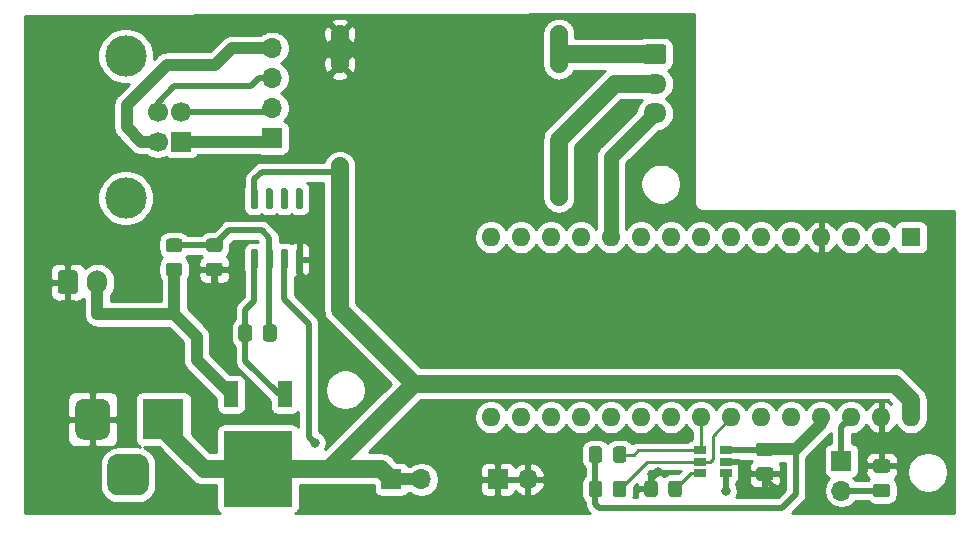
<source format=gtl>
G04 #@! TF.GenerationSoftware,KiCad,Pcbnew,(5.1.10)-1*
G04 #@! TF.CreationDate,2022-01-19T22:21:47+01:00*
G04 #@! TF.ProjectId,ELFlatPanel,454c466c-6174-4506-916e-656c2e6b6963,3.0*
G04 #@! TF.SameCoordinates,Original*
G04 #@! TF.FileFunction,Copper,L1,Top*
G04 #@! TF.FilePolarity,Positive*
%FSLAX46Y46*%
G04 Gerber Fmt 4.6, Leading zero omitted, Abs format (unit mm)*
G04 Created by KiCad (PCBNEW (5.1.10)-1) date 2022-01-19 22:21:47*
%MOMM*%
%LPD*%
G01*
G04 APERTURE LIST*
G04 #@! TA.AperFunction,ComponentPad*
%ADD10R,1.700000X1.700000*%
G04 #@! TD*
G04 #@! TA.AperFunction,ComponentPad*
%ADD11C,1.700000*%
G04 #@! TD*
G04 #@! TA.AperFunction,ComponentPad*
%ADD12C,3.500000*%
G04 #@! TD*
G04 #@! TA.AperFunction,ComponentPad*
%ADD13R,1.600000X1.600000*%
G04 #@! TD*
G04 #@! TA.AperFunction,ComponentPad*
%ADD14O,1.600000X1.600000*%
G04 #@! TD*
G04 #@! TA.AperFunction,ComponentPad*
%ADD15O,1.700000X1.700000*%
G04 #@! TD*
G04 #@! TA.AperFunction,ComponentPad*
%ADD16R,3.500000X3.500000*%
G04 #@! TD*
G04 #@! TA.AperFunction,ComponentPad*
%ADD17O,1.700000X2.000000*%
G04 #@! TD*
G04 #@! TA.AperFunction,ComponentPad*
%ADD18O,1.950000X1.700000*%
G04 #@! TD*
G04 #@! TA.AperFunction,SMDPad,CuDef*
%ADD19R,1.200000X2.200000*%
G04 #@! TD*
G04 #@! TA.AperFunction,SMDPad,CuDef*
%ADD20R,5.800000X6.400000*%
G04 #@! TD*
G04 #@! TA.AperFunction,SMDPad,CuDef*
%ADD21R,1.060000X0.650000*%
G04 #@! TD*
G04 #@! TA.AperFunction,ComponentPad*
%ADD22C,1.524000*%
G04 #@! TD*
G04 #@! TA.AperFunction,ViaPad*
%ADD23C,0.800000*%
G04 #@! TD*
G04 #@! TA.AperFunction,Conductor*
%ADD24C,1.524000*%
G04 #@! TD*
G04 #@! TA.AperFunction,Conductor*
%ADD25C,0.508000*%
G04 #@! TD*
G04 #@! TA.AperFunction,Conductor*
%ADD26C,0.250000*%
G04 #@! TD*
G04 #@! TA.AperFunction,Conductor*
%ADD27C,1.270000*%
G04 #@! TD*
G04 #@! TA.AperFunction,Conductor*
%ADD28C,1.016000*%
G04 #@! TD*
G04 #@! TA.AperFunction,Conductor*
%ADD29C,0.254000*%
G04 #@! TD*
G04 #@! TA.AperFunction,Conductor*
%ADD30C,0.100000*%
G04 #@! TD*
G04 APERTURE END LIST*
D10*
X100300000Y-84900000D03*
D11*
X100300000Y-82400000D03*
X98300000Y-82400000D03*
X98300000Y-84900000D03*
D12*
X95590000Y-89670000D03*
X95590000Y-77630000D03*
D13*
X162100000Y-93000000D03*
D14*
X129080000Y-108240000D03*
X159560000Y-93000000D03*
X131620000Y-108240000D03*
X157020000Y-93000000D03*
X134160000Y-108240000D03*
X154480000Y-93000000D03*
X136700000Y-108240000D03*
X151940000Y-93000000D03*
X139240000Y-108240000D03*
X149400000Y-93000000D03*
X141780000Y-108240000D03*
X146860000Y-93000000D03*
X144320000Y-108240000D03*
X144320000Y-93000000D03*
X146860000Y-108240000D03*
X141780000Y-93000000D03*
X149400000Y-108240000D03*
X139240000Y-93000000D03*
X151940000Y-108240000D03*
X136700000Y-93000000D03*
X154480000Y-108240000D03*
X134160000Y-93000000D03*
X157020000Y-108240000D03*
X131620000Y-93000000D03*
X159560000Y-108240000D03*
X129080000Y-93000000D03*
X162100000Y-108240000D03*
X126540000Y-93000000D03*
X126540000Y-108240000D03*
G04 #@! TA.AperFunction,SMDPad,CuDef*
G36*
G01*
X160075000Y-115025000D02*
X159125000Y-115025000D01*
G75*
G02*
X158875000Y-114775000I0J250000D01*
G01*
X158875000Y-114100000D01*
G75*
G02*
X159125000Y-113850000I250000J0D01*
G01*
X160075000Y-113850000D01*
G75*
G02*
X160325000Y-114100000I0J-250000D01*
G01*
X160325000Y-114775000D01*
G75*
G02*
X160075000Y-115025000I-250000J0D01*
G01*
G37*
G04 #@! TD.AperFunction*
G04 #@! TA.AperFunction,SMDPad,CuDef*
G36*
G01*
X160075000Y-112950000D02*
X159125000Y-112950000D01*
G75*
G02*
X158875000Y-112700000I0J250000D01*
G01*
X158875000Y-112025000D01*
G75*
G02*
X159125000Y-111775000I250000J0D01*
G01*
X160075000Y-111775000D01*
G75*
G02*
X160325000Y-112025000I0J-250000D01*
G01*
X160325000Y-112700000D01*
G75*
G02*
X160075000Y-112950000I-250000J0D01*
G01*
G37*
G04 #@! TD.AperFunction*
G04 #@! TA.AperFunction,SMDPad,CuDef*
G36*
G01*
X150175000Y-111550000D02*
X149225000Y-111550000D01*
G75*
G02*
X148975000Y-111300000I0J250000D01*
G01*
X148975000Y-110625000D01*
G75*
G02*
X149225000Y-110375000I250000J0D01*
G01*
X150175000Y-110375000D01*
G75*
G02*
X150425000Y-110625000I0J-250000D01*
G01*
X150425000Y-111300000D01*
G75*
G02*
X150175000Y-111550000I-250000J0D01*
G01*
G37*
G04 #@! TD.AperFunction*
G04 #@! TA.AperFunction,SMDPad,CuDef*
G36*
G01*
X150175000Y-113625000D02*
X149225000Y-113625000D01*
G75*
G02*
X148975000Y-113375000I0J250000D01*
G01*
X148975000Y-112700000D01*
G75*
G02*
X149225000Y-112450000I250000J0D01*
G01*
X150175000Y-112450000D01*
G75*
G02*
X150425000Y-112700000I0J-250000D01*
G01*
X150425000Y-113375000D01*
G75*
G02*
X150175000Y-113625000I-250000J0D01*
G01*
G37*
G04 #@! TD.AperFunction*
D10*
X108000000Y-84600000D03*
D15*
X108000000Y-82060000D03*
X108000000Y-79520000D03*
X108000000Y-76980000D03*
D16*
X98800000Y-108400000D03*
G04 #@! TA.AperFunction,ComponentPad*
G36*
G01*
X91300000Y-109400000D02*
X91300000Y-107400000D01*
G75*
G02*
X92050000Y-106650000I750000J0D01*
G01*
X93550000Y-106650000D01*
G75*
G02*
X94300000Y-107400000I0J-750000D01*
G01*
X94300000Y-109400000D01*
G75*
G02*
X93550000Y-110150000I-750000J0D01*
G01*
X92050000Y-110150000D01*
G75*
G02*
X91300000Y-109400000I0J750000D01*
G01*
G37*
G04 #@! TD.AperFunction*
G04 #@! TA.AperFunction,ComponentPad*
G36*
G01*
X94050000Y-113975000D02*
X94050000Y-112225000D01*
G75*
G02*
X94925000Y-111350000I875000J0D01*
G01*
X96675000Y-111350000D01*
G75*
G02*
X97550000Y-112225000I0J-875000D01*
G01*
X97550000Y-113975000D01*
G75*
G02*
X96675000Y-114850000I-875000J0D01*
G01*
X94925000Y-114850000D01*
G75*
G02*
X94050000Y-113975000I0J875000D01*
G01*
G37*
G04 #@! TD.AperFunction*
G04 #@! TA.AperFunction,ComponentPad*
G36*
G01*
X89850000Y-97550000D02*
X89850000Y-96050000D01*
G75*
G02*
X90100000Y-95800000I250000J0D01*
G01*
X91300000Y-95800000D01*
G75*
G02*
X91550000Y-96050000I0J-250000D01*
G01*
X91550000Y-97550000D01*
G75*
G02*
X91300000Y-97800000I-250000J0D01*
G01*
X90100000Y-97800000D01*
G75*
G02*
X89850000Y-97550000I0J250000D01*
G01*
G37*
G04 #@! TD.AperFunction*
D17*
X93200000Y-96800000D03*
D15*
X120640000Y-113500000D03*
D10*
X118100000Y-113500000D03*
X127100000Y-113500000D03*
D15*
X129640000Y-113500000D03*
G04 #@! TA.AperFunction,ComponentPad*
G36*
G01*
X139675000Y-76650000D02*
X141125000Y-76650000D01*
G75*
G02*
X141375000Y-76900000I0J-250000D01*
G01*
X141375000Y-78100000D01*
G75*
G02*
X141125000Y-78350000I-250000J0D01*
G01*
X139675000Y-78350000D01*
G75*
G02*
X139425000Y-78100000I0J250000D01*
G01*
X139425000Y-76900000D01*
G75*
G02*
X139675000Y-76650000I250000J0D01*
G01*
G37*
G04 #@! TD.AperFunction*
D18*
X140400000Y-80000000D03*
X140400000Y-82500000D03*
D10*
X156200000Y-111900000D03*
D15*
X156200000Y-114440000D03*
D19*
X109080000Y-106300000D03*
X104520000Y-106300000D03*
D20*
X106800000Y-112600000D03*
G04 #@! TA.AperFunction,SMDPad,CuDef*
G36*
G01*
X100150001Y-96300000D02*
X99249999Y-96300000D01*
G75*
G02*
X99000000Y-96050001I0J249999D01*
G01*
X99000000Y-95399999D01*
G75*
G02*
X99249999Y-95150000I249999J0D01*
G01*
X100150001Y-95150000D01*
G75*
G02*
X100400000Y-95399999I0J-249999D01*
G01*
X100400000Y-96050001D01*
G75*
G02*
X100150001Y-96300000I-249999J0D01*
G01*
G37*
G04 #@! TD.AperFunction*
G04 #@! TA.AperFunction,SMDPad,CuDef*
G36*
G01*
X100150001Y-94250000D02*
X99249999Y-94250000D01*
G75*
G02*
X99000000Y-94000001I0J249999D01*
G01*
X99000000Y-93349999D01*
G75*
G02*
X99249999Y-93100000I249999J0D01*
G01*
X100150001Y-93100000D01*
G75*
G02*
X100400000Y-93349999I0J-249999D01*
G01*
X100400000Y-94000001D01*
G75*
G02*
X100150001Y-94250000I-249999J0D01*
G01*
G37*
G04 #@! TD.AperFunction*
G04 #@! TA.AperFunction,SMDPad,CuDef*
G36*
G01*
X102649999Y-93100000D02*
X103550001Y-93100000D01*
G75*
G02*
X103800000Y-93349999I0J-249999D01*
G01*
X103800000Y-94000001D01*
G75*
G02*
X103550001Y-94250000I-249999J0D01*
G01*
X102649999Y-94250000D01*
G75*
G02*
X102400000Y-94000001I0J249999D01*
G01*
X102400000Y-93349999D01*
G75*
G02*
X102649999Y-93100000I249999J0D01*
G01*
G37*
G04 #@! TD.AperFunction*
G04 #@! TA.AperFunction,SMDPad,CuDef*
G36*
G01*
X102649999Y-95150000D02*
X103550001Y-95150000D01*
G75*
G02*
X103800000Y-95399999I0J-249999D01*
G01*
X103800000Y-96050001D01*
G75*
G02*
X103550001Y-96300000I-249999J0D01*
G01*
X102649999Y-96300000D01*
G75*
G02*
X102400000Y-96050001I0J249999D01*
G01*
X102400000Y-95399999D01*
G75*
G02*
X102649999Y-95150000I249999J0D01*
G01*
G37*
G04 #@! TD.AperFunction*
G04 #@! TA.AperFunction,SMDPad,CuDef*
G36*
G01*
X138000000Y-110949999D02*
X138000000Y-111850001D01*
G75*
G02*
X137750001Y-112100000I-249999J0D01*
G01*
X137099999Y-112100000D01*
G75*
G02*
X136850000Y-111850001I0J249999D01*
G01*
X136850000Y-110949999D01*
G75*
G02*
X137099999Y-110700000I249999J0D01*
G01*
X137750001Y-110700000D01*
G75*
G02*
X138000000Y-110949999I0J-249999D01*
G01*
G37*
G04 #@! TD.AperFunction*
G04 #@! TA.AperFunction,SMDPad,CuDef*
G36*
G01*
X135950000Y-110949999D02*
X135950000Y-111850001D01*
G75*
G02*
X135700001Y-112100000I-249999J0D01*
G01*
X135049999Y-112100000D01*
G75*
G02*
X134800000Y-111850001I0J249999D01*
G01*
X134800000Y-110949999D01*
G75*
G02*
X135049999Y-110700000I249999J0D01*
G01*
X135700001Y-110700000D01*
G75*
G02*
X135950000Y-110949999I0J-249999D01*
G01*
G37*
G04 #@! TD.AperFunction*
G04 #@! TA.AperFunction,SMDPad,CuDef*
G36*
G01*
X136850000Y-114750001D02*
X136850000Y-113849999D01*
G75*
G02*
X137099999Y-113600000I249999J0D01*
G01*
X137750001Y-113600000D01*
G75*
G02*
X138000000Y-113849999I0J-249999D01*
G01*
X138000000Y-114750001D01*
G75*
G02*
X137750001Y-115000000I-249999J0D01*
G01*
X137099999Y-115000000D01*
G75*
G02*
X136850000Y-114750001I0J249999D01*
G01*
G37*
G04 #@! TD.AperFunction*
G04 #@! TA.AperFunction,SMDPad,CuDef*
G36*
G01*
X134800000Y-114750001D02*
X134800000Y-113849999D01*
G75*
G02*
X135049999Y-113600000I249999J0D01*
G01*
X135700001Y-113600000D01*
G75*
G02*
X135950000Y-113849999I0J-249999D01*
G01*
X135950000Y-114750001D01*
G75*
G02*
X135700001Y-115000000I-249999J0D01*
G01*
X135049999Y-115000000D01*
G75*
G02*
X134800000Y-114750001I0J249999D01*
G01*
G37*
G04 #@! TD.AperFunction*
G04 #@! TA.AperFunction,SMDPad,CuDef*
G36*
G01*
X140650000Y-113849999D02*
X140650000Y-114750001D01*
G75*
G02*
X140400001Y-115000000I-249999J0D01*
G01*
X139749999Y-115000000D01*
G75*
G02*
X139500000Y-114750001I0J249999D01*
G01*
X139500000Y-113849999D01*
G75*
G02*
X139749999Y-113600000I249999J0D01*
G01*
X140400001Y-113600000D01*
G75*
G02*
X140650000Y-113849999I0J-249999D01*
G01*
G37*
G04 #@! TD.AperFunction*
G04 #@! TA.AperFunction,SMDPad,CuDef*
G36*
G01*
X142700000Y-113849999D02*
X142700000Y-114750001D01*
G75*
G02*
X142450001Y-115000000I-249999J0D01*
G01*
X141799999Y-115000000D01*
G75*
G02*
X141550000Y-114750001I0J249999D01*
G01*
X141550000Y-113849999D01*
G75*
G02*
X141799999Y-113600000I249999J0D01*
G01*
X142450001Y-113600000D01*
G75*
G02*
X142700000Y-113849999I0J-249999D01*
G01*
G37*
G04 #@! TD.AperFunction*
D21*
X146400000Y-112950000D03*
X146400000Y-112000000D03*
X146400000Y-111050000D03*
X144200000Y-111050000D03*
X144200000Y-112950000D03*
X144200000Y-112000000D03*
G04 #@! TA.AperFunction,SMDPad,CuDef*
G36*
G01*
X106645000Y-95750000D02*
X106345000Y-95750000D01*
G75*
G02*
X106195000Y-95600000I0J150000D01*
G01*
X106195000Y-94150000D01*
G75*
G02*
X106345000Y-94000000I150000J0D01*
G01*
X106645000Y-94000000D01*
G75*
G02*
X106795000Y-94150000I0J-150000D01*
G01*
X106795000Y-95600000D01*
G75*
G02*
X106645000Y-95750000I-150000J0D01*
G01*
G37*
G04 #@! TD.AperFunction*
G04 #@! TA.AperFunction,SMDPad,CuDef*
G36*
G01*
X107915000Y-95750000D02*
X107615000Y-95750000D01*
G75*
G02*
X107465000Y-95600000I0J150000D01*
G01*
X107465000Y-94150000D01*
G75*
G02*
X107615000Y-94000000I150000J0D01*
G01*
X107915000Y-94000000D01*
G75*
G02*
X108065000Y-94150000I0J-150000D01*
G01*
X108065000Y-95600000D01*
G75*
G02*
X107915000Y-95750000I-150000J0D01*
G01*
G37*
G04 #@! TD.AperFunction*
G04 #@! TA.AperFunction,SMDPad,CuDef*
G36*
G01*
X109185000Y-95750000D02*
X108885000Y-95750000D01*
G75*
G02*
X108735000Y-95600000I0J150000D01*
G01*
X108735000Y-94150000D01*
G75*
G02*
X108885000Y-94000000I150000J0D01*
G01*
X109185000Y-94000000D01*
G75*
G02*
X109335000Y-94150000I0J-150000D01*
G01*
X109335000Y-95600000D01*
G75*
G02*
X109185000Y-95750000I-150000J0D01*
G01*
G37*
G04 #@! TD.AperFunction*
G04 #@! TA.AperFunction,SMDPad,CuDef*
G36*
G01*
X110455000Y-95750000D02*
X110155000Y-95750000D01*
G75*
G02*
X110005000Y-95600000I0J150000D01*
G01*
X110005000Y-94150000D01*
G75*
G02*
X110155000Y-94000000I150000J0D01*
G01*
X110455000Y-94000000D01*
G75*
G02*
X110605000Y-94150000I0J-150000D01*
G01*
X110605000Y-95600000D01*
G75*
G02*
X110455000Y-95750000I-150000J0D01*
G01*
G37*
G04 #@! TD.AperFunction*
G04 #@! TA.AperFunction,SMDPad,CuDef*
G36*
G01*
X110455000Y-90600000D02*
X110155000Y-90600000D01*
G75*
G02*
X110005000Y-90450000I0J150000D01*
G01*
X110005000Y-89000000D01*
G75*
G02*
X110155000Y-88850000I150000J0D01*
G01*
X110455000Y-88850000D01*
G75*
G02*
X110605000Y-89000000I0J-150000D01*
G01*
X110605000Y-90450000D01*
G75*
G02*
X110455000Y-90600000I-150000J0D01*
G01*
G37*
G04 #@! TD.AperFunction*
G04 #@! TA.AperFunction,SMDPad,CuDef*
G36*
G01*
X109185000Y-90600000D02*
X108885000Y-90600000D01*
G75*
G02*
X108735000Y-90450000I0J150000D01*
G01*
X108735000Y-89000000D01*
G75*
G02*
X108885000Y-88850000I150000J0D01*
G01*
X109185000Y-88850000D01*
G75*
G02*
X109335000Y-89000000I0J-150000D01*
G01*
X109335000Y-90450000D01*
G75*
G02*
X109185000Y-90600000I-150000J0D01*
G01*
G37*
G04 #@! TD.AperFunction*
G04 #@! TA.AperFunction,SMDPad,CuDef*
G36*
G01*
X107915000Y-90600000D02*
X107615000Y-90600000D01*
G75*
G02*
X107465000Y-90450000I0J150000D01*
G01*
X107465000Y-89000000D01*
G75*
G02*
X107615000Y-88850000I150000J0D01*
G01*
X107915000Y-88850000D01*
G75*
G02*
X108065000Y-89000000I0J-150000D01*
G01*
X108065000Y-90450000D01*
G75*
G02*
X107915000Y-90600000I-150000J0D01*
G01*
G37*
G04 #@! TD.AperFunction*
G04 #@! TA.AperFunction,SMDPad,CuDef*
G36*
G01*
X106645000Y-90600000D02*
X106345000Y-90600000D01*
G75*
G02*
X106195000Y-90450000I0J150000D01*
G01*
X106195000Y-89000000D01*
G75*
G02*
X106345000Y-88850000I150000J0D01*
G01*
X106645000Y-88850000D01*
G75*
G02*
X106795000Y-89000000I0J-150000D01*
G01*
X106795000Y-90450000D01*
G75*
G02*
X106645000Y-90600000I-150000J0D01*
G01*
G37*
G04 #@! TD.AperFunction*
D22*
X113729000Y-89604000D03*
X113729000Y-78336000D03*
X113729000Y-87000000D03*
X113729000Y-75796000D03*
X132271000Y-75796000D03*
X132271000Y-78336000D03*
X132271000Y-87064000D03*
X132271000Y-89604000D03*
G04 #@! TA.AperFunction,SMDPad,CuDef*
G36*
G01*
X107212500Y-101575000D02*
X107212500Y-100625000D01*
G75*
G02*
X107462500Y-100375000I250000J0D01*
G01*
X108137500Y-100375000D01*
G75*
G02*
X108387500Y-100625000I0J-250000D01*
G01*
X108387500Y-101575000D01*
G75*
G02*
X108137500Y-101825000I-250000J0D01*
G01*
X107462500Y-101825000D01*
G75*
G02*
X107212500Y-101575000I0J250000D01*
G01*
G37*
G04 #@! TD.AperFunction*
G04 #@! TA.AperFunction,SMDPad,CuDef*
G36*
G01*
X105137500Y-101575000D02*
X105137500Y-100625000D01*
G75*
G02*
X105387500Y-100375000I250000J0D01*
G01*
X106062500Y-100375000D01*
G75*
G02*
X106312500Y-100625000I0J-250000D01*
G01*
X106312500Y-101575000D01*
G75*
G02*
X106062500Y-101825000I-250000J0D01*
G01*
X105387500Y-101825000D01*
G75*
G02*
X105137500Y-101575000I0J250000D01*
G01*
G37*
G04 #@! TD.AperFunction*
D23*
X150600000Y-114300000D03*
X140700000Y-112900000D03*
X111200000Y-96900000D03*
X104000000Y-98900000D03*
X146400000Y-114500000D03*
X111600000Y-110400000D03*
D24*
X113729000Y-75796000D02*
X113729000Y-78336000D01*
D25*
X146400000Y-112000000D02*
X147500000Y-112000000D01*
X148537500Y-113037500D02*
X149700000Y-113037500D01*
X147500000Y-112000000D02*
X148537500Y-113037500D01*
X159600000Y-108280000D02*
X159560000Y-108240000D01*
X159600000Y-112362500D02*
X159600000Y-108280000D01*
X149700000Y-113037500D02*
X149700000Y-113400000D01*
X149700000Y-113400000D02*
X150600000Y-114300000D01*
X140075000Y-114300000D02*
X140075000Y-113525000D01*
X140075000Y-113525000D02*
X140700000Y-112900000D01*
X110305000Y-94875000D02*
X110305000Y-96005000D01*
X110305000Y-96005000D02*
X111200000Y-96900000D01*
X103100000Y-95725000D02*
X103100000Y-98000000D01*
X103100000Y-98000000D02*
X104000000Y-98900000D01*
D26*
X144050000Y-111200000D02*
X144200000Y-111050000D01*
X137425000Y-111400000D02*
X138600000Y-111400000D01*
X138950000Y-111050000D02*
X144200000Y-111050000D01*
X138600000Y-111400000D02*
X138950000Y-111050000D01*
X144320000Y-110930000D02*
X144200000Y-111050000D01*
X144320000Y-108240000D02*
X144320000Y-110930000D01*
X147200000Y-108580000D02*
X146860000Y-108240000D01*
X137425000Y-114300000D02*
X137425000Y-114275000D01*
X139700000Y-112000000D02*
X144200000Y-112000000D01*
X137425000Y-114275000D02*
X139700000Y-112000000D01*
X144200000Y-112000000D02*
X145100000Y-112000000D01*
X145100000Y-112000000D02*
X145300000Y-111800000D01*
X145300000Y-111800000D02*
X145300000Y-109800000D01*
X145300000Y-109800000D02*
X146860000Y-108240000D01*
D27*
X136700000Y-86200000D02*
X140400000Y-82500000D01*
X136700000Y-93000000D02*
X136700000Y-86200000D01*
D25*
X135375000Y-111400000D02*
X135375000Y-114300000D01*
X135375000Y-114300000D02*
X135375000Y-114775000D01*
D28*
X152237500Y-110962500D02*
X149700000Y-110962500D01*
D25*
X149612500Y-111050000D02*
X149700000Y-110962500D01*
X146400000Y-111050000D02*
X149612500Y-111050000D01*
X135375000Y-115575000D02*
X135700000Y-115900000D01*
X135375000Y-114300000D02*
X135375000Y-115575000D01*
D28*
X152237500Y-110962500D02*
X152337500Y-110962500D01*
X154480000Y-108820000D02*
X154480000Y-108240000D01*
X152337500Y-110962500D02*
X154480000Y-108820000D01*
D25*
X152337500Y-110962500D02*
X152337500Y-114762500D01*
X151200000Y-115900000D02*
X135700000Y-115900000D01*
X152337500Y-114762500D02*
X151200000Y-115900000D01*
D24*
X107400000Y-112600000D02*
X104600000Y-112600000D01*
X162100000Y-108240000D02*
X162100000Y-106800000D01*
X162100000Y-106800000D02*
X160700000Y-105400000D01*
X160700000Y-105400000D02*
X120000000Y-105400000D01*
X120000000Y-105400000D02*
X112800000Y-112600000D01*
X113729000Y-99129000D02*
X120000000Y-105400000D01*
X113729000Y-89604000D02*
X113729000Y-99129000D01*
D25*
X106495000Y-89725000D02*
X106495000Y-88105000D01*
X107129000Y-87471000D02*
X113729000Y-87471000D01*
X106495000Y-88105000D02*
X107129000Y-87471000D01*
D24*
X113729000Y-87471000D02*
X113729000Y-87000000D01*
X113729000Y-89604000D02*
X113729000Y-87471000D01*
X98800000Y-108400000D02*
X98800000Y-109200000D01*
X111000000Y-112600000D02*
X117200000Y-112600000D01*
X112800000Y-112600000D02*
X111000000Y-112600000D01*
X117200000Y-112600000D02*
X118100000Y-113500000D01*
X111000000Y-112600000D02*
X106800000Y-112600000D01*
X102200000Y-112600000D02*
X106800000Y-112600000D01*
X98800000Y-109200000D02*
X102200000Y-112600000D01*
D28*
X118100000Y-113500000D02*
X120640000Y-113500000D01*
X99700000Y-95725000D02*
X99700000Y-99500000D01*
X99700000Y-99500000D02*
X101600000Y-101400000D01*
X93200000Y-96800000D02*
X93200000Y-99500000D01*
X93200000Y-99500000D02*
X99700000Y-99500000D01*
X101600000Y-103380000D02*
X104520000Y-106300000D01*
X101600000Y-101400000D02*
X101600000Y-103380000D01*
D25*
X99700000Y-93675000D02*
X103100000Y-93675000D01*
X107765000Y-94875000D02*
X107765000Y-93065000D01*
X107765000Y-93065000D02*
X107100000Y-92400000D01*
X104375000Y-92400000D02*
X103100000Y-93675000D01*
X107100000Y-92400000D02*
X104375000Y-92400000D01*
X146400000Y-112950000D02*
X146400000Y-114500000D01*
X111100000Y-109900000D02*
X111600000Y-110400000D01*
X109035000Y-94875000D02*
X109035000Y-98235000D01*
X111100000Y-100300000D02*
X111100000Y-105100000D01*
X109035000Y-98235000D02*
X111100000Y-100300000D01*
X111100000Y-105100000D02*
X111100000Y-109900000D01*
X111100000Y-104300000D02*
X111100000Y-105100000D01*
X159597500Y-114440000D02*
X159600000Y-114437500D01*
X156200000Y-114440000D02*
X159597500Y-114440000D01*
D28*
X107700000Y-84900000D02*
X108000000Y-84600000D01*
X100300000Y-84900000D02*
X107700000Y-84900000D01*
D25*
X107660000Y-82400000D02*
X108000000Y-82060000D01*
X100300000Y-82400000D02*
X107660000Y-82400000D01*
X98300000Y-82400000D02*
X98300000Y-81600000D01*
X98300000Y-81600000D02*
X99700000Y-80200000D01*
X99700000Y-80200000D02*
X106200000Y-80200000D01*
X106880000Y-79520000D02*
X108000000Y-79520000D01*
X106200000Y-80200000D02*
X106880000Y-79520000D01*
D28*
X96900000Y-84900000D02*
X98300000Y-84900000D01*
X95700000Y-83700000D02*
X96900000Y-84900000D01*
X103200000Y-78400000D02*
X99100000Y-78400000D01*
X95700000Y-81800000D02*
X95700000Y-83700000D01*
X104620000Y-76980000D02*
X103200000Y-78400000D01*
X99100000Y-78400000D02*
X95700000Y-81800000D01*
X108000000Y-76980000D02*
X104620000Y-76980000D01*
D24*
X132700000Y-77500000D02*
X132271000Y-77929000D01*
X140400000Y-77500000D02*
X132700000Y-77500000D01*
X132271000Y-77929000D02*
X132271000Y-78336000D01*
X132271000Y-75796000D02*
X132271000Y-77929000D01*
X132271000Y-89604000D02*
X132271000Y-87064000D01*
X132271000Y-87064000D02*
X132271000Y-84729000D01*
X137000000Y-80000000D02*
X140400000Y-80000000D01*
X132271000Y-84729000D02*
X137000000Y-80000000D01*
D25*
X156200000Y-109060000D02*
X157020000Y-108240000D01*
X156200000Y-111900000D02*
X156200000Y-109060000D01*
D26*
X143475000Y-112950000D02*
X142125000Y-114300000D01*
X144200000Y-112950000D02*
X143475000Y-112950000D01*
D25*
X106495000Y-94875000D02*
X106495000Y-98405000D01*
X105725000Y-99175000D02*
X105725000Y-101100000D01*
X106495000Y-98405000D02*
X105725000Y-99175000D01*
X105725000Y-101100000D02*
X105725000Y-103475000D01*
X108550000Y-106300000D02*
X109080000Y-106300000D01*
X105725000Y-103475000D02*
X108550000Y-106300000D01*
X107765000Y-101065000D02*
X107800000Y-101100000D01*
X107765000Y-94875000D02*
X107765000Y-101065000D01*
D29*
X143740001Y-90067571D02*
X143736807Y-90100000D01*
X143749550Y-90229383D01*
X143787290Y-90353793D01*
X143848575Y-90468450D01*
X143931052Y-90568948D01*
X144031550Y-90651425D01*
X144146207Y-90712710D01*
X144270617Y-90750450D01*
X144367581Y-90760000D01*
X144400000Y-90763193D01*
X144432419Y-90760000D01*
X165740000Y-90760000D01*
X165740001Y-116373000D01*
X151984235Y-116373000D01*
X152935241Y-115421995D01*
X152969159Y-115394159D01*
X153080253Y-115258791D01*
X153162803Y-115104351D01*
X153212210Y-114941476D01*
X153213636Y-114936775D01*
X153219902Y-114873158D01*
X153226500Y-114806167D01*
X153226500Y-114806160D01*
X153230800Y-114762500D01*
X153226500Y-114718840D01*
X153226500Y-111689945D01*
X155248524Y-109667922D01*
X155292133Y-109632133D01*
X155311001Y-109609143D01*
X155311001Y-110415769D01*
X155225518Y-110424188D01*
X155105820Y-110460498D01*
X154995506Y-110519463D01*
X154898815Y-110598815D01*
X154819463Y-110695506D01*
X154760498Y-110805820D01*
X154724188Y-110925518D01*
X154711928Y-111050000D01*
X154711928Y-112750000D01*
X154724188Y-112874482D01*
X154760498Y-112994180D01*
X154819463Y-113104494D01*
X154898815Y-113201185D01*
X154995506Y-113280537D01*
X155105820Y-113339502D01*
X155178380Y-113361513D01*
X155046525Y-113493368D01*
X154884010Y-113736589D01*
X154772068Y-114006842D01*
X154715000Y-114293740D01*
X154715000Y-114586260D01*
X154772068Y-114873158D01*
X154884010Y-115143411D01*
X155046525Y-115386632D01*
X155253368Y-115593475D01*
X155496589Y-115755990D01*
X155766842Y-115867932D01*
X156053740Y-115925000D01*
X156346260Y-115925000D01*
X156633158Y-115867932D01*
X156903411Y-115755990D01*
X157146632Y-115593475D01*
X157353475Y-115386632D01*
X157391983Y-115329000D01*
X158436339Y-115329000D01*
X158497038Y-115402962D01*
X158631614Y-115513405D01*
X158785150Y-115595472D01*
X158951746Y-115646008D01*
X159125000Y-115663072D01*
X160075000Y-115663072D01*
X160248254Y-115646008D01*
X160414850Y-115595472D01*
X160568386Y-115513405D01*
X160702962Y-115402962D01*
X160813405Y-115268386D01*
X160895472Y-115114850D01*
X160946008Y-114948254D01*
X160963072Y-114775000D01*
X160963072Y-114100000D01*
X160946008Y-113926746D01*
X160895472Y-113760150D01*
X160813405Y-113606614D01*
X160702962Y-113472038D01*
X160696406Y-113466658D01*
X160776185Y-113401185D01*
X160855537Y-113304494D01*
X160914502Y-113194180D01*
X160950812Y-113074482D01*
X160963072Y-112950000D01*
X160960824Y-112729117D01*
X161765000Y-112729117D01*
X161765000Y-113070883D01*
X161831675Y-113406081D01*
X161962463Y-113721831D01*
X162152337Y-114005998D01*
X162394002Y-114247663D01*
X162678169Y-114437537D01*
X162993919Y-114568325D01*
X163329117Y-114635000D01*
X163670883Y-114635000D01*
X164006081Y-114568325D01*
X164321831Y-114437537D01*
X164605998Y-114247663D01*
X164847663Y-114005998D01*
X165037537Y-113721831D01*
X165168325Y-113406081D01*
X165235000Y-113070883D01*
X165235000Y-112729117D01*
X165168325Y-112393919D01*
X165037537Y-112078169D01*
X164847663Y-111794002D01*
X164605998Y-111552337D01*
X164321831Y-111362463D01*
X164006081Y-111231675D01*
X163670883Y-111165000D01*
X163329117Y-111165000D01*
X162993919Y-111231675D01*
X162678169Y-111362463D01*
X162394002Y-111552337D01*
X162152337Y-111794002D01*
X161962463Y-112078169D01*
X161831675Y-112393919D01*
X161765000Y-112729117D01*
X160960824Y-112729117D01*
X160960000Y-112648250D01*
X160801250Y-112489500D01*
X159727000Y-112489500D01*
X159727000Y-112509500D01*
X159473000Y-112509500D01*
X159473000Y-112489500D01*
X158398750Y-112489500D01*
X158240000Y-112648250D01*
X158236928Y-112950000D01*
X158249188Y-113074482D01*
X158285498Y-113194180D01*
X158344463Y-113304494D01*
X158423815Y-113401185D01*
X158503594Y-113466658D01*
X158497038Y-113472038D01*
X158432236Y-113551000D01*
X157391983Y-113551000D01*
X157353475Y-113493368D01*
X157221620Y-113361513D01*
X157294180Y-113339502D01*
X157404494Y-113280537D01*
X157501185Y-113201185D01*
X157580537Y-113104494D01*
X157639502Y-112994180D01*
X157675812Y-112874482D01*
X157688072Y-112750000D01*
X157688072Y-111775000D01*
X158236928Y-111775000D01*
X158240000Y-112076750D01*
X158398750Y-112235500D01*
X159473000Y-112235500D01*
X159473000Y-111298750D01*
X159727000Y-111298750D01*
X159727000Y-112235500D01*
X160801250Y-112235500D01*
X160960000Y-112076750D01*
X160963072Y-111775000D01*
X160950812Y-111650518D01*
X160914502Y-111530820D01*
X160855537Y-111420506D01*
X160776185Y-111323815D01*
X160679494Y-111244463D01*
X160569180Y-111185498D01*
X160449482Y-111149188D01*
X160325000Y-111136928D01*
X159885750Y-111140000D01*
X159727000Y-111298750D01*
X159473000Y-111298750D01*
X159314250Y-111140000D01*
X158875000Y-111136928D01*
X158750518Y-111149188D01*
X158630820Y-111185498D01*
X158520506Y-111244463D01*
X158423815Y-111323815D01*
X158344463Y-111420506D01*
X158285498Y-111530820D01*
X158249188Y-111650518D01*
X158236928Y-111775000D01*
X157688072Y-111775000D01*
X157688072Y-111050000D01*
X157675812Y-110925518D01*
X157639502Y-110805820D01*
X157580537Y-110695506D01*
X157501185Y-110598815D01*
X157404494Y-110519463D01*
X157294180Y-110460498D01*
X157174482Y-110424188D01*
X157089000Y-110415769D01*
X157089000Y-109675000D01*
X157161335Y-109675000D01*
X157438574Y-109619853D01*
X157699727Y-109511680D01*
X157934759Y-109354637D01*
X158134637Y-109154759D01*
X158291680Y-108919727D01*
X158296067Y-108909135D01*
X158407615Y-109095131D01*
X158596586Y-109303519D01*
X158822580Y-109471037D01*
X159076913Y-109591246D01*
X159210961Y-109631904D01*
X159433000Y-109509915D01*
X159433000Y-108367000D01*
X159413000Y-108367000D01*
X159413000Y-108113000D01*
X159433000Y-108113000D01*
X159433000Y-106970085D01*
X159210961Y-106848096D01*
X159076913Y-106888754D01*
X158822580Y-107008963D01*
X158596586Y-107176481D01*
X158407615Y-107384869D01*
X158296067Y-107570865D01*
X158291680Y-107560273D01*
X158134637Y-107325241D01*
X157934759Y-107125363D01*
X157699727Y-106968320D01*
X157438574Y-106860147D01*
X157161335Y-106805000D01*
X156878665Y-106805000D01*
X156601426Y-106860147D01*
X156340273Y-106968320D01*
X156105241Y-107125363D01*
X155905363Y-107325241D01*
X155750000Y-107557759D01*
X155594637Y-107325241D01*
X155394759Y-107125363D01*
X155159727Y-106968320D01*
X154898574Y-106860147D01*
X154621335Y-106805000D01*
X154338665Y-106805000D01*
X154061426Y-106860147D01*
X153800273Y-106968320D01*
X153565241Y-107125363D01*
X153365363Y-107325241D01*
X153210000Y-107557759D01*
X153054637Y-107325241D01*
X152854759Y-107125363D01*
X152619727Y-106968320D01*
X152358574Y-106860147D01*
X152081335Y-106805000D01*
X151798665Y-106805000D01*
X151521426Y-106860147D01*
X151260273Y-106968320D01*
X151025241Y-107125363D01*
X150825363Y-107325241D01*
X150670000Y-107557759D01*
X150514637Y-107325241D01*
X150314759Y-107125363D01*
X150079727Y-106968320D01*
X149818574Y-106860147D01*
X149541335Y-106805000D01*
X149258665Y-106805000D01*
X148981426Y-106860147D01*
X148720273Y-106968320D01*
X148485241Y-107125363D01*
X148285363Y-107325241D01*
X148130000Y-107557759D01*
X147974637Y-107325241D01*
X147774759Y-107125363D01*
X147539727Y-106968320D01*
X147278574Y-106860147D01*
X147001335Y-106805000D01*
X146718665Y-106805000D01*
X146441426Y-106860147D01*
X146180273Y-106968320D01*
X145945241Y-107125363D01*
X145745363Y-107325241D01*
X145590000Y-107557759D01*
X145434637Y-107325241D01*
X145234759Y-107125363D01*
X144999727Y-106968320D01*
X144738574Y-106860147D01*
X144461335Y-106805000D01*
X144178665Y-106805000D01*
X143901426Y-106860147D01*
X143640273Y-106968320D01*
X143405241Y-107125363D01*
X143205363Y-107325241D01*
X143050000Y-107557759D01*
X142894637Y-107325241D01*
X142694759Y-107125363D01*
X142459727Y-106968320D01*
X142198574Y-106860147D01*
X141921335Y-106805000D01*
X141638665Y-106805000D01*
X141361426Y-106860147D01*
X141100273Y-106968320D01*
X140865241Y-107125363D01*
X140665363Y-107325241D01*
X140510000Y-107557759D01*
X140354637Y-107325241D01*
X140154759Y-107125363D01*
X139919727Y-106968320D01*
X139658574Y-106860147D01*
X139381335Y-106805000D01*
X139098665Y-106805000D01*
X138821426Y-106860147D01*
X138560273Y-106968320D01*
X138325241Y-107125363D01*
X138125363Y-107325241D01*
X137970000Y-107557759D01*
X137814637Y-107325241D01*
X137614759Y-107125363D01*
X137379727Y-106968320D01*
X137118574Y-106860147D01*
X136841335Y-106805000D01*
X136558665Y-106805000D01*
X136281426Y-106860147D01*
X136020273Y-106968320D01*
X135785241Y-107125363D01*
X135585363Y-107325241D01*
X135430000Y-107557759D01*
X135274637Y-107325241D01*
X135074759Y-107125363D01*
X134839727Y-106968320D01*
X134578574Y-106860147D01*
X134301335Y-106805000D01*
X134018665Y-106805000D01*
X133741426Y-106860147D01*
X133480273Y-106968320D01*
X133245241Y-107125363D01*
X133045363Y-107325241D01*
X132890000Y-107557759D01*
X132734637Y-107325241D01*
X132534759Y-107125363D01*
X132299727Y-106968320D01*
X132038574Y-106860147D01*
X131761335Y-106805000D01*
X131478665Y-106805000D01*
X131201426Y-106860147D01*
X130940273Y-106968320D01*
X130705241Y-107125363D01*
X130505363Y-107325241D01*
X130350000Y-107557759D01*
X130194637Y-107325241D01*
X129994759Y-107125363D01*
X129759727Y-106968320D01*
X129498574Y-106860147D01*
X129221335Y-106805000D01*
X128938665Y-106805000D01*
X128661426Y-106860147D01*
X128400273Y-106968320D01*
X128165241Y-107125363D01*
X127965363Y-107325241D01*
X127810000Y-107557759D01*
X127654637Y-107325241D01*
X127454759Y-107125363D01*
X127219727Y-106968320D01*
X126958574Y-106860147D01*
X126681335Y-106805000D01*
X126398665Y-106805000D01*
X126121426Y-106860147D01*
X125860273Y-106968320D01*
X125625241Y-107125363D01*
X125425363Y-107325241D01*
X125268320Y-107560273D01*
X125160147Y-107821426D01*
X125105000Y-108098665D01*
X125105000Y-108381335D01*
X125160147Y-108658574D01*
X125268320Y-108919727D01*
X125425363Y-109154759D01*
X125625241Y-109354637D01*
X125860273Y-109511680D01*
X126121426Y-109619853D01*
X126398665Y-109675000D01*
X126681335Y-109675000D01*
X126958574Y-109619853D01*
X127219727Y-109511680D01*
X127454759Y-109354637D01*
X127654637Y-109154759D01*
X127810000Y-108922241D01*
X127965363Y-109154759D01*
X128165241Y-109354637D01*
X128400273Y-109511680D01*
X128661426Y-109619853D01*
X128938665Y-109675000D01*
X129221335Y-109675000D01*
X129498574Y-109619853D01*
X129759727Y-109511680D01*
X129994759Y-109354637D01*
X130194637Y-109154759D01*
X130350000Y-108922241D01*
X130505363Y-109154759D01*
X130705241Y-109354637D01*
X130940273Y-109511680D01*
X131201426Y-109619853D01*
X131478665Y-109675000D01*
X131761335Y-109675000D01*
X132038574Y-109619853D01*
X132299727Y-109511680D01*
X132534759Y-109354637D01*
X132734637Y-109154759D01*
X132890000Y-108922241D01*
X133045363Y-109154759D01*
X133245241Y-109354637D01*
X133480273Y-109511680D01*
X133741426Y-109619853D01*
X134018665Y-109675000D01*
X134301335Y-109675000D01*
X134578574Y-109619853D01*
X134839727Y-109511680D01*
X135074759Y-109354637D01*
X135274637Y-109154759D01*
X135430000Y-108922241D01*
X135585363Y-109154759D01*
X135785241Y-109354637D01*
X136020273Y-109511680D01*
X136281426Y-109619853D01*
X136558665Y-109675000D01*
X136841335Y-109675000D01*
X137118574Y-109619853D01*
X137379727Y-109511680D01*
X137614759Y-109354637D01*
X137814637Y-109154759D01*
X137970000Y-108922241D01*
X138125363Y-109154759D01*
X138325241Y-109354637D01*
X138560273Y-109511680D01*
X138821426Y-109619853D01*
X139098665Y-109675000D01*
X139381335Y-109675000D01*
X139658574Y-109619853D01*
X139919727Y-109511680D01*
X140154759Y-109354637D01*
X140354637Y-109154759D01*
X140510000Y-108922241D01*
X140665363Y-109154759D01*
X140865241Y-109354637D01*
X141100273Y-109511680D01*
X141361426Y-109619853D01*
X141638665Y-109675000D01*
X141921335Y-109675000D01*
X142198574Y-109619853D01*
X142459727Y-109511680D01*
X142694759Y-109354637D01*
X142894637Y-109154759D01*
X143050000Y-108922241D01*
X143205363Y-109154759D01*
X143405241Y-109354637D01*
X143560000Y-109458044D01*
X143560001Y-110097762D01*
X143545518Y-110099188D01*
X143425820Y-110135498D01*
X143315506Y-110194463D01*
X143218815Y-110273815D01*
X143205532Y-110290000D01*
X138987325Y-110290000D01*
X138950000Y-110286324D01*
X138912675Y-110290000D01*
X138912667Y-110290000D01*
X138801014Y-110300997D01*
X138657753Y-110344454D01*
X138525724Y-110415026D01*
X138483030Y-110450064D01*
X138377962Y-110322038D01*
X138243387Y-110211595D01*
X138089851Y-110129528D01*
X137923255Y-110078992D01*
X137750001Y-110061928D01*
X137099999Y-110061928D01*
X136926745Y-110078992D01*
X136760149Y-110129528D01*
X136606613Y-110211595D01*
X136472038Y-110322038D01*
X136400000Y-110409816D01*
X136327962Y-110322038D01*
X136193387Y-110211595D01*
X136039851Y-110129528D01*
X135873255Y-110078992D01*
X135700001Y-110061928D01*
X135049999Y-110061928D01*
X134876745Y-110078992D01*
X134710149Y-110129528D01*
X134556613Y-110211595D01*
X134422038Y-110322038D01*
X134311595Y-110456613D01*
X134229528Y-110610149D01*
X134178992Y-110776745D01*
X134161928Y-110949999D01*
X134161928Y-111850001D01*
X134178992Y-112023255D01*
X134229528Y-112189851D01*
X134311595Y-112343387D01*
X134422038Y-112477962D01*
X134486000Y-112530455D01*
X134486001Y-113169545D01*
X134422038Y-113222038D01*
X134311595Y-113356613D01*
X134229528Y-113510149D01*
X134178992Y-113676745D01*
X134161928Y-113849999D01*
X134161928Y-114750001D01*
X134178992Y-114923255D01*
X134229528Y-115089851D01*
X134311595Y-115243387D01*
X134422038Y-115377962D01*
X134486001Y-115430455D01*
X134486001Y-115531331D01*
X134481700Y-115575000D01*
X134498864Y-115749274D01*
X134549698Y-115916852D01*
X134617757Y-116044180D01*
X134632248Y-116071291D01*
X134743342Y-116206659D01*
X134777260Y-116234495D01*
X134915766Y-116373000D01*
X109975053Y-116373000D01*
X110054494Y-116330537D01*
X110151185Y-116251185D01*
X110230537Y-116154494D01*
X110289502Y-116044180D01*
X110325812Y-115924482D01*
X110338072Y-115800000D01*
X110338072Y-113997000D01*
X112731375Y-113997000D01*
X112800000Y-114003759D01*
X112868625Y-113997000D01*
X116611928Y-113997000D01*
X116611928Y-114350000D01*
X116624188Y-114474482D01*
X116660498Y-114594180D01*
X116719463Y-114704494D01*
X116798815Y-114801185D01*
X116895506Y-114880537D01*
X117005820Y-114939502D01*
X117125518Y-114975812D01*
X117250000Y-114988072D01*
X118950000Y-114988072D01*
X119074482Y-114975812D01*
X119194180Y-114939502D01*
X119304494Y-114880537D01*
X119401185Y-114801185D01*
X119480537Y-114704494D01*
X119513407Y-114643000D01*
X119682893Y-114643000D01*
X119693368Y-114653475D01*
X119936589Y-114815990D01*
X120206842Y-114927932D01*
X120493740Y-114985000D01*
X120786260Y-114985000D01*
X121073158Y-114927932D01*
X121343411Y-114815990D01*
X121586632Y-114653475D01*
X121793475Y-114446632D01*
X121858042Y-114350000D01*
X125611928Y-114350000D01*
X125624188Y-114474482D01*
X125660498Y-114594180D01*
X125719463Y-114704494D01*
X125798815Y-114801185D01*
X125895506Y-114880537D01*
X126005820Y-114939502D01*
X126125518Y-114975812D01*
X126250000Y-114988072D01*
X126814250Y-114985000D01*
X126973000Y-114826250D01*
X126973000Y-113627000D01*
X127227000Y-113627000D01*
X127227000Y-114826250D01*
X127385750Y-114985000D01*
X127950000Y-114988072D01*
X128074482Y-114975812D01*
X128194180Y-114939502D01*
X128304494Y-114880537D01*
X128401185Y-114801185D01*
X128480537Y-114704494D01*
X128539502Y-114594180D01*
X128563966Y-114513534D01*
X128639731Y-114597588D01*
X128873080Y-114771641D01*
X129135901Y-114896825D01*
X129283110Y-114941476D01*
X129513000Y-114820155D01*
X129513000Y-113627000D01*
X129767000Y-113627000D01*
X129767000Y-114820155D01*
X129996890Y-114941476D01*
X130144099Y-114896825D01*
X130406920Y-114771641D01*
X130640269Y-114597588D01*
X130835178Y-114381355D01*
X130984157Y-114131252D01*
X131081481Y-113856891D01*
X130960814Y-113627000D01*
X129767000Y-113627000D01*
X129513000Y-113627000D01*
X127227000Y-113627000D01*
X126973000Y-113627000D01*
X125773750Y-113627000D01*
X125615000Y-113785750D01*
X125611928Y-114350000D01*
X121858042Y-114350000D01*
X121955990Y-114203411D01*
X122067932Y-113933158D01*
X122125000Y-113646260D01*
X122125000Y-113353740D01*
X122067932Y-113066842D01*
X121955990Y-112796589D01*
X121858043Y-112650000D01*
X125611928Y-112650000D01*
X125615000Y-113214250D01*
X125773750Y-113373000D01*
X126973000Y-113373000D01*
X126973000Y-112173750D01*
X127227000Y-112173750D01*
X127227000Y-113373000D01*
X129513000Y-113373000D01*
X129513000Y-112179845D01*
X129767000Y-112179845D01*
X129767000Y-113373000D01*
X130960814Y-113373000D01*
X131081481Y-113143109D01*
X130984157Y-112868748D01*
X130835178Y-112618645D01*
X130640269Y-112402412D01*
X130406920Y-112228359D01*
X130144099Y-112103175D01*
X129996890Y-112058524D01*
X129767000Y-112179845D01*
X129513000Y-112179845D01*
X129283110Y-112058524D01*
X129135901Y-112103175D01*
X128873080Y-112228359D01*
X128639731Y-112402412D01*
X128563966Y-112486466D01*
X128539502Y-112405820D01*
X128480537Y-112295506D01*
X128401185Y-112198815D01*
X128304494Y-112119463D01*
X128194180Y-112060498D01*
X128074482Y-112024188D01*
X127950000Y-112011928D01*
X127385750Y-112015000D01*
X127227000Y-112173750D01*
X126973000Y-112173750D01*
X126814250Y-112015000D01*
X126250000Y-112011928D01*
X126125518Y-112024188D01*
X126005820Y-112060498D01*
X125895506Y-112119463D01*
X125798815Y-112198815D01*
X125719463Y-112295506D01*
X125660498Y-112405820D01*
X125624188Y-112525518D01*
X125611928Y-112650000D01*
X121858043Y-112650000D01*
X121793475Y-112553368D01*
X121586632Y-112346525D01*
X121343411Y-112184010D01*
X121073158Y-112072068D01*
X120786260Y-112015000D01*
X120493740Y-112015000D01*
X120206842Y-112072068D01*
X119936589Y-112184010D01*
X119693368Y-112346525D01*
X119682893Y-112357000D01*
X119513407Y-112357000D01*
X119480537Y-112295506D01*
X119401185Y-112198815D01*
X119304494Y-112119463D01*
X119194180Y-112060498D01*
X119074482Y-112024188D01*
X118950000Y-112011928D01*
X118587583Y-112011928D01*
X118236363Y-111660708D01*
X118192608Y-111607392D01*
X117979887Y-111432817D01*
X117737195Y-111303096D01*
X117473860Y-111223214D01*
X117268625Y-111203000D01*
X117200000Y-111196241D01*
X117131375Y-111203000D01*
X116172655Y-111203000D01*
X120578656Y-106797000D01*
X160121345Y-106797000D01*
X160436115Y-107111771D01*
X160297420Y-107008963D01*
X160043087Y-106888754D01*
X159909039Y-106848096D01*
X159687000Y-106970085D01*
X159687000Y-108113000D01*
X159707000Y-108113000D01*
X159707000Y-108367000D01*
X159687000Y-108367000D01*
X159687000Y-109509915D01*
X159909039Y-109631904D01*
X160043087Y-109591246D01*
X160297420Y-109471037D01*
X160523414Y-109303519D01*
X160712385Y-109095131D01*
X160823933Y-108909135D01*
X160828320Y-108919727D01*
X160985363Y-109154759D01*
X161185241Y-109354637D01*
X161420273Y-109511680D01*
X161681426Y-109619853D01*
X161958665Y-109675000D01*
X162241335Y-109675000D01*
X162518574Y-109619853D01*
X162779727Y-109511680D01*
X163014759Y-109354637D01*
X163214637Y-109154759D01*
X163371680Y-108919727D01*
X163479853Y-108658574D01*
X163535000Y-108381335D01*
X163535000Y-108098665D01*
X163497000Y-107907629D01*
X163497000Y-106868625D01*
X163503759Y-106800000D01*
X163476786Y-106526140D01*
X163476157Y-106524067D01*
X163396904Y-106262805D01*
X163267183Y-106020113D01*
X163092608Y-105807392D01*
X163039296Y-105763640D01*
X161736364Y-104460709D01*
X161692608Y-104407392D01*
X161479887Y-104232817D01*
X161237195Y-104103096D01*
X160973860Y-104023214D01*
X160768625Y-104003000D01*
X160700000Y-103996241D01*
X160631375Y-104003000D01*
X120578657Y-104003000D01*
X115126000Y-98550345D01*
X115126000Y-92858665D01*
X125105000Y-92858665D01*
X125105000Y-93141335D01*
X125160147Y-93418574D01*
X125268320Y-93679727D01*
X125425363Y-93914759D01*
X125625241Y-94114637D01*
X125860273Y-94271680D01*
X126121426Y-94379853D01*
X126398665Y-94435000D01*
X126681335Y-94435000D01*
X126958574Y-94379853D01*
X127219727Y-94271680D01*
X127454759Y-94114637D01*
X127654637Y-93914759D01*
X127810000Y-93682241D01*
X127965363Y-93914759D01*
X128165241Y-94114637D01*
X128400273Y-94271680D01*
X128661426Y-94379853D01*
X128938665Y-94435000D01*
X129221335Y-94435000D01*
X129498574Y-94379853D01*
X129759727Y-94271680D01*
X129994759Y-94114637D01*
X130194637Y-93914759D01*
X130350000Y-93682241D01*
X130505363Y-93914759D01*
X130705241Y-94114637D01*
X130940273Y-94271680D01*
X131201426Y-94379853D01*
X131478665Y-94435000D01*
X131761335Y-94435000D01*
X132038574Y-94379853D01*
X132299727Y-94271680D01*
X132534759Y-94114637D01*
X132734637Y-93914759D01*
X132890000Y-93682241D01*
X133045363Y-93914759D01*
X133245241Y-94114637D01*
X133480273Y-94271680D01*
X133741426Y-94379853D01*
X134018665Y-94435000D01*
X134301335Y-94435000D01*
X134578574Y-94379853D01*
X134839727Y-94271680D01*
X135074759Y-94114637D01*
X135274637Y-93914759D01*
X135430000Y-93682241D01*
X135585363Y-93914759D01*
X135785241Y-94114637D01*
X136020273Y-94271680D01*
X136281426Y-94379853D01*
X136558665Y-94435000D01*
X136841335Y-94435000D01*
X137118574Y-94379853D01*
X137379727Y-94271680D01*
X137614759Y-94114637D01*
X137814637Y-93914759D01*
X137970000Y-93682241D01*
X138125363Y-93914759D01*
X138325241Y-94114637D01*
X138560273Y-94271680D01*
X138821426Y-94379853D01*
X139098665Y-94435000D01*
X139381335Y-94435000D01*
X139658574Y-94379853D01*
X139919727Y-94271680D01*
X140154759Y-94114637D01*
X140354637Y-93914759D01*
X140510000Y-93682241D01*
X140665363Y-93914759D01*
X140865241Y-94114637D01*
X141100273Y-94271680D01*
X141361426Y-94379853D01*
X141638665Y-94435000D01*
X141921335Y-94435000D01*
X142198574Y-94379853D01*
X142459727Y-94271680D01*
X142694759Y-94114637D01*
X142894637Y-93914759D01*
X143050000Y-93682241D01*
X143205363Y-93914759D01*
X143405241Y-94114637D01*
X143640273Y-94271680D01*
X143901426Y-94379853D01*
X144178665Y-94435000D01*
X144461335Y-94435000D01*
X144738574Y-94379853D01*
X144999727Y-94271680D01*
X145234759Y-94114637D01*
X145434637Y-93914759D01*
X145590000Y-93682241D01*
X145745363Y-93914759D01*
X145945241Y-94114637D01*
X146180273Y-94271680D01*
X146441426Y-94379853D01*
X146718665Y-94435000D01*
X147001335Y-94435000D01*
X147278574Y-94379853D01*
X147539727Y-94271680D01*
X147774759Y-94114637D01*
X147974637Y-93914759D01*
X148130000Y-93682241D01*
X148285363Y-93914759D01*
X148485241Y-94114637D01*
X148720273Y-94271680D01*
X148981426Y-94379853D01*
X149258665Y-94435000D01*
X149541335Y-94435000D01*
X149818574Y-94379853D01*
X150079727Y-94271680D01*
X150314759Y-94114637D01*
X150514637Y-93914759D01*
X150670000Y-93682241D01*
X150825363Y-93914759D01*
X151025241Y-94114637D01*
X151260273Y-94271680D01*
X151521426Y-94379853D01*
X151798665Y-94435000D01*
X152081335Y-94435000D01*
X152358574Y-94379853D01*
X152619727Y-94271680D01*
X152854759Y-94114637D01*
X153054637Y-93914759D01*
X153211680Y-93679727D01*
X153216067Y-93669135D01*
X153327615Y-93855131D01*
X153516586Y-94063519D01*
X153742580Y-94231037D01*
X153996913Y-94351246D01*
X154130961Y-94391904D01*
X154353000Y-94269915D01*
X154353000Y-93127000D01*
X154333000Y-93127000D01*
X154333000Y-92873000D01*
X154353000Y-92873000D01*
X154353000Y-91730085D01*
X154607000Y-91730085D01*
X154607000Y-92873000D01*
X154627000Y-92873000D01*
X154627000Y-93127000D01*
X154607000Y-93127000D01*
X154607000Y-94269915D01*
X154829039Y-94391904D01*
X154963087Y-94351246D01*
X155217420Y-94231037D01*
X155443414Y-94063519D01*
X155632385Y-93855131D01*
X155743933Y-93669135D01*
X155748320Y-93679727D01*
X155905363Y-93914759D01*
X156105241Y-94114637D01*
X156340273Y-94271680D01*
X156601426Y-94379853D01*
X156878665Y-94435000D01*
X157161335Y-94435000D01*
X157438574Y-94379853D01*
X157699727Y-94271680D01*
X157934759Y-94114637D01*
X158134637Y-93914759D01*
X158290000Y-93682241D01*
X158445363Y-93914759D01*
X158645241Y-94114637D01*
X158880273Y-94271680D01*
X159141426Y-94379853D01*
X159418665Y-94435000D01*
X159701335Y-94435000D01*
X159978574Y-94379853D01*
X160239727Y-94271680D01*
X160474759Y-94114637D01*
X160673357Y-93916039D01*
X160674188Y-93924482D01*
X160710498Y-94044180D01*
X160769463Y-94154494D01*
X160848815Y-94251185D01*
X160945506Y-94330537D01*
X161055820Y-94389502D01*
X161175518Y-94425812D01*
X161300000Y-94438072D01*
X162900000Y-94438072D01*
X163024482Y-94425812D01*
X163144180Y-94389502D01*
X163254494Y-94330537D01*
X163351185Y-94251185D01*
X163430537Y-94154494D01*
X163489502Y-94044180D01*
X163525812Y-93924482D01*
X163538072Y-93800000D01*
X163538072Y-92200000D01*
X163525812Y-92075518D01*
X163489502Y-91955820D01*
X163430537Y-91845506D01*
X163351185Y-91748815D01*
X163254494Y-91669463D01*
X163144180Y-91610498D01*
X163024482Y-91574188D01*
X162900000Y-91561928D01*
X161300000Y-91561928D01*
X161175518Y-91574188D01*
X161055820Y-91610498D01*
X160945506Y-91669463D01*
X160848815Y-91748815D01*
X160769463Y-91845506D01*
X160710498Y-91955820D01*
X160674188Y-92075518D01*
X160673357Y-92083961D01*
X160474759Y-91885363D01*
X160239727Y-91728320D01*
X159978574Y-91620147D01*
X159701335Y-91565000D01*
X159418665Y-91565000D01*
X159141426Y-91620147D01*
X158880273Y-91728320D01*
X158645241Y-91885363D01*
X158445363Y-92085241D01*
X158290000Y-92317759D01*
X158134637Y-92085241D01*
X157934759Y-91885363D01*
X157699727Y-91728320D01*
X157438574Y-91620147D01*
X157161335Y-91565000D01*
X156878665Y-91565000D01*
X156601426Y-91620147D01*
X156340273Y-91728320D01*
X156105241Y-91885363D01*
X155905363Y-92085241D01*
X155748320Y-92320273D01*
X155743933Y-92330865D01*
X155632385Y-92144869D01*
X155443414Y-91936481D01*
X155217420Y-91768963D01*
X154963087Y-91648754D01*
X154829039Y-91608096D01*
X154607000Y-91730085D01*
X154353000Y-91730085D01*
X154130961Y-91608096D01*
X153996913Y-91648754D01*
X153742580Y-91768963D01*
X153516586Y-91936481D01*
X153327615Y-92144869D01*
X153216067Y-92330865D01*
X153211680Y-92320273D01*
X153054637Y-92085241D01*
X152854759Y-91885363D01*
X152619727Y-91728320D01*
X152358574Y-91620147D01*
X152081335Y-91565000D01*
X151798665Y-91565000D01*
X151521426Y-91620147D01*
X151260273Y-91728320D01*
X151025241Y-91885363D01*
X150825363Y-92085241D01*
X150670000Y-92317759D01*
X150514637Y-92085241D01*
X150314759Y-91885363D01*
X150079727Y-91728320D01*
X149818574Y-91620147D01*
X149541335Y-91565000D01*
X149258665Y-91565000D01*
X148981426Y-91620147D01*
X148720273Y-91728320D01*
X148485241Y-91885363D01*
X148285363Y-92085241D01*
X148130000Y-92317759D01*
X147974637Y-92085241D01*
X147774759Y-91885363D01*
X147539727Y-91728320D01*
X147278574Y-91620147D01*
X147001335Y-91565000D01*
X146718665Y-91565000D01*
X146441426Y-91620147D01*
X146180273Y-91728320D01*
X145945241Y-91885363D01*
X145745363Y-92085241D01*
X145590000Y-92317759D01*
X145434637Y-92085241D01*
X145234759Y-91885363D01*
X144999727Y-91728320D01*
X144738574Y-91620147D01*
X144461335Y-91565000D01*
X144178665Y-91565000D01*
X143901426Y-91620147D01*
X143640273Y-91728320D01*
X143405241Y-91885363D01*
X143205363Y-92085241D01*
X143050000Y-92317759D01*
X142894637Y-92085241D01*
X142694759Y-91885363D01*
X142459727Y-91728320D01*
X142198574Y-91620147D01*
X141921335Y-91565000D01*
X141638665Y-91565000D01*
X141361426Y-91620147D01*
X141100273Y-91728320D01*
X140865241Y-91885363D01*
X140665363Y-92085241D01*
X140510000Y-92317759D01*
X140354637Y-92085241D01*
X140154759Y-91885363D01*
X139919727Y-91728320D01*
X139658574Y-91620147D01*
X139381335Y-91565000D01*
X139098665Y-91565000D01*
X138821426Y-91620147D01*
X138560273Y-91728320D01*
X138325241Y-91885363D01*
X138125363Y-92085241D01*
X137970000Y-92317759D01*
X137970000Y-88329117D01*
X139165000Y-88329117D01*
X139165000Y-88670883D01*
X139231675Y-89006081D01*
X139362463Y-89321831D01*
X139552337Y-89605998D01*
X139794002Y-89847663D01*
X140078169Y-90037537D01*
X140393919Y-90168325D01*
X140729117Y-90235000D01*
X141070883Y-90235000D01*
X141406081Y-90168325D01*
X141721831Y-90037537D01*
X142005998Y-89847663D01*
X142247663Y-89605998D01*
X142437537Y-89321831D01*
X142568325Y-89006081D01*
X142635000Y-88670883D01*
X142635000Y-88329117D01*
X142568325Y-87993919D01*
X142437537Y-87678169D01*
X142247663Y-87394002D01*
X142005998Y-87152337D01*
X141721831Y-86962463D01*
X141406081Y-86831675D01*
X141070883Y-86765000D01*
X140729117Y-86765000D01*
X140393919Y-86831675D01*
X140078169Y-86962463D01*
X139794002Y-87152337D01*
X139552337Y-87394002D01*
X139362463Y-87678169D01*
X139231675Y-87993919D01*
X139165000Y-88329117D01*
X137970000Y-88329117D01*
X137970000Y-86726050D01*
X140723407Y-83972644D01*
X140816111Y-83963513D01*
X141096034Y-83878599D01*
X141354014Y-83740706D01*
X141580134Y-83555134D01*
X141765706Y-83329014D01*
X141903599Y-83071034D01*
X141988513Y-82791111D01*
X142017185Y-82500000D01*
X141988513Y-82208889D01*
X141903599Y-81928966D01*
X141765706Y-81670986D01*
X141580134Y-81444866D01*
X141354014Y-81259294D01*
X141336626Y-81250000D01*
X141354014Y-81240706D01*
X141580134Y-81055134D01*
X141765706Y-80829014D01*
X141903599Y-80571034D01*
X141988513Y-80291111D01*
X142017185Y-80000000D01*
X141988513Y-79708889D01*
X141903599Y-79428966D01*
X141765706Y-79170986D01*
X141580134Y-78944866D01*
X141516663Y-78892777D01*
X141618386Y-78838405D01*
X141752962Y-78727962D01*
X141863405Y-78593386D01*
X141945472Y-78439850D01*
X141996008Y-78273254D01*
X142013072Y-78100000D01*
X142013072Y-76900000D01*
X141996008Y-76726746D01*
X141945472Y-76560150D01*
X141863405Y-76406614D01*
X141752962Y-76272038D01*
X141618386Y-76161595D01*
X141464850Y-76079528D01*
X141298254Y-76028992D01*
X141125000Y-76011928D01*
X139675000Y-76011928D01*
X139501746Y-76028992D01*
X139335150Y-76079528D01*
X139291237Y-76103000D01*
X133668000Y-76103000D01*
X133668000Y-75658408D01*
X133654545Y-75590765D01*
X133647786Y-75522140D01*
X133627769Y-75456153D01*
X133614314Y-75388510D01*
X133587921Y-75324792D01*
X133567904Y-75258805D01*
X133535397Y-75197988D01*
X133509005Y-75134273D01*
X133470693Y-75076935D01*
X133438183Y-75016113D01*
X133394430Y-74962800D01*
X133356120Y-74905465D01*
X133307360Y-74856705D01*
X133263607Y-74803392D01*
X133210296Y-74759641D01*
X133161535Y-74710880D01*
X133104196Y-74672567D01*
X133050886Y-74628817D01*
X132990069Y-74596310D01*
X132932727Y-74557995D01*
X132869008Y-74531601D01*
X132808194Y-74499096D01*
X132742211Y-74479080D01*
X132678490Y-74452686D01*
X132610844Y-74439230D01*
X132544859Y-74419214D01*
X132476235Y-74412455D01*
X132408592Y-74399000D01*
X132339625Y-74399000D01*
X132271000Y-74392241D01*
X132202375Y-74399000D01*
X132133408Y-74399000D01*
X132065765Y-74412455D01*
X131997140Y-74419214D01*
X131931153Y-74439231D01*
X131863510Y-74452686D01*
X131799792Y-74479079D01*
X131733805Y-74499096D01*
X131672988Y-74531603D01*
X131609273Y-74557995D01*
X131551935Y-74596307D01*
X131491113Y-74628817D01*
X131437800Y-74672570D01*
X131380465Y-74710880D01*
X131331705Y-74759640D01*
X131278392Y-74803393D01*
X131234641Y-74856704D01*
X131185880Y-74905465D01*
X131147567Y-74962804D01*
X131103817Y-75016114D01*
X131071310Y-75076931D01*
X131032995Y-75134273D01*
X131006601Y-75197992D01*
X130974096Y-75258806D01*
X130954080Y-75324789D01*
X130927686Y-75388510D01*
X130914230Y-75456156D01*
X130894214Y-75522141D01*
X130887455Y-75590764D01*
X130874000Y-75658408D01*
X130874000Y-75727376D01*
X130874001Y-77860366D01*
X130867241Y-77929000D01*
X130874000Y-77997625D01*
X130874000Y-78473592D01*
X130887455Y-78541235D01*
X130894214Y-78609860D01*
X130914231Y-78675847D01*
X130927686Y-78743490D01*
X130954079Y-78807208D01*
X130974096Y-78873195D01*
X131006603Y-78934012D01*
X131032995Y-78997727D01*
X131071307Y-79055065D01*
X131103817Y-79115887D01*
X131147570Y-79169200D01*
X131185880Y-79226535D01*
X131234640Y-79275295D01*
X131278393Y-79328608D01*
X131331704Y-79372359D01*
X131380465Y-79421120D01*
X131437804Y-79459433D01*
X131491114Y-79503183D01*
X131551931Y-79535690D01*
X131609273Y-79574005D01*
X131672992Y-79600399D01*
X131733806Y-79632904D01*
X131799789Y-79652920D01*
X131863510Y-79679314D01*
X131931156Y-79692770D01*
X131997141Y-79712786D01*
X132065765Y-79719545D01*
X132133408Y-79733000D01*
X132202375Y-79733000D01*
X132271000Y-79739759D01*
X132339625Y-79733000D01*
X132408592Y-79733000D01*
X132476235Y-79719545D01*
X132544860Y-79712786D01*
X132610847Y-79692769D01*
X132678490Y-79679314D01*
X132742208Y-79652921D01*
X132808195Y-79632904D01*
X132869012Y-79600397D01*
X132932727Y-79574005D01*
X132990065Y-79535693D01*
X133050887Y-79503183D01*
X133104201Y-79459429D01*
X133161535Y-79421120D01*
X133210291Y-79372364D01*
X133263608Y-79328608D01*
X133307364Y-79275291D01*
X133356120Y-79226535D01*
X133394429Y-79169201D01*
X133438183Y-79115887D01*
X133470692Y-79055066D01*
X133509005Y-78997727D01*
X133535398Y-78934009D01*
X133555180Y-78897000D01*
X136141906Y-78897000D01*
X136007392Y-79007392D01*
X135963641Y-79060703D01*
X131331704Y-83692641D01*
X131278393Y-83736392D01*
X131103818Y-83949113D01*
X131049893Y-84050000D01*
X130974097Y-84191805D01*
X130894214Y-84455141D01*
X130867241Y-84729000D01*
X130874001Y-84797634D01*
X130874000Y-86926408D01*
X130874000Y-87201592D01*
X130874001Y-87201597D01*
X130874000Y-89466408D01*
X130874000Y-89741592D01*
X130887455Y-89809236D01*
X130894214Y-89877859D01*
X130914230Y-89943844D01*
X130927686Y-90011490D01*
X130954080Y-90075211D01*
X130974096Y-90141194D01*
X131006601Y-90202008D01*
X131032995Y-90265727D01*
X131071310Y-90323069D01*
X131103817Y-90383886D01*
X131147567Y-90437196D01*
X131185880Y-90494535D01*
X131234641Y-90543296D01*
X131278392Y-90596607D01*
X131331705Y-90640360D01*
X131380465Y-90689120D01*
X131437800Y-90727430D01*
X131491113Y-90771183D01*
X131551935Y-90803693D01*
X131609273Y-90842005D01*
X131672988Y-90868397D01*
X131733805Y-90900904D01*
X131799792Y-90920921D01*
X131863510Y-90947314D01*
X131931153Y-90960769D01*
X131997140Y-90980786D01*
X132065765Y-90987545D01*
X132133408Y-91001000D01*
X132202375Y-91001000D01*
X132271000Y-91007759D01*
X132339625Y-91001000D01*
X132408592Y-91001000D01*
X132476235Y-90987545D01*
X132544859Y-90980786D01*
X132610844Y-90960770D01*
X132678490Y-90947314D01*
X132742211Y-90920920D01*
X132808194Y-90900904D01*
X132869008Y-90868399D01*
X132932727Y-90842005D01*
X132990069Y-90803690D01*
X133050886Y-90771183D01*
X133104196Y-90727433D01*
X133161535Y-90689120D01*
X133210296Y-90640359D01*
X133263607Y-90596608D01*
X133307360Y-90543295D01*
X133356120Y-90494535D01*
X133394430Y-90437200D01*
X133438183Y-90383887D01*
X133470693Y-90323065D01*
X133509005Y-90265727D01*
X133535397Y-90202012D01*
X133567904Y-90141195D01*
X133587921Y-90075208D01*
X133614314Y-90011490D01*
X133627769Y-89943847D01*
X133647786Y-89877860D01*
X133654545Y-89809235D01*
X133668000Y-89741592D01*
X133668000Y-85307655D01*
X137578656Y-81397000D01*
X139278191Y-81397000D01*
X139219866Y-81444866D01*
X139034294Y-81670986D01*
X138896401Y-81928966D01*
X138811487Y-82208889D01*
X138802356Y-82301593D01*
X135846087Y-85257863D01*
X135797631Y-85297630D01*
X135638926Y-85491012D01*
X135579068Y-85603000D01*
X135520998Y-85711641D01*
X135448377Y-85951037D01*
X135423857Y-86200000D01*
X135430001Y-86262383D01*
X135430000Y-92317759D01*
X135274637Y-92085241D01*
X135074759Y-91885363D01*
X134839727Y-91728320D01*
X134578574Y-91620147D01*
X134301335Y-91565000D01*
X134018665Y-91565000D01*
X133741426Y-91620147D01*
X133480273Y-91728320D01*
X133245241Y-91885363D01*
X133045363Y-92085241D01*
X132890000Y-92317759D01*
X132734637Y-92085241D01*
X132534759Y-91885363D01*
X132299727Y-91728320D01*
X132038574Y-91620147D01*
X131761335Y-91565000D01*
X131478665Y-91565000D01*
X131201426Y-91620147D01*
X130940273Y-91728320D01*
X130705241Y-91885363D01*
X130505363Y-92085241D01*
X130350000Y-92317759D01*
X130194637Y-92085241D01*
X129994759Y-91885363D01*
X129759727Y-91728320D01*
X129498574Y-91620147D01*
X129221335Y-91565000D01*
X128938665Y-91565000D01*
X128661426Y-91620147D01*
X128400273Y-91728320D01*
X128165241Y-91885363D01*
X127965363Y-92085241D01*
X127810000Y-92317759D01*
X127654637Y-92085241D01*
X127454759Y-91885363D01*
X127219727Y-91728320D01*
X126958574Y-91620147D01*
X126681335Y-91565000D01*
X126398665Y-91565000D01*
X126121426Y-91620147D01*
X125860273Y-91728320D01*
X125625241Y-91885363D01*
X125425363Y-92085241D01*
X125268320Y-92320273D01*
X125160147Y-92581426D01*
X125105000Y-92858665D01*
X115126000Y-92858665D01*
X115126000Y-86862408D01*
X115112545Y-86794764D01*
X115105786Y-86726141D01*
X115085770Y-86660156D01*
X115072314Y-86592510D01*
X115045920Y-86528789D01*
X115025904Y-86462806D01*
X114993398Y-86401991D01*
X114967005Y-86338273D01*
X114928692Y-86280934D01*
X114896183Y-86220113D01*
X114852429Y-86166799D01*
X114814120Y-86109465D01*
X114765364Y-86060709D01*
X114721608Y-86007392D01*
X114668291Y-85963636D01*
X114619535Y-85914880D01*
X114562201Y-85876571D01*
X114508887Y-85832817D01*
X114448065Y-85800307D01*
X114390727Y-85761995D01*
X114327012Y-85735603D01*
X114266195Y-85703096D01*
X114200208Y-85683079D01*
X114136490Y-85656686D01*
X114068847Y-85643231D01*
X114002860Y-85623214D01*
X113934235Y-85616455D01*
X113866592Y-85603000D01*
X113797625Y-85603000D01*
X113729000Y-85596241D01*
X113660375Y-85603000D01*
X113591408Y-85603000D01*
X113523765Y-85616455D01*
X113455141Y-85623214D01*
X113389156Y-85643230D01*
X113321510Y-85656686D01*
X113257789Y-85683080D01*
X113191806Y-85703096D01*
X113130992Y-85735601D01*
X113067273Y-85761995D01*
X113009931Y-85800310D01*
X112949114Y-85832817D01*
X112895804Y-85876567D01*
X112838465Y-85914880D01*
X112789704Y-85963641D01*
X112736393Y-86007392D01*
X112692640Y-86060705D01*
X112643880Y-86109465D01*
X112605570Y-86166800D01*
X112561817Y-86220113D01*
X112529307Y-86280935D01*
X112490995Y-86338273D01*
X112464603Y-86401988D01*
X112432096Y-86462805D01*
X112412079Y-86528792D01*
X112390039Y-86582000D01*
X107172659Y-86582000D01*
X107128999Y-86577700D01*
X107085339Y-86582000D01*
X107085333Y-86582000D01*
X106987924Y-86591594D01*
X106954724Y-86594864D01*
X106853058Y-86625704D01*
X106787149Y-86645697D01*
X106632709Y-86728247D01*
X106497341Y-86839341D01*
X106469501Y-86873264D01*
X105897259Y-87445506D01*
X105863342Y-87473341D01*
X105835507Y-87507258D01*
X105835505Y-87507260D01*
X105752248Y-87608709D01*
X105669698Y-87763148D01*
X105618864Y-87930726D01*
X105601700Y-88105000D01*
X105606001Y-88148670D01*
X105606001Y-88734402D01*
X105572071Y-88846255D01*
X105556928Y-89000000D01*
X105556928Y-90450000D01*
X105572071Y-90603745D01*
X105616916Y-90751582D01*
X105689742Y-90887829D01*
X105787749Y-91007251D01*
X105907171Y-91105258D01*
X106043418Y-91178084D01*
X106191255Y-91222929D01*
X106345000Y-91238072D01*
X106645000Y-91238072D01*
X106798745Y-91222929D01*
X106946582Y-91178084D01*
X107082829Y-91105258D01*
X107130000Y-91066546D01*
X107177171Y-91105258D01*
X107313418Y-91178084D01*
X107461255Y-91222929D01*
X107615000Y-91238072D01*
X107915000Y-91238072D01*
X108068745Y-91222929D01*
X108216582Y-91178084D01*
X108352829Y-91105258D01*
X108400000Y-91066546D01*
X108447171Y-91105258D01*
X108583418Y-91178084D01*
X108731255Y-91222929D01*
X108885000Y-91238072D01*
X109185000Y-91238072D01*
X109338745Y-91222929D01*
X109486582Y-91178084D01*
X109622829Y-91105258D01*
X109670000Y-91066546D01*
X109717171Y-91105258D01*
X109853418Y-91178084D01*
X110001255Y-91222929D01*
X110155000Y-91238072D01*
X110455000Y-91238072D01*
X110608745Y-91222929D01*
X110756582Y-91178084D01*
X110892829Y-91105258D01*
X111012251Y-91007251D01*
X111110258Y-90887829D01*
X111183084Y-90751582D01*
X111227929Y-90603745D01*
X111243072Y-90450000D01*
X111243072Y-89000000D01*
X111227929Y-88846255D01*
X111183084Y-88698418D01*
X111110258Y-88562171D01*
X111012251Y-88442749D01*
X110911421Y-88360000D01*
X112332001Y-88360000D01*
X112332000Y-89466408D01*
X112332000Y-89535376D01*
X112332001Y-99060365D01*
X112325241Y-99129000D01*
X112352214Y-99402859D01*
X112381682Y-99500000D01*
X112432097Y-99666195D01*
X112561818Y-99908887D01*
X112736393Y-100121608D01*
X112789704Y-100165359D01*
X118024344Y-105400000D01*
X112483207Y-110941138D01*
X112517205Y-110890256D01*
X112595226Y-110701898D01*
X112635000Y-110501939D01*
X112635000Y-110298061D01*
X112595226Y-110098102D01*
X112517205Y-109909744D01*
X112403937Y-109740226D01*
X112259774Y-109596063D01*
X112090256Y-109482795D01*
X111989000Y-109440853D01*
X111989000Y-105729117D01*
X112465000Y-105729117D01*
X112465000Y-106070883D01*
X112531675Y-106406081D01*
X112662463Y-106721831D01*
X112852337Y-107005998D01*
X113094002Y-107247663D01*
X113378169Y-107437537D01*
X113693919Y-107568325D01*
X114029117Y-107635000D01*
X114370883Y-107635000D01*
X114706081Y-107568325D01*
X115021831Y-107437537D01*
X115305998Y-107247663D01*
X115547663Y-107005998D01*
X115737537Y-106721831D01*
X115868325Y-106406081D01*
X115935000Y-106070883D01*
X115935000Y-105729117D01*
X115868325Y-105393919D01*
X115737537Y-105078169D01*
X115547663Y-104794002D01*
X115305998Y-104552337D01*
X115021831Y-104362463D01*
X114706081Y-104231675D01*
X114370883Y-104165000D01*
X114029117Y-104165000D01*
X113693919Y-104231675D01*
X113378169Y-104362463D01*
X113094002Y-104552337D01*
X112852337Y-104794002D01*
X112662463Y-105078169D01*
X112531675Y-105393919D01*
X112465000Y-105729117D01*
X111989000Y-105729117D01*
X111989000Y-100343659D01*
X111993300Y-100299999D01*
X111989000Y-100256339D01*
X111989000Y-100256333D01*
X111976136Y-100125726D01*
X111925303Y-99958149D01*
X111842753Y-99803709D01*
X111731659Y-99668341D01*
X111697743Y-99640507D01*
X109924000Y-97866765D01*
X109924000Y-96380094D01*
X110005000Y-96388072D01*
X110019250Y-96385000D01*
X110178000Y-96226250D01*
X110178000Y-95002000D01*
X110432000Y-95002000D01*
X110432000Y-96226250D01*
X110590750Y-96385000D01*
X110605000Y-96388072D01*
X110729482Y-96375812D01*
X110849180Y-96339502D01*
X110959494Y-96280537D01*
X111056185Y-96201185D01*
X111135537Y-96104494D01*
X111194502Y-95994180D01*
X111230812Y-95874482D01*
X111243072Y-95750000D01*
X111240000Y-95160750D01*
X111081250Y-95002000D01*
X110432000Y-95002000D01*
X110178000Y-95002000D01*
X110158000Y-95002000D01*
X110158000Y-94748000D01*
X110178000Y-94748000D01*
X110178000Y-93523750D01*
X110432000Y-93523750D01*
X110432000Y-94748000D01*
X111081250Y-94748000D01*
X111240000Y-94589250D01*
X111243072Y-94000000D01*
X111230812Y-93875518D01*
X111194502Y-93755820D01*
X111135537Y-93645506D01*
X111056185Y-93548815D01*
X110959494Y-93469463D01*
X110849180Y-93410498D01*
X110729482Y-93374188D01*
X110605000Y-93361928D01*
X110590750Y-93365000D01*
X110432000Y-93523750D01*
X110178000Y-93523750D01*
X110019250Y-93365000D01*
X110005000Y-93361928D01*
X109880518Y-93374188D01*
X109760820Y-93410498D01*
X109650506Y-93469463D01*
X109620936Y-93493730D01*
X109486582Y-93421916D01*
X109338745Y-93377071D01*
X109185000Y-93361928D01*
X108885000Y-93361928D01*
X108731255Y-93377071D01*
X108654000Y-93400506D01*
X108654000Y-93108659D01*
X108658300Y-93064999D01*
X108654000Y-93021339D01*
X108654000Y-93021333D01*
X108641136Y-92890726D01*
X108590303Y-92723149D01*
X108507753Y-92568709D01*
X108396659Y-92433341D01*
X108362741Y-92405505D01*
X107759498Y-91802263D01*
X107731659Y-91768341D01*
X107596291Y-91657247D01*
X107441851Y-91574697D01*
X107274274Y-91523864D01*
X107143667Y-91511000D01*
X107143660Y-91511000D01*
X107100000Y-91506700D01*
X107056340Y-91511000D01*
X104418659Y-91511000D01*
X104374999Y-91506700D01*
X104331339Y-91511000D01*
X104331333Y-91511000D01*
X104233924Y-91520594D01*
X104200724Y-91523864D01*
X104099058Y-91554704D01*
X104033149Y-91574697D01*
X103878709Y-91657247D01*
X103743341Y-91768341D01*
X103715501Y-91802264D01*
X103055837Y-92461928D01*
X102649999Y-92461928D01*
X102476745Y-92478992D01*
X102310149Y-92529528D01*
X102156613Y-92611595D01*
X102022038Y-92722038D01*
X101969546Y-92786000D01*
X100830454Y-92786000D01*
X100777962Y-92722038D01*
X100643387Y-92611595D01*
X100489851Y-92529528D01*
X100323255Y-92478992D01*
X100150001Y-92461928D01*
X99249999Y-92461928D01*
X99076745Y-92478992D01*
X98910149Y-92529528D01*
X98756613Y-92611595D01*
X98622038Y-92722038D01*
X98511595Y-92856613D01*
X98429528Y-93010149D01*
X98378992Y-93176745D01*
X98361928Y-93349999D01*
X98361928Y-94000001D01*
X98378992Y-94173255D01*
X98429528Y-94339851D01*
X98511595Y-94493387D01*
X98622038Y-94627962D01*
X98709816Y-94700000D01*
X98622038Y-94772038D01*
X98511595Y-94906613D01*
X98429528Y-95060149D01*
X98378992Y-95226745D01*
X98361928Y-95399999D01*
X98361928Y-96050001D01*
X98378992Y-96223255D01*
X98429528Y-96389851D01*
X98511595Y-96543387D01*
X98557000Y-96598713D01*
X98557001Y-98357000D01*
X94343000Y-98357000D01*
X94343000Y-97898069D01*
X94440706Y-97779014D01*
X94578599Y-97521033D01*
X94663513Y-97241110D01*
X94685000Y-97022949D01*
X94685000Y-96577050D01*
X94663513Y-96358889D01*
X94578599Y-96078966D01*
X94440706Y-95820986D01*
X94255134Y-95594866D01*
X94029013Y-95409294D01*
X93771033Y-95271401D01*
X93491110Y-95186487D01*
X93200000Y-95157815D01*
X92908889Y-95186487D01*
X92628966Y-95271401D01*
X92370986Y-95409294D01*
X92150055Y-95590608D01*
X92139502Y-95555820D01*
X92080537Y-95445506D01*
X92001185Y-95348815D01*
X91904494Y-95269463D01*
X91794180Y-95210498D01*
X91674482Y-95174188D01*
X91550000Y-95161928D01*
X90985750Y-95165000D01*
X90827000Y-95323750D01*
X90827000Y-96673000D01*
X90847000Y-96673000D01*
X90847000Y-96927000D01*
X90827000Y-96927000D01*
X90827000Y-98276250D01*
X90985750Y-98435000D01*
X91550000Y-98438072D01*
X91674482Y-98425812D01*
X91794180Y-98389502D01*
X91904494Y-98330537D01*
X92001185Y-98251185D01*
X92057001Y-98183173D01*
X92057001Y-99443844D01*
X92051470Y-99500000D01*
X92073539Y-99724067D01*
X92138897Y-99939523D01*
X92245032Y-100138089D01*
X92387867Y-100312133D01*
X92561911Y-100454968D01*
X92760477Y-100561103D01*
X92975933Y-100626461D01*
X93143854Y-100643000D01*
X93200000Y-100648530D01*
X93256146Y-100643000D01*
X99226555Y-100643000D01*
X100457000Y-101873446D01*
X100457001Y-103323852D01*
X100451471Y-103380000D01*
X100473539Y-103604067D01*
X100487253Y-103649274D01*
X100538898Y-103819523D01*
X100645033Y-104018089D01*
X100787868Y-104192133D01*
X100831478Y-104227923D01*
X103281928Y-106678374D01*
X103281928Y-107400000D01*
X103294188Y-107524482D01*
X103330498Y-107644180D01*
X103389463Y-107754494D01*
X103468815Y-107851185D01*
X103565506Y-107930537D01*
X103675820Y-107989502D01*
X103795518Y-108025812D01*
X103920000Y-108038072D01*
X105120000Y-108038072D01*
X105244482Y-108025812D01*
X105364180Y-107989502D01*
X105474494Y-107930537D01*
X105571185Y-107851185D01*
X105650537Y-107754494D01*
X105709502Y-107644180D01*
X105745812Y-107524482D01*
X105758072Y-107400000D01*
X105758072Y-105200000D01*
X105745812Y-105075518D01*
X105709502Y-104955820D01*
X105650537Y-104845506D01*
X105571185Y-104748815D01*
X105474494Y-104669463D01*
X105364180Y-104610498D01*
X105244482Y-104574188D01*
X105120000Y-104561928D01*
X104398374Y-104561928D01*
X102743000Y-102906555D01*
X102743000Y-101456139D01*
X102748529Y-101400000D01*
X102743000Y-101343861D01*
X102743000Y-101343854D01*
X102726461Y-101175933D01*
X102661103Y-100960477D01*
X102554968Y-100761911D01*
X102412133Y-100587867D01*
X102368524Y-100552078D01*
X100843000Y-99026555D01*
X100843000Y-96598713D01*
X100888405Y-96543387D01*
X100970472Y-96389851D01*
X100997727Y-96300000D01*
X101761928Y-96300000D01*
X101774188Y-96424482D01*
X101810498Y-96544180D01*
X101869463Y-96654494D01*
X101948815Y-96751185D01*
X102045506Y-96830537D01*
X102155820Y-96889502D01*
X102275518Y-96925812D01*
X102400000Y-96938072D01*
X102814250Y-96935000D01*
X102973000Y-96776250D01*
X102973000Y-95852000D01*
X103227000Y-95852000D01*
X103227000Y-96776250D01*
X103385750Y-96935000D01*
X103800000Y-96938072D01*
X103924482Y-96925812D01*
X104044180Y-96889502D01*
X104154494Y-96830537D01*
X104251185Y-96751185D01*
X104330537Y-96654494D01*
X104389502Y-96544180D01*
X104425812Y-96424482D01*
X104438072Y-96300000D01*
X104435000Y-96010750D01*
X104276250Y-95852000D01*
X103227000Y-95852000D01*
X102973000Y-95852000D01*
X101923750Y-95852000D01*
X101765000Y-96010750D01*
X101761928Y-96300000D01*
X100997727Y-96300000D01*
X101021008Y-96223255D01*
X101038072Y-96050001D01*
X101038072Y-95399999D01*
X101021008Y-95226745D01*
X100970472Y-95060149D01*
X100888405Y-94906613D01*
X100777962Y-94772038D01*
X100690184Y-94700000D01*
X100777962Y-94627962D01*
X100830454Y-94564000D01*
X101969546Y-94564000D01*
X102022038Y-94627962D01*
X102028594Y-94633342D01*
X101948815Y-94698815D01*
X101869463Y-94795506D01*
X101810498Y-94905820D01*
X101774188Y-95025518D01*
X101761928Y-95150000D01*
X101765000Y-95439250D01*
X101923750Y-95598000D01*
X102973000Y-95598000D01*
X102973000Y-95578000D01*
X103227000Y-95578000D01*
X103227000Y-95598000D01*
X104276250Y-95598000D01*
X104435000Y-95439250D01*
X104438072Y-95150000D01*
X104425812Y-95025518D01*
X104389502Y-94905820D01*
X104330537Y-94795506D01*
X104251185Y-94698815D01*
X104171406Y-94633342D01*
X104177962Y-94627962D01*
X104288405Y-94493387D01*
X104370472Y-94339851D01*
X104421008Y-94173255D01*
X104438072Y-94000001D01*
X104438072Y-93594163D01*
X104743235Y-93289000D01*
X106731765Y-93289000D01*
X106829019Y-93386254D01*
X106798745Y-93377071D01*
X106645000Y-93361928D01*
X106345000Y-93361928D01*
X106191255Y-93377071D01*
X106043418Y-93421916D01*
X105907171Y-93494742D01*
X105787749Y-93592749D01*
X105689742Y-93712171D01*
X105616916Y-93848418D01*
X105572071Y-93996255D01*
X105556928Y-94150000D01*
X105556928Y-95600000D01*
X105572071Y-95753745D01*
X105606000Y-95865597D01*
X105606001Y-98036763D01*
X105127263Y-98515501D01*
X105093341Y-98543341D01*
X104982247Y-98678710D01*
X104899697Y-98833150D01*
X104879027Y-98901291D01*
X104848864Y-99000726D01*
X104847057Y-99019074D01*
X104836000Y-99131334D01*
X104836000Y-99131340D01*
X104831700Y-99175000D01*
X104836000Y-99218660D01*
X104836000Y-99934287D01*
X104759538Y-99997038D01*
X104649095Y-100131614D01*
X104567028Y-100285150D01*
X104516492Y-100451746D01*
X104499428Y-100625000D01*
X104499428Y-101575000D01*
X104516492Y-101748254D01*
X104567028Y-101914850D01*
X104649095Y-102068386D01*
X104759538Y-102202962D01*
X104836000Y-102265713D01*
X104836001Y-103431330D01*
X104831700Y-103475000D01*
X104848864Y-103649274D01*
X104899698Y-103816852D01*
X104901126Y-103819523D01*
X104982248Y-103971291D01*
X105093342Y-104106659D01*
X105127259Y-104134494D01*
X107841928Y-106849163D01*
X107841928Y-107400000D01*
X107854188Y-107524482D01*
X107890498Y-107644180D01*
X107949463Y-107754494D01*
X108028815Y-107851185D01*
X108125506Y-107930537D01*
X108235820Y-107989502D01*
X108355518Y-108025812D01*
X108480000Y-108038072D01*
X109680000Y-108038072D01*
X109804482Y-108025812D01*
X109924180Y-107989502D01*
X110034494Y-107930537D01*
X110131185Y-107851185D01*
X110210537Y-107754494D01*
X110211001Y-107753627D01*
X110211001Y-109021701D01*
X110151185Y-108948815D01*
X110054494Y-108869463D01*
X109944180Y-108810498D01*
X109824482Y-108774188D01*
X109700000Y-108761928D01*
X103900000Y-108761928D01*
X103775518Y-108774188D01*
X103655820Y-108810498D01*
X103545506Y-108869463D01*
X103448815Y-108948815D01*
X103369463Y-109045506D01*
X103310498Y-109155820D01*
X103274188Y-109275518D01*
X103261928Y-109400000D01*
X103261928Y-111203000D01*
X102778657Y-111203000D01*
X101188072Y-109612416D01*
X101188072Y-106650000D01*
X101175812Y-106525518D01*
X101139502Y-106405820D01*
X101080537Y-106295506D01*
X101001185Y-106198815D01*
X100904494Y-106119463D01*
X100794180Y-106060498D01*
X100674482Y-106024188D01*
X100550000Y-106011928D01*
X97050000Y-106011928D01*
X96925518Y-106024188D01*
X96805820Y-106060498D01*
X96695506Y-106119463D01*
X96598815Y-106198815D01*
X96519463Y-106295506D01*
X96460498Y-106405820D01*
X96424188Y-106525518D01*
X96411928Y-106650000D01*
X96411928Y-110150000D01*
X96424188Y-110274482D01*
X96460498Y-110394180D01*
X96519463Y-110504494D01*
X96598815Y-110601185D01*
X96695506Y-110680537D01*
X96772131Y-110721494D01*
X96675000Y-110711928D01*
X94925000Y-110711928D01*
X94629814Y-110741001D01*
X94345972Y-110827104D01*
X94084382Y-110966927D01*
X93855097Y-111155097D01*
X93666927Y-111384382D01*
X93527104Y-111645972D01*
X93441001Y-111929814D01*
X93411928Y-112225000D01*
X93411928Y-113975000D01*
X93441001Y-114270186D01*
X93527104Y-114554028D01*
X93666927Y-114815618D01*
X93855097Y-115044903D01*
X94084382Y-115233073D01*
X94345972Y-115372896D01*
X94629814Y-115458999D01*
X94925000Y-115488072D01*
X96675000Y-115488072D01*
X96970186Y-115458999D01*
X97254028Y-115372896D01*
X97515618Y-115233073D01*
X97744903Y-115044903D01*
X97933073Y-114815618D01*
X98072896Y-114554028D01*
X98158999Y-114270186D01*
X98188072Y-113975000D01*
X98188072Y-112225000D01*
X98158999Y-111929814D01*
X98072896Y-111645972D01*
X97933073Y-111384382D01*
X97744903Y-111155097D01*
X97515618Y-110966927D01*
X97254028Y-110827104D01*
X97125357Y-110788072D01*
X98412417Y-110788072D01*
X101163645Y-113539302D01*
X101207392Y-113592608D01*
X101420113Y-113767183D01*
X101662805Y-113896904D01*
X101920252Y-113975000D01*
X101926140Y-113976786D01*
X102199999Y-114003759D01*
X102268624Y-113997000D01*
X103261928Y-113997000D01*
X103261928Y-115800000D01*
X103274188Y-115924482D01*
X103310498Y-116044180D01*
X103369463Y-116154494D01*
X103448815Y-116251185D01*
X103545506Y-116330537D01*
X103624947Y-116373000D01*
X87060000Y-116373000D01*
X87060000Y-110150000D01*
X90661928Y-110150000D01*
X90674188Y-110274482D01*
X90710498Y-110394180D01*
X90769463Y-110504494D01*
X90848815Y-110601185D01*
X90945506Y-110680537D01*
X91055820Y-110739502D01*
X91175518Y-110775812D01*
X91300000Y-110788072D01*
X92514250Y-110785000D01*
X92673000Y-110626250D01*
X92673000Y-108527000D01*
X92927000Y-108527000D01*
X92927000Y-110626250D01*
X93085750Y-110785000D01*
X94300000Y-110788072D01*
X94424482Y-110775812D01*
X94544180Y-110739502D01*
X94654494Y-110680537D01*
X94751185Y-110601185D01*
X94830537Y-110504494D01*
X94889502Y-110394180D01*
X94925812Y-110274482D01*
X94938072Y-110150000D01*
X94935000Y-108685750D01*
X94776250Y-108527000D01*
X92927000Y-108527000D01*
X92673000Y-108527000D01*
X90823750Y-108527000D01*
X90665000Y-108685750D01*
X90661928Y-110150000D01*
X87060000Y-110150000D01*
X87060000Y-106650000D01*
X90661928Y-106650000D01*
X90665000Y-108114250D01*
X90823750Y-108273000D01*
X92673000Y-108273000D01*
X92673000Y-106173750D01*
X92927000Y-106173750D01*
X92927000Y-108273000D01*
X94776250Y-108273000D01*
X94935000Y-108114250D01*
X94938072Y-106650000D01*
X94925812Y-106525518D01*
X94889502Y-106405820D01*
X94830537Y-106295506D01*
X94751185Y-106198815D01*
X94654494Y-106119463D01*
X94544180Y-106060498D01*
X94424482Y-106024188D01*
X94300000Y-106011928D01*
X93085750Y-106015000D01*
X92927000Y-106173750D01*
X92673000Y-106173750D01*
X92514250Y-106015000D01*
X91300000Y-106011928D01*
X91175518Y-106024188D01*
X91055820Y-106060498D01*
X90945506Y-106119463D01*
X90848815Y-106198815D01*
X90769463Y-106295506D01*
X90710498Y-106405820D01*
X90674188Y-106525518D01*
X90661928Y-106650000D01*
X87060000Y-106650000D01*
X87060000Y-97800000D01*
X89211928Y-97800000D01*
X89224188Y-97924482D01*
X89260498Y-98044180D01*
X89319463Y-98154494D01*
X89398815Y-98251185D01*
X89495506Y-98330537D01*
X89605820Y-98389502D01*
X89725518Y-98425812D01*
X89850000Y-98438072D01*
X90414250Y-98435000D01*
X90573000Y-98276250D01*
X90573000Y-96927000D01*
X89373750Y-96927000D01*
X89215000Y-97085750D01*
X89211928Y-97800000D01*
X87060000Y-97800000D01*
X87060000Y-95800000D01*
X89211928Y-95800000D01*
X89215000Y-96514250D01*
X89373750Y-96673000D01*
X90573000Y-96673000D01*
X90573000Y-95323750D01*
X90414250Y-95165000D01*
X89850000Y-95161928D01*
X89725518Y-95174188D01*
X89605820Y-95210498D01*
X89495506Y-95269463D01*
X89398815Y-95348815D01*
X89319463Y-95445506D01*
X89260498Y-95555820D01*
X89224188Y-95675518D01*
X89211928Y-95800000D01*
X87060000Y-95800000D01*
X87060000Y-89435098D01*
X93205000Y-89435098D01*
X93205000Y-89904902D01*
X93296654Y-90365679D01*
X93476440Y-90799721D01*
X93737450Y-91190349D01*
X94069651Y-91522550D01*
X94460279Y-91783560D01*
X94894321Y-91963346D01*
X95355098Y-92055000D01*
X95824902Y-92055000D01*
X96285679Y-91963346D01*
X96719721Y-91783560D01*
X97110349Y-91522550D01*
X97442550Y-91190349D01*
X97703560Y-90799721D01*
X97883346Y-90365679D01*
X97975000Y-89904902D01*
X97975000Y-89435098D01*
X97883346Y-88974321D01*
X97703560Y-88540279D01*
X97442550Y-88149651D01*
X97110349Y-87817450D01*
X96719721Y-87556440D01*
X96285679Y-87376654D01*
X95824902Y-87285000D01*
X95355098Y-87285000D01*
X94894321Y-87376654D01*
X94460279Y-87556440D01*
X94069651Y-87817450D01*
X93737450Y-88149651D01*
X93476440Y-88540279D01*
X93296654Y-88974321D01*
X93205000Y-89435098D01*
X87060000Y-89435098D01*
X87060000Y-77395098D01*
X93205000Y-77395098D01*
X93205000Y-77864902D01*
X93296654Y-78325679D01*
X93476440Y-78759721D01*
X93737450Y-79150349D01*
X94069651Y-79482550D01*
X94460279Y-79743560D01*
X94894321Y-79923346D01*
X95355098Y-80015000D01*
X95824902Y-80015000D01*
X95879394Y-80004161D01*
X94931482Y-80952073D01*
X94887867Y-80987867D01*
X94745032Y-81161912D01*
X94638897Y-81360478D01*
X94573539Y-81575934D01*
X94557000Y-81743855D01*
X94557000Y-81743861D01*
X94551471Y-81800000D01*
X94557000Y-81856139D01*
X94557001Y-83643852D01*
X94551471Y-83700000D01*
X94573539Y-83924067D01*
X94611741Y-84050000D01*
X94638898Y-84139523D01*
X94745033Y-84338089D01*
X94776091Y-84375933D01*
X94845475Y-84460477D01*
X94887868Y-84512133D01*
X94931477Y-84547922D01*
X96052081Y-85668528D01*
X96087867Y-85712133D01*
X96131471Y-85747918D01*
X96131477Y-85747924D01*
X96226607Y-85825995D01*
X96261911Y-85854968D01*
X96460477Y-85961103D01*
X96610574Y-86006635D01*
X96675932Y-86026461D01*
X96698600Y-86028694D01*
X96843854Y-86043000D01*
X96843860Y-86043000D01*
X96899999Y-86048529D01*
X96956138Y-86043000D01*
X97342893Y-86043000D01*
X97353368Y-86053475D01*
X97596589Y-86215990D01*
X97866842Y-86327932D01*
X98153740Y-86385000D01*
X98446260Y-86385000D01*
X98733158Y-86327932D01*
X99003411Y-86215990D01*
X99010822Y-86211038D01*
X99095506Y-86280537D01*
X99205820Y-86339502D01*
X99325518Y-86375812D01*
X99450000Y-86388072D01*
X101150000Y-86388072D01*
X101274482Y-86375812D01*
X101394180Y-86339502D01*
X101504494Y-86280537D01*
X101601185Y-86201185D01*
X101680537Y-86104494D01*
X101713407Y-86043000D01*
X106917351Y-86043000D01*
X107025518Y-86075812D01*
X107150000Y-86088072D01*
X108850000Y-86088072D01*
X108974482Y-86075812D01*
X109094180Y-86039502D01*
X109204494Y-85980537D01*
X109301185Y-85901185D01*
X109380537Y-85804494D01*
X109439502Y-85694180D01*
X109475812Y-85574482D01*
X109488072Y-85450000D01*
X109488072Y-83750000D01*
X109475812Y-83625518D01*
X109439502Y-83505820D01*
X109380537Y-83395506D01*
X109301185Y-83298815D01*
X109204494Y-83219463D01*
X109094180Y-83160498D01*
X109021620Y-83138487D01*
X109153475Y-83006632D01*
X109315990Y-82763411D01*
X109427932Y-82493158D01*
X109485000Y-82206260D01*
X109485000Y-81913740D01*
X109427932Y-81626842D01*
X109315990Y-81356589D01*
X109153475Y-81113368D01*
X108946632Y-80906525D01*
X108772240Y-80790000D01*
X108946632Y-80673475D01*
X109153475Y-80466632D01*
X109315990Y-80223411D01*
X109427932Y-79953158D01*
X109485000Y-79666260D01*
X109485000Y-79373740D01*
X109470644Y-79301565D01*
X112943040Y-79301565D01*
X113010020Y-79541656D01*
X113259048Y-79658756D01*
X113526135Y-79725023D01*
X113801017Y-79737910D01*
X114073133Y-79696922D01*
X114332023Y-79603636D01*
X114447980Y-79541656D01*
X114514960Y-79301565D01*
X113729000Y-78515605D01*
X112943040Y-79301565D01*
X109470644Y-79301565D01*
X109427932Y-79086842D01*
X109315990Y-78816589D01*
X109153475Y-78573368D01*
X108988124Y-78408017D01*
X112327090Y-78408017D01*
X112368078Y-78680133D01*
X112461364Y-78939023D01*
X112523344Y-79054980D01*
X112763435Y-79121960D01*
X113549395Y-78336000D01*
X113908605Y-78336000D01*
X114694565Y-79121960D01*
X114934656Y-79054980D01*
X115051756Y-78805952D01*
X115118023Y-78538865D01*
X115130910Y-78263983D01*
X115089922Y-77991867D01*
X114996636Y-77732977D01*
X114934656Y-77617020D01*
X114694565Y-77550040D01*
X113908605Y-78336000D01*
X113549395Y-78336000D01*
X112763435Y-77550040D01*
X112523344Y-77617020D01*
X112406244Y-77866048D01*
X112339977Y-78133135D01*
X112327090Y-78408017D01*
X108988124Y-78408017D01*
X108946632Y-78366525D01*
X108772240Y-78250000D01*
X108946632Y-78133475D01*
X109153475Y-77926632D01*
X109315990Y-77683411D01*
X109427932Y-77413158D01*
X109485000Y-77126260D01*
X109485000Y-76833740D01*
X109470644Y-76761565D01*
X112943040Y-76761565D01*
X113010020Y-77001656D01*
X113140644Y-77063079D01*
X113125977Y-77068364D01*
X113010020Y-77130344D01*
X112943040Y-77370435D01*
X113729000Y-78156395D01*
X114514960Y-77370435D01*
X114447980Y-77130344D01*
X114317356Y-77068921D01*
X114332023Y-77063636D01*
X114447980Y-77001656D01*
X114514960Y-76761565D01*
X113729000Y-75975605D01*
X112943040Y-76761565D01*
X109470644Y-76761565D01*
X109427932Y-76546842D01*
X109315990Y-76276589D01*
X109153475Y-76033368D01*
X108988124Y-75868017D01*
X112327090Y-75868017D01*
X112368078Y-76140133D01*
X112461364Y-76399023D01*
X112523344Y-76514980D01*
X112763435Y-76581960D01*
X113549395Y-75796000D01*
X113908605Y-75796000D01*
X114694565Y-76581960D01*
X114934656Y-76514980D01*
X115051756Y-76265952D01*
X115118023Y-75998865D01*
X115130910Y-75723983D01*
X115089922Y-75451867D01*
X114996636Y-75192977D01*
X114934656Y-75077020D01*
X114694565Y-75010040D01*
X113908605Y-75796000D01*
X113549395Y-75796000D01*
X112763435Y-75010040D01*
X112523344Y-75077020D01*
X112406244Y-75326048D01*
X112339977Y-75593135D01*
X112327090Y-75868017D01*
X108988124Y-75868017D01*
X108946632Y-75826525D01*
X108703411Y-75664010D01*
X108433158Y-75552068D01*
X108146260Y-75495000D01*
X107853740Y-75495000D01*
X107566842Y-75552068D01*
X107296589Y-75664010D01*
X107053368Y-75826525D01*
X107042893Y-75837000D01*
X104676138Y-75837000D01*
X104619999Y-75831471D01*
X104563860Y-75837000D01*
X104563854Y-75837000D01*
X104418600Y-75851306D01*
X104395932Y-75853539D01*
X104330574Y-75873365D01*
X104180477Y-75918897D01*
X103981911Y-76025032D01*
X103981909Y-76025033D01*
X103981910Y-76025033D01*
X103851477Y-76132076D01*
X103851471Y-76132082D01*
X103807867Y-76167867D01*
X103772081Y-76211472D01*
X102726555Y-77257000D01*
X99156138Y-77257000D01*
X99099999Y-77251471D01*
X99043860Y-77257000D01*
X99043854Y-77257000D01*
X98898600Y-77271306D01*
X98875932Y-77273539D01*
X98810574Y-77293365D01*
X98660477Y-77338897D01*
X98461911Y-77445032D01*
X98287867Y-77587867D01*
X98252077Y-77631477D01*
X97964161Y-77919393D01*
X97975000Y-77864902D01*
X97975000Y-77395098D01*
X97883346Y-76934321D01*
X97703560Y-76500279D01*
X97442550Y-76109651D01*
X97110349Y-75777450D01*
X96719721Y-75516440D01*
X96285679Y-75336654D01*
X95824902Y-75245000D01*
X95355098Y-75245000D01*
X94894321Y-75336654D01*
X94460279Y-75516440D01*
X94069651Y-75777450D01*
X93737450Y-76109651D01*
X93476440Y-76500279D01*
X93296654Y-76934321D01*
X93205000Y-77395098D01*
X87060000Y-77395098D01*
X87060000Y-74830435D01*
X112943040Y-74830435D01*
X113729000Y-75616395D01*
X114514960Y-74830435D01*
X114447980Y-74590344D01*
X114198952Y-74473244D01*
X113931865Y-74406977D01*
X113656983Y-74394090D01*
X113384867Y-74435078D01*
X113125977Y-74528364D01*
X113010020Y-74590344D01*
X112943040Y-74830435D01*
X87060000Y-74830435D01*
X87060000Y-74226033D01*
X143740000Y-74128141D01*
X143740001Y-90067571D01*
G04 #@! TA.AperFunction,Conductor*
D30*
G36*
X143740001Y-90067571D02*
G01*
X143736807Y-90100000D01*
X143749550Y-90229383D01*
X143787290Y-90353793D01*
X143848575Y-90468450D01*
X143931052Y-90568948D01*
X144031550Y-90651425D01*
X144146207Y-90712710D01*
X144270617Y-90750450D01*
X144367581Y-90760000D01*
X144400000Y-90763193D01*
X144432419Y-90760000D01*
X165740000Y-90760000D01*
X165740001Y-116373000D01*
X151984235Y-116373000D01*
X152935241Y-115421995D01*
X152969159Y-115394159D01*
X153080253Y-115258791D01*
X153162803Y-115104351D01*
X153212210Y-114941476D01*
X153213636Y-114936775D01*
X153219902Y-114873158D01*
X153226500Y-114806167D01*
X153226500Y-114806160D01*
X153230800Y-114762500D01*
X153226500Y-114718840D01*
X153226500Y-111689945D01*
X155248524Y-109667922D01*
X155292133Y-109632133D01*
X155311001Y-109609143D01*
X155311001Y-110415769D01*
X155225518Y-110424188D01*
X155105820Y-110460498D01*
X154995506Y-110519463D01*
X154898815Y-110598815D01*
X154819463Y-110695506D01*
X154760498Y-110805820D01*
X154724188Y-110925518D01*
X154711928Y-111050000D01*
X154711928Y-112750000D01*
X154724188Y-112874482D01*
X154760498Y-112994180D01*
X154819463Y-113104494D01*
X154898815Y-113201185D01*
X154995506Y-113280537D01*
X155105820Y-113339502D01*
X155178380Y-113361513D01*
X155046525Y-113493368D01*
X154884010Y-113736589D01*
X154772068Y-114006842D01*
X154715000Y-114293740D01*
X154715000Y-114586260D01*
X154772068Y-114873158D01*
X154884010Y-115143411D01*
X155046525Y-115386632D01*
X155253368Y-115593475D01*
X155496589Y-115755990D01*
X155766842Y-115867932D01*
X156053740Y-115925000D01*
X156346260Y-115925000D01*
X156633158Y-115867932D01*
X156903411Y-115755990D01*
X157146632Y-115593475D01*
X157353475Y-115386632D01*
X157391983Y-115329000D01*
X158436339Y-115329000D01*
X158497038Y-115402962D01*
X158631614Y-115513405D01*
X158785150Y-115595472D01*
X158951746Y-115646008D01*
X159125000Y-115663072D01*
X160075000Y-115663072D01*
X160248254Y-115646008D01*
X160414850Y-115595472D01*
X160568386Y-115513405D01*
X160702962Y-115402962D01*
X160813405Y-115268386D01*
X160895472Y-115114850D01*
X160946008Y-114948254D01*
X160963072Y-114775000D01*
X160963072Y-114100000D01*
X160946008Y-113926746D01*
X160895472Y-113760150D01*
X160813405Y-113606614D01*
X160702962Y-113472038D01*
X160696406Y-113466658D01*
X160776185Y-113401185D01*
X160855537Y-113304494D01*
X160914502Y-113194180D01*
X160950812Y-113074482D01*
X160963072Y-112950000D01*
X160960824Y-112729117D01*
X161765000Y-112729117D01*
X161765000Y-113070883D01*
X161831675Y-113406081D01*
X161962463Y-113721831D01*
X162152337Y-114005998D01*
X162394002Y-114247663D01*
X162678169Y-114437537D01*
X162993919Y-114568325D01*
X163329117Y-114635000D01*
X163670883Y-114635000D01*
X164006081Y-114568325D01*
X164321831Y-114437537D01*
X164605998Y-114247663D01*
X164847663Y-114005998D01*
X165037537Y-113721831D01*
X165168325Y-113406081D01*
X165235000Y-113070883D01*
X165235000Y-112729117D01*
X165168325Y-112393919D01*
X165037537Y-112078169D01*
X164847663Y-111794002D01*
X164605998Y-111552337D01*
X164321831Y-111362463D01*
X164006081Y-111231675D01*
X163670883Y-111165000D01*
X163329117Y-111165000D01*
X162993919Y-111231675D01*
X162678169Y-111362463D01*
X162394002Y-111552337D01*
X162152337Y-111794002D01*
X161962463Y-112078169D01*
X161831675Y-112393919D01*
X161765000Y-112729117D01*
X160960824Y-112729117D01*
X160960000Y-112648250D01*
X160801250Y-112489500D01*
X159727000Y-112489500D01*
X159727000Y-112509500D01*
X159473000Y-112509500D01*
X159473000Y-112489500D01*
X158398750Y-112489500D01*
X158240000Y-112648250D01*
X158236928Y-112950000D01*
X158249188Y-113074482D01*
X158285498Y-113194180D01*
X158344463Y-113304494D01*
X158423815Y-113401185D01*
X158503594Y-113466658D01*
X158497038Y-113472038D01*
X158432236Y-113551000D01*
X157391983Y-113551000D01*
X157353475Y-113493368D01*
X157221620Y-113361513D01*
X157294180Y-113339502D01*
X157404494Y-113280537D01*
X157501185Y-113201185D01*
X157580537Y-113104494D01*
X157639502Y-112994180D01*
X157675812Y-112874482D01*
X157688072Y-112750000D01*
X157688072Y-111775000D01*
X158236928Y-111775000D01*
X158240000Y-112076750D01*
X158398750Y-112235500D01*
X159473000Y-112235500D01*
X159473000Y-111298750D01*
X159727000Y-111298750D01*
X159727000Y-112235500D01*
X160801250Y-112235500D01*
X160960000Y-112076750D01*
X160963072Y-111775000D01*
X160950812Y-111650518D01*
X160914502Y-111530820D01*
X160855537Y-111420506D01*
X160776185Y-111323815D01*
X160679494Y-111244463D01*
X160569180Y-111185498D01*
X160449482Y-111149188D01*
X160325000Y-111136928D01*
X159885750Y-111140000D01*
X159727000Y-111298750D01*
X159473000Y-111298750D01*
X159314250Y-111140000D01*
X158875000Y-111136928D01*
X158750518Y-111149188D01*
X158630820Y-111185498D01*
X158520506Y-111244463D01*
X158423815Y-111323815D01*
X158344463Y-111420506D01*
X158285498Y-111530820D01*
X158249188Y-111650518D01*
X158236928Y-111775000D01*
X157688072Y-111775000D01*
X157688072Y-111050000D01*
X157675812Y-110925518D01*
X157639502Y-110805820D01*
X157580537Y-110695506D01*
X157501185Y-110598815D01*
X157404494Y-110519463D01*
X157294180Y-110460498D01*
X157174482Y-110424188D01*
X157089000Y-110415769D01*
X157089000Y-109675000D01*
X157161335Y-109675000D01*
X157438574Y-109619853D01*
X157699727Y-109511680D01*
X157934759Y-109354637D01*
X158134637Y-109154759D01*
X158291680Y-108919727D01*
X158296067Y-108909135D01*
X158407615Y-109095131D01*
X158596586Y-109303519D01*
X158822580Y-109471037D01*
X159076913Y-109591246D01*
X159210961Y-109631904D01*
X159433000Y-109509915D01*
X159433000Y-108367000D01*
X159413000Y-108367000D01*
X159413000Y-108113000D01*
X159433000Y-108113000D01*
X159433000Y-106970085D01*
X159210961Y-106848096D01*
X159076913Y-106888754D01*
X158822580Y-107008963D01*
X158596586Y-107176481D01*
X158407615Y-107384869D01*
X158296067Y-107570865D01*
X158291680Y-107560273D01*
X158134637Y-107325241D01*
X157934759Y-107125363D01*
X157699727Y-106968320D01*
X157438574Y-106860147D01*
X157161335Y-106805000D01*
X156878665Y-106805000D01*
X156601426Y-106860147D01*
X156340273Y-106968320D01*
X156105241Y-107125363D01*
X155905363Y-107325241D01*
X155750000Y-107557759D01*
X155594637Y-107325241D01*
X155394759Y-107125363D01*
X155159727Y-106968320D01*
X154898574Y-106860147D01*
X154621335Y-106805000D01*
X154338665Y-106805000D01*
X154061426Y-106860147D01*
X153800273Y-106968320D01*
X153565241Y-107125363D01*
X153365363Y-107325241D01*
X153210000Y-107557759D01*
X153054637Y-107325241D01*
X152854759Y-107125363D01*
X152619727Y-106968320D01*
X152358574Y-106860147D01*
X152081335Y-106805000D01*
X151798665Y-106805000D01*
X151521426Y-106860147D01*
X151260273Y-106968320D01*
X151025241Y-107125363D01*
X150825363Y-107325241D01*
X150670000Y-107557759D01*
X150514637Y-107325241D01*
X150314759Y-107125363D01*
X150079727Y-106968320D01*
X149818574Y-106860147D01*
X149541335Y-106805000D01*
X149258665Y-106805000D01*
X148981426Y-106860147D01*
X148720273Y-106968320D01*
X148485241Y-107125363D01*
X148285363Y-107325241D01*
X148130000Y-107557759D01*
X147974637Y-107325241D01*
X147774759Y-107125363D01*
X147539727Y-106968320D01*
X147278574Y-106860147D01*
X147001335Y-106805000D01*
X146718665Y-106805000D01*
X146441426Y-106860147D01*
X146180273Y-106968320D01*
X145945241Y-107125363D01*
X145745363Y-107325241D01*
X145590000Y-107557759D01*
X145434637Y-107325241D01*
X145234759Y-107125363D01*
X144999727Y-106968320D01*
X144738574Y-106860147D01*
X144461335Y-106805000D01*
X144178665Y-106805000D01*
X143901426Y-106860147D01*
X143640273Y-106968320D01*
X143405241Y-107125363D01*
X143205363Y-107325241D01*
X143050000Y-107557759D01*
X142894637Y-107325241D01*
X142694759Y-107125363D01*
X142459727Y-106968320D01*
X142198574Y-106860147D01*
X141921335Y-106805000D01*
X141638665Y-106805000D01*
X141361426Y-106860147D01*
X141100273Y-106968320D01*
X140865241Y-107125363D01*
X140665363Y-107325241D01*
X140510000Y-107557759D01*
X140354637Y-107325241D01*
X140154759Y-107125363D01*
X139919727Y-106968320D01*
X139658574Y-106860147D01*
X139381335Y-106805000D01*
X139098665Y-106805000D01*
X138821426Y-106860147D01*
X138560273Y-106968320D01*
X138325241Y-107125363D01*
X138125363Y-107325241D01*
X137970000Y-107557759D01*
X137814637Y-107325241D01*
X137614759Y-107125363D01*
X137379727Y-106968320D01*
X137118574Y-106860147D01*
X136841335Y-106805000D01*
X136558665Y-106805000D01*
X136281426Y-106860147D01*
X136020273Y-106968320D01*
X135785241Y-107125363D01*
X135585363Y-107325241D01*
X135430000Y-107557759D01*
X135274637Y-107325241D01*
X135074759Y-107125363D01*
X134839727Y-106968320D01*
X134578574Y-106860147D01*
X134301335Y-106805000D01*
X134018665Y-106805000D01*
X133741426Y-106860147D01*
X133480273Y-106968320D01*
X133245241Y-107125363D01*
X133045363Y-107325241D01*
X132890000Y-107557759D01*
X132734637Y-107325241D01*
X132534759Y-107125363D01*
X132299727Y-106968320D01*
X132038574Y-106860147D01*
X131761335Y-106805000D01*
X131478665Y-106805000D01*
X131201426Y-106860147D01*
X130940273Y-106968320D01*
X130705241Y-107125363D01*
X130505363Y-107325241D01*
X130350000Y-107557759D01*
X130194637Y-107325241D01*
X129994759Y-107125363D01*
X129759727Y-106968320D01*
X129498574Y-106860147D01*
X129221335Y-106805000D01*
X128938665Y-106805000D01*
X128661426Y-106860147D01*
X128400273Y-106968320D01*
X128165241Y-107125363D01*
X127965363Y-107325241D01*
X127810000Y-107557759D01*
X127654637Y-107325241D01*
X127454759Y-107125363D01*
X127219727Y-106968320D01*
X126958574Y-106860147D01*
X126681335Y-106805000D01*
X126398665Y-106805000D01*
X126121426Y-106860147D01*
X125860273Y-106968320D01*
X125625241Y-107125363D01*
X125425363Y-107325241D01*
X125268320Y-107560273D01*
X125160147Y-107821426D01*
X125105000Y-108098665D01*
X125105000Y-108381335D01*
X125160147Y-108658574D01*
X125268320Y-108919727D01*
X125425363Y-109154759D01*
X125625241Y-109354637D01*
X125860273Y-109511680D01*
X126121426Y-109619853D01*
X126398665Y-109675000D01*
X126681335Y-109675000D01*
X126958574Y-109619853D01*
X127219727Y-109511680D01*
X127454759Y-109354637D01*
X127654637Y-109154759D01*
X127810000Y-108922241D01*
X127965363Y-109154759D01*
X128165241Y-109354637D01*
X128400273Y-109511680D01*
X128661426Y-109619853D01*
X128938665Y-109675000D01*
X129221335Y-109675000D01*
X129498574Y-109619853D01*
X129759727Y-109511680D01*
X129994759Y-109354637D01*
X130194637Y-109154759D01*
X130350000Y-108922241D01*
X130505363Y-109154759D01*
X130705241Y-109354637D01*
X130940273Y-109511680D01*
X131201426Y-109619853D01*
X131478665Y-109675000D01*
X131761335Y-109675000D01*
X132038574Y-109619853D01*
X132299727Y-109511680D01*
X132534759Y-109354637D01*
X132734637Y-109154759D01*
X132890000Y-108922241D01*
X133045363Y-109154759D01*
X133245241Y-109354637D01*
X133480273Y-109511680D01*
X133741426Y-109619853D01*
X134018665Y-109675000D01*
X134301335Y-109675000D01*
X134578574Y-109619853D01*
X134839727Y-109511680D01*
X135074759Y-109354637D01*
X135274637Y-109154759D01*
X135430000Y-108922241D01*
X135585363Y-109154759D01*
X135785241Y-109354637D01*
X136020273Y-109511680D01*
X136281426Y-109619853D01*
X136558665Y-109675000D01*
X136841335Y-109675000D01*
X137118574Y-109619853D01*
X137379727Y-109511680D01*
X137614759Y-109354637D01*
X137814637Y-109154759D01*
X137970000Y-108922241D01*
X138125363Y-109154759D01*
X138325241Y-109354637D01*
X138560273Y-109511680D01*
X138821426Y-109619853D01*
X139098665Y-109675000D01*
X139381335Y-109675000D01*
X139658574Y-109619853D01*
X139919727Y-109511680D01*
X140154759Y-109354637D01*
X140354637Y-109154759D01*
X140510000Y-108922241D01*
X140665363Y-109154759D01*
X140865241Y-109354637D01*
X141100273Y-109511680D01*
X141361426Y-109619853D01*
X141638665Y-109675000D01*
X141921335Y-109675000D01*
X142198574Y-109619853D01*
X142459727Y-109511680D01*
X142694759Y-109354637D01*
X142894637Y-109154759D01*
X143050000Y-108922241D01*
X143205363Y-109154759D01*
X143405241Y-109354637D01*
X143560000Y-109458044D01*
X143560001Y-110097762D01*
X143545518Y-110099188D01*
X143425820Y-110135498D01*
X143315506Y-110194463D01*
X143218815Y-110273815D01*
X143205532Y-110290000D01*
X138987325Y-110290000D01*
X138950000Y-110286324D01*
X138912675Y-110290000D01*
X138912667Y-110290000D01*
X138801014Y-110300997D01*
X138657753Y-110344454D01*
X138525724Y-110415026D01*
X138483030Y-110450064D01*
X138377962Y-110322038D01*
X138243387Y-110211595D01*
X138089851Y-110129528D01*
X137923255Y-110078992D01*
X137750001Y-110061928D01*
X137099999Y-110061928D01*
X136926745Y-110078992D01*
X136760149Y-110129528D01*
X136606613Y-110211595D01*
X136472038Y-110322038D01*
X136400000Y-110409816D01*
X136327962Y-110322038D01*
X136193387Y-110211595D01*
X136039851Y-110129528D01*
X135873255Y-110078992D01*
X135700001Y-110061928D01*
X135049999Y-110061928D01*
X134876745Y-110078992D01*
X134710149Y-110129528D01*
X134556613Y-110211595D01*
X134422038Y-110322038D01*
X134311595Y-110456613D01*
X134229528Y-110610149D01*
X134178992Y-110776745D01*
X134161928Y-110949999D01*
X134161928Y-111850001D01*
X134178992Y-112023255D01*
X134229528Y-112189851D01*
X134311595Y-112343387D01*
X134422038Y-112477962D01*
X134486000Y-112530455D01*
X134486001Y-113169545D01*
X134422038Y-113222038D01*
X134311595Y-113356613D01*
X134229528Y-113510149D01*
X134178992Y-113676745D01*
X134161928Y-113849999D01*
X134161928Y-114750001D01*
X134178992Y-114923255D01*
X134229528Y-115089851D01*
X134311595Y-115243387D01*
X134422038Y-115377962D01*
X134486001Y-115430455D01*
X134486001Y-115531331D01*
X134481700Y-115575000D01*
X134498864Y-115749274D01*
X134549698Y-115916852D01*
X134617757Y-116044180D01*
X134632248Y-116071291D01*
X134743342Y-116206659D01*
X134777260Y-116234495D01*
X134915766Y-116373000D01*
X109975053Y-116373000D01*
X110054494Y-116330537D01*
X110151185Y-116251185D01*
X110230537Y-116154494D01*
X110289502Y-116044180D01*
X110325812Y-115924482D01*
X110338072Y-115800000D01*
X110338072Y-113997000D01*
X112731375Y-113997000D01*
X112800000Y-114003759D01*
X112868625Y-113997000D01*
X116611928Y-113997000D01*
X116611928Y-114350000D01*
X116624188Y-114474482D01*
X116660498Y-114594180D01*
X116719463Y-114704494D01*
X116798815Y-114801185D01*
X116895506Y-114880537D01*
X117005820Y-114939502D01*
X117125518Y-114975812D01*
X117250000Y-114988072D01*
X118950000Y-114988072D01*
X119074482Y-114975812D01*
X119194180Y-114939502D01*
X119304494Y-114880537D01*
X119401185Y-114801185D01*
X119480537Y-114704494D01*
X119513407Y-114643000D01*
X119682893Y-114643000D01*
X119693368Y-114653475D01*
X119936589Y-114815990D01*
X120206842Y-114927932D01*
X120493740Y-114985000D01*
X120786260Y-114985000D01*
X121073158Y-114927932D01*
X121343411Y-114815990D01*
X121586632Y-114653475D01*
X121793475Y-114446632D01*
X121858042Y-114350000D01*
X125611928Y-114350000D01*
X125624188Y-114474482D01*
X125660498Y-114594180D01*
X125719463Y-114704494D01*
X125798815Y-114801185D01*
X125895506Y-114880537D01*
X126005820Y-114939502D01*
X126125518Y-114975812D01*
X126250000Y-114988072D01*
X126814250Y-114985000D01*
X126973000Y-114826250D01*
X126973000Y-113627000D01*
X127227000Y-113627000D01*
X127227000Y-114826250D01*
X127385750Y-114985000D01*
X127950000Y-114988072D01*
X128074482Y-114975812D01*
X128194180Y-114939502D01*
X128304494Y-114880537D01*
X128401185Y-114801185D01*
X128480537Y-114704494D01*
X128539502Y-114594180D01*
X128563966Y-114513534D01*
X128639731Y-114597588D01*
X128873080Y-114771641D01*
X129135901Y-114896825D01*
X129283110Y-114941476D01*
X129513000Y-114820155D01*
X129513000Y-113627000D01*
X129767000Y-113627000D01*
X129767000Y-114820155D01*
X129996890Y-114941476D01*
X130144099Y-114896825D01*
X130406920Y-114771641D01*
X130640269Y-114597588D01*
X130835178Y-114381355D01*
X130984157Y-114131252D01*
X131081481Y-113856891D01*
X130960814Y-113627000D01*
X129767000Y-113627000D01*
X129513000Y-113627000D01*
X127227000Y-113627000D01*
X126973000Y-113627000D01*
X125773750Y-113627000D01*
X125615000Y-113785750D01*
X125611928Y-114350000D01*
X121858042Y-114350000D01*
X121955990Y-114203411D01*
X122067932Y-113933158D01*
X122125000Y-113646260D01*
X122125000Y-113353740D01*
X122067932Y-113066842D01*
X121955990Y-112796589D01*
X121858043Y-112650000D01*
X125611928Y-112650000D01*
X125615000Y-113214250D01*
X125773750Y-113373000D01*
X126973000Y-113373000D01*
X126973000Y-112173750D01*
X127227000Y-112173750D01*
X127227000Y-113373000D01*
X129513000Y-113373000D01*
X129513000Y-112179845D01*
X129767000Y-112179845D01*
X129767000Y-113373000D01*
X130960814Y-113373000D01*
X131081481Y-113143109D01*
X130984157Y-112868748D01*
X130835178Y-112618645D01*
X130640269Y-112402412D01*
X130406920Y-112228359D01*
X130144099Y-112103175D01*
X129996890Y-112058524D01*
X129767000Y-112179845D01*
X129513000Y-112179845D01*
X129283110Y-112058524D01*
X129135901Y-112103175D01*
X128873080Y-112228359D01*
X128639731Y-112402412D01*
X128563966Y-112486466D01*
X128539502Y-112405820D01*
X128480537Y-112295506D01*
X128401185Y-112198815D01*
X128304494Y-112119463D01*
X128194180Y-112060498D01*
X128074482Y-112024188D01*
X127950000Y-112011928D01*
X127385750Y-112015000D01*
X127227000Y-112173750D01*
X126973000Y-112173750D01*
X126814250Y-112015000D01*
X126250000Y-112011928D01*
X126125518Y-112024188D01*
X126005820Y-112060498D01*
X125895506Y-112119463D01*
X125798815Y-112198815D01*
X125719463Y-112295506D01*
X125660498Y-112405820D01*
X125624188Y-112525518D01*
X125611928Y-112650000D01*
X121858043Y-112650000D01*
X121793475Y-112553368D01*
X121586632Y-112346525D01*
X121343411Y-112184010D01*
X121073158Y-112072068D01*
X120786260Y-112015000D01*
X120493740Y-112015000D01*
X120206842Y-112072068D01*
X119936589Y-112184010D01*
X119693368Y-112346525D01*
X119682893Y-112357000D01*
X119513407Y-112357000D01*
X119480537Y-112295506D01*
X119401185Y-112198815D01*
X119304494Y-112119463D01*
X119194180Y-112060498D01*
X119074482Y-112024188D01*
X118950000Y-112011928D01*
X118587583Y-112011928D01*
X118236363Y-111660708D01*
X118192608Y-111607392D01*
X117979887Y-111432817D01*
X117737195Y-111303096D01*
X117473860Y-111223214D01*
X117268625Y-111203000D01*
X117200000Y-111196241D01*
X117131375Y-111203000D01*
X116172655Y-111203000D01*
X120578656Y-106797000D01*
X160121345Y-106797000D01*
X160436115Y-107111771D01*
X160297420Y-107008963D01*
X160043087Y-106888754D01*
X159909039Y-106848096D01*
X159687000Y-106970085D01*
X159687000Y-108113000D01*
X159707000Y-108113000D01*
X159707000Y-108367000D01*
X159687000Y-108367000D01*
X159687000Y-109509915D01*
X159909039Y-109631904D01*
X160043087Y-109591246D01*
X160297420Y-109471037D01*
X160523414Y-109303519D01*
X160712385Y-109095131D01*
X160823933Y-108909135D01*
X160828320Y-108919727D01*
X160985363Y-109154759D01*
X161185241Y-109354637D01*
X161420273Y-109511680D01*
X161681426Y-109619853D01*
X161958665Y-109675000D01*
X162241335Y-109675000D01*
X162518574Y-109619853D01*
X162779727Y-109511680D01*
X163014759Y-109354637D01*
X163214637Y-109154759D01*
X163371680Y-108919727D01*
X163479853Y-108658574D01*
X163535000Y-108381335D01*
X163535000Y-108098665D01*
X163497000Y-107907629D01*
X163497000Y-106868625D01*
X163503759Y-106800000D01*
X163476786Y-106526140D01*
X163476157Y-106524067D01*
X163396904Y-106262805D01*
X163267183Y-106020113D01*
X163092608Y-105807392D01*
X163039296Y-105763640D01*
X161736364Y-104460709D01*
X161692608Y-104407392D01*
X161479887Y-104232817D01*
X161237195Y-104103096D01*
X160973860Y-104023214D01*
X160768625Y-104003000D01*
X160700000Y-103996241D01*
X160631375Y-104003000D01*
X120578657Y-104003000D01*
X115126000Y-98550345D01*
X115126000Y-92858665D01*
X125105000Y-92858665D01*
X125105000Y-93141335D01*
X125160147Y-93418574D01*
X125268320Y-93679727D01*
X125425363Y-93914759D01*
X125625241Y-94114637D01*
X125860273Y-94271680D01*
X126121426Y-94379853D01*
X126398665Y-94435000D01*
X126681335Y-94435000D01*
X126958574Y-94379853D01*
X127219727Y-94271680D01*
X127454759Y-94114637D01*
X127654637Y-93914759D01*
X127810000Y-93682241D01*
X127965363Y-93914759D01*
X128165241Y-94114637D01*
X128400273Y-94271680D01*
X128661426Y-94379853D01*
X128938665Y-94435000D01*
X129221335Y-94435000D01*
X129498574Y-94379853D01*
X129759727Y-94271680D01*
X129994759Y-94114637D01*
X130194637Y-93914759D01*
X130350000Y-93682241D01*
X130505363Y-93914759D01*
X130705241Y-94114637D01*
X130940273Y-94271680D01*
X131201426Y-94379853D01*
X131478665Y-94435000D01*
X131761335Y-94435000D01*
X132038574Y-94379853D01*
X132299727Y-94271680D01*
X132534759Y-94114637D01*
X132734637Y-93914759D01*
X132890000Y-93682241D01*
X133045363Y-93914759D01*
X133245241Y-94114637D01*
X133480273Y-94271680D01*
X133741426Y-94379853D01*
X134018665Y-94435000D01*
X134301335Y-94435000D01*
X134578574Y-94379853D01*
X134839727Y-94271680D01*
X135074759Y-94114637D01*
X135274637Y-93914759D01*
X135430000Y-93682241D01*
X135585363Y-93914759D01*
X135785241Y-94114637D01*
X136020273Y-94271680D01*
X136281426Y-94379853D01*
X136558665Y-94435000D01*
X136841335Y-94435000D01*
X137118574Y-94379853D01*
X137379727Y-94271680D01*
X137614759Y-94114637D01*
X137814637Y-93914759D01*
X137970000Y-93682241D01*
X138125363Y-93914759D01*
X138325241Y-94114637D01*
X138560273Y-94271680D01*
X138821426Y-94379853D01*
X139098665Y-94435000D01*
X139381335Y-94435000D01*
X139658574Y-94379853D01*
X139919727Y-94271680D01*
X140154759Y-94114637D01*
X140354637Y-93914759D01*
X140510000Y-93682241D01*
X140665363Y-93914759D01*
X140865241Y-94114637D01*
X141100273Y-94271680D01*
X141361426Y-94379853D01*
X141638665Y-94435000D01*
X141921335Y-94435000D01*
X142198574Y-94379853D01*
X142459727Y-94271680D01*
X142694759Y-94114637D01*
X142894637Y-93914759D01*
X143050000Y-93682241D01*
X143205363Y-93914759D01*
X143405241Y-94114637D01*
X143640273Y-94271680D01*
X143901426Y-94379853D01*
X144178665Y-94435000D01*
X144461335Y-94435000D01*
X144738574Y-94379853D01*
X144999727Y-94271680D01*
X145234759Y-94114637D01*
X145434637Y-93914759D01*
X145590000Y-93682241D01*
X145745363Y-93914759D01*
X145945241Y-94114637D01*
X146180273Y-94271680D01*
X146441426Y-94379853D01*
X146718665Y-94435000D01*
X147001335Y-94435000D01*
X147278574Y-94379853D01*
X147539727Y-94271680D01*
X147774759Y-94114637D01*
X147974637Y-93914759D01*
X148130000Y-93682241D01*
X148285363Y-93914759D01*
X148485241Y-94114637D01*
X148720273Y-94271680D01*
X148981426Y-94379853D01*
X149258665Y-94435000D01*
X149541335Y-94435000D01*
X149818574Y-94379853D01*
X150079727Y-94271680D01*
X150314759Y-94114637D01*
X150514637Y-93914759D01*
X150670000Y-93682241D01*
X150825363Y-93914759D01*
X151025241Y-94114637D01*
X151260273Y-94271680D01*
X151521426Y-94379853D01*
X151798665Y-94435000D01*
X152081335Y-94435000D01*
X152358574Y-94379853D01*
X152619727Y-94271680D01*
X152854759Y-94114637D01*
X153054637Y-93914759D01*
X153211680Y-93679727D01*
X153216067Y-93669135D01*
X153327615Y-93855131D01*
X153516586Y-94063519D01*
X153742580Y-94231037D01*
X153996913Y-94351246D01*
X154130961Y-94391904D01*
X154353000Y-94269915D01*
X154353000Y-93127000D01*
X154333000Y-93127000D01*
X154333000Y-92873000D01*
X154353000Y-92873000D01*
X154353000Y-91730085D01*
X154607000Y-91730085D01*
X154607000Y-92873000D01*
X154627000Y-92873000D01*
X154627000Y-93127000D01*
X154607000Y-93127000D01*
X154607000Y-94269915D01*
X154829039Y-94391904D01*
X154963087Y-94351246D01*
X155217420Y-94231037D01*
X155443414Y-94063519D01*
X155632385Y-93855131D01*
X155743933Y-93669135D01*
X155748320Y-93679727D01*
X155905363Y-93914759D01*
X156105241Y-94114637D01*
X156340273Y-94271680D01*
X156601426Y-94379853D01*
X156878665Y-94435000D01*
X157161335Y-94435000D01*
X157438574Y-94379853D01*
X157699727Y-94271680D01*
X157934759Y-94114637D01*
X158134637Y-93914759D01*
X158290000Y-93682241D01*
X158445363Y-93914759D01*
X158645241Y-94114637D01*
X158880273Y-94271680D01*
X159141426Y-94379853D01*
X159418665Y-94435000D01*
X159701335Y-94435000D01*
X159978574Y-94379853D01*
X160239727Y-94271680D01*
X160474759Y-94114637D01*
X160673357Y-93916039D01*
X160674188Y-93924482D01*
X160710498Y-94044180D01*
X160769463Y-94154494D01*
X160848815Y-94251185D01*
X160945506Y-94330537D01*
X161055820Y-94389502D01*
X161175518Y-94425812D01*
X161300000Y-94438072D01*
X162900000Y-94438072D01*
X163024482Y-94425812D01*
X163144180Y-94389502D01*
X163254494Y-94330537D01*
X163351185Y-94251185D01*
X163430537Y-94154494D01*
X163489502Y-94044180D01*
X163525812Y-93924482D01*
X163538072Y-93800000D01*
X163538072Y-92200000D01*
X163525812Y-92075518D01*
X163489502Y-91955820D01*
X163430537Y-91845506D01*
X163351185Y-91748815D01*
X163254494Y-91669463D01*
X163144180Y-91610498D01*
X163024482Y-91574188D01*
X162900000Y-91561928D01*
X161300000Y-91561928D01*
X161175518Y-91574188D01*
X161055820Y-91610498D01*
X160945506Y-91669463D01*
X160848815Y-91748815D01*
X160769463Y-91845506D01*
X160710498Y-91955820D01*
X160674188Y-92075518D01*
X160673357Y-92083961D01*
X160474759Y-91885363D01*
X160239727Y-91728320D01*
X159978574Y-91620147D01*
X159701335Y-91565000D01*
X159418665Y-91565000D01*
X159141426Y-91620147D01*
X158880273Y-91728320D01*
X158645241Y-91885363D01*
X158445363Y-92085241D01*
X158290000Y-92317759D01*
X158134637Y-92085241D01*
X157934759Y-91885363D01*
X157699727Y-91728320D01*
X157438574Y-91620147D01*
X157161335Y-91565000D01*
X156878665Y-91565000D01*
X156601426Y-91620147D01*
X156340273Y-91728320D01*
X156105241Y-91885363D01*
X155905363Y-92085241D01*
X155748320Y-92320273D01*
X155743933Y-92330865D01*
X155632385Y-92144869D01*
X155443414Y-91936481D01*
X155217420Y-91768963D01*
X154963087Y-91648754D01*
X154829039Y-91608096D01*
X154607000Y-91730085D01*
X154353000Y-91730085D01*
X154130961Y-91608096D01*
X153996913Y-91648754D01*
X153742580Y-91768963D01*
X153516586Y-91936481D01*
X153327615Y-92144869D01*
X153216067Y-92330865D01*
X153211680Y-92320273D01*
X153054637Y-92085241D01*
X152854759Y-91885363D01*
X152619727Y-91728320D01*
X152358574Y-91620147D01*
X152081335Y-91565000D01*
X151798665Y-91565000D01*
X151521426Y-91620147D01*
X151260273Y-91728320D01*
X151025241Y-91885363D01*
X150825363Y-92085241D01*
X150670000Y-92317759D01*
X150514637Y-92085241D01*
X150314759Y-91885363D01*
X150079727Y-91728320D01*
X149818574Y-91620147D01*
X149541335Y-91565000D01*
X149258665Y-91565000D01*
X148981426Y-91620147D01*
X148720273Y-91728320D01*
X148485241Y-91885363D01*
X148285363Y-92085241D01*
X148130000Y-92317759D01*
X147974637Y-92085241D01*
X147774759Y-91885363D01*
X147539727Y-91728320D01*
X147278574Y-91620147D01*
X147001335Y-91565000D01*
X146718665Y-91565000D01*
X146441426Y-91620147D01*
X146180273Y-91728320D01*
X145945241Y-91885363D01*
X145745363Y-92085241D01*
X145590000Y-92317759D01*
X145434637Y-92085241D01*
X145234759Y-91885363D01*
X144999727Y-91728320D01*
X144738574Y-91620147D01*
X144461335Y-91565000D01*
X144178665Y-91565000D01*
X143901426Y-91620147D01*
X143640273Y-91728320D01*
X143405241Y-91885363D01*
X143205363Y-92085241D01*
X143050000Y-92317759D01*
X142894637Y-92085241D01*
X142694759Y-91885363D01*
X142459727Y-91728320D01*
X142198574Y-91620147D01*
X141921335Y-91565000D01*
X141638665Y-91565000D01*
X141361426Y-91620147D01*
X141100273Y-91728320D01*
X140865241Y-91885363D01*
X140665363Y-92085241D01*
X140510000Y-92317759D01*
X140354637Y-92085241D01*
X140154759Y-91885363D01*
X139919727Y-91728320D01*
X139658574Y-91620147D01*
X139381335Y-91565000D01*
X139098665Y-91565000D01*
X138821426Y-91620147D01*
X138560273Y-91728320D01*
X138325241Y-91885363D01*
X138125363Y-92085241D01*
X137970000Y-92317759D01*
X137970000Y-88329117D01*
X139165000Y-88329117D01*
X139165000Y-88670883D01*
X139231675Y-89006081D01*
X139362463Y-89321831D01*
X139552337Y-89605998D01*
X139794002Y-89847663D01*
X140078169Y-90037537D01*
X140393919Y-90168325D01*
X140729117Y-90235000D01*
X141070883Y-90235000D01*
X141406081Y-90168325D01*
X141721831Y-90037537D01*
X142005998Y-89847663D01*
X142247663Y-89605998D01*
X142437537Y-89321831D01*
X142568325Y-89006081D01*
X142635000Y-88670883D01*
X142635000Y-88329117D01*
X142568325Y-87993919D01*
X142437537Y-87678169D01*
X142247663Y-87394002D01*
X142005998Y-87152337D01*
X141721831Y-86962463D01*
X141406081Y-86831675D01*
X141070883Y-86765000D01*
X140729117Y-86765000D01*
X140393919Y-86831675D01*
X140078169Y-86962463D01*
X139794002Y-87152337D01*
X139552337Y-87394002D01*
X139362463Y-87678169D01*
X139231675Y-87993919D01*
X139165000Y-88329117D01*
X137970000Y-88329117D01*
X137970000Y-86726050D01*
X140723407Y-83972644D01*
X140816111Y-83963513D01*
X141096034Y-83878599D01*
X141354014Y-83740706D01*
X141580134Y-83555134D01*
X141765706Y-83329014D01*
X141903599Y-83071034D01*
X141988513Y-82791111D01*
X142017185Y-82500000D01*
X141988513Y-82208889D01*
X141903599Y-81928966D01*
X141765706Y-81670986D01*
X141580134Y-81444866D01*
X141354014Y-81259294D01*
X141336626Y-81250000D01*
X141354014Y-81240706D01*
X141580134Y-81055134D01*
X141765706Y-80829014D01*
X141903599Y-80571034D01*
X141988513Y-80291111D01*
X142017185Y-80000000D01*
X141988513Y-79708889D01*
X141903599Y-79428966D01*
X141765706Y-79170986D01*
X141580134Y-78944866D01*
X141516663Y-78892777D01*
X141618386Y-78838405D01*
X141752962Y-78727962D01*
X141863405Y-78593386D01*
X141945472Y-78439850D01*
X141996008Y-78273254D01*
X142013072Y-78100000D01*
X142013072Y-76900000D01*
X141996008Y-76726746D01*
X141945472Y-76560150D01*
X141863405Y-76406614D01*
X141752962Y-76272038D01*
X141618386Y-76161595D01*
X141464850Y-76079528D01*
X141298254Y-76028992D01*
X141125000Y-76011928D01*
X139675000Y-76011928D01*
X139501746Y-76028992D01*
X139335150Y-76079528D01*
X139291237Y-76103000D01*
X133668000Y-76103000D01*
X133668000Y-75658408D01*
X133654545Y-75590765D01*
X133647786Y-75522140D01*
X133627769Y-75456153D01*
X133614314Y-75388510D01*
X133587921Y-75324792D01*
X133567904Y-75258805D01*
X133535397Y-75197988D01*
X133509005Y-75134273D01*
X133470693Y-75076935D01*
X133438183Y-75016113D01*
X133394430Y-74962800D01*
X133356120Y-74905465D01*
X133307360Y-74856705D01*
X133263607Y-74803392D01*
X133210296Y-74759641D01*
X133161535Y-74710880D01*
X133104196Y-74672567D01*
X133050886Y-74628817D01*
X132990069Y-74596310D01*
X132932727Y-74557995D01*
X132869008Y-74531601D01*
X132808194Y-74499096D01*
X132742211Y-74479080D01*
X132678490Y-74452686D01*
X132610844Y-74439230D01*
X132544859Y-74419214D01*
X132476235Y-74412455D01*
X132408592Y-74399000D01*
X132339625Y-74399000D01*
X132271000Y-74392241D01*
X132202375Y-74399000D01*
X132133408Y-74399000D01*
X132065765Y-74412455D01*
X131997140Y-74419214D01*
X131931153Y-74439231D01*
X131863510Y-74452686D01*
X131799792Y-74479079D01*
X131733805Y-74499096D01*
X131672988Y-74531603D01*
X131609273Y-74557995D01*
X131551935Y-74596307D01*
X131491113Y-74628817D01*
X131437800Y-74672570D01*
X131380465Y-74710880D01*
X131331705Y-74759640D01*
X131278392Y-74803393D01*
X131234641Y-74856704D01*
X131185880Y-74905465D01*
X131147567Y-74962804D01*
X131103817Y-75016114D01*
X131071310Y-75076931D01*
X131032995Y-75134273D01*
X131006601Y-75197992D01*
X130974096Y-75258806D01*
X130954080Y-75324789D01*
X130927686Y-75388510D01*
X130914230Y-75456156D01*
X130894214Y-75522141D01*
X130887455Y-75590764D01*
X130874000Y-75658408D01*
X130874000Y-75727376D01*
X130874001Y-77860366D01*
X130867241Y-77929000D01*
X130874000Y-77997625D01*
X130874000Y-78473592D01*
X130887455Y-78541235D01*
X130894214Y-78609860D01*
X130914231Y-78675847D01*
X130927686Y-78743490D01*
X130954079Y-78807208D01*
X130974096Y-78873195D01*
X131006603Y-78934012D01*
X131032995Y-78997727D01*
X131071307Y-79055065D01*
X131103817Y-79115887D01*
X131147570Y-79169200D01*
X131185880Y-79226535D01*
X131234640Y-79275295D01*
X131278393Y-79328608D01*
X131331704Y-79372359D01*
X131380465Y-79421120D01*
X131437804Y-79459433D01*
X131491114Y-79503183D01*
X131551931Y-79535690D01*
X131609273Y-79574005D01*
X131672992Y-79600399D01*
X131733806Y-79632904D01*
X131799789Y-79652920D01*
X131863510Y-79679314D01*
X131931156Y-79692770D01*
X131997141Y-79712786D01*
X132065765Y-79719545D01*
X132133408Y-79733000D01*
X132202375Y-79733000D01*
X132271000Y-79739759D01*
X132339625Y-79733000D01*
X132408592Y-79733000D01*
X132476235Y-79719545D01*
X132544860Y-79712786D01*
X132610847Y-79692769D01*
X132678490Y-79679314D01*
X132742208Y-79652921D01*
X132808195Y-79632904D01*
X132869012Y-79600397D01*
X132932727Y-79574005D01*
X132990065Y-79535693D01*
X133050887Y-79503183D01*
X133104201Y-79459429D01*
X133161535Y-79421120D01*
X133210291Y-79372364D01*
X133263608Y-79328608D01*
X133307364Y-79275291D01*
X133356120Y-79226535D01*
X133394429Y-79169201D01*
X133438183Y-79115887D01*
X133470692Y-79055066D01*
X133509005Y-78997727D01*
X133535398Y-78934009D01*
X133555180Y-78897000D01*
X136141906Y-78897000D01*
X136007392Y-79007392D01*
X135963641Y-79060703D01*
X131331704Y-83692641D01*
X131278393Y-83736392D01*
X131103818Y-83949113D01*
X131049893Y-84050000D01*
X130974097Y-84191805D01*
X130894214Y-84455141D01*
X130867241Y-84729000D01*
X130874001Y-84797634D01*
X130874000Y-86926408D01*
X130874000Y-87201592D01*
X130874001Y-87201597D01*
X130874000Y-89466408D01*
X130874000Y-89741592D01*
X130887455Y-89809236D01*
X130894214Y-89877859D01*
X130914230Y-89943844D01*
X130927686Y-90011490D01*
X130954080Y-90075211D01*
X130974096Y-90141194D01*
X131006601Y-90202008D01*
X131032995Y-90265727D01*
X131071310Y-90323069D01*
X131103817Y-90383886D01*
X131147567Y-90437196D01*
X131185880Y-90494535D01*
X131234641Y-90543296D01*
X131278392Y-90596607D01*
X131331705Y-90640360D01*
X131380465Y-90689120D01*
X131437800Y-90727430D01*
X131491113Y-90771183D01*
X131551935Y-90803693D01*
X131609273Y-90842005D01*
X131672988Y-90868397D01*
X131733805Y-90900904D01*
X131799792Y-90920921D01*
X131863510Y-90947314D01*
X131931153Y-90960769D01*
X131997140Y-90980786D01*
X132065765Y-90987545D01*
X132133408Y-91001000D01*
X132202375Y-91001000D01*
X132271000Y-91007759D01*
X132339625Y-91001000D01*
X132408592Y-91001000D01*
X132476235Y-90987545D01*
X132544859Y-90980786D01*
X132610844Y-90960770D01*
X132678490Y-90947314D01*
X132742211Y-90920920D01*
X132808194Y-90900904D01*
X132869008Y-90868399D01*
X132932727Y-90842005D01*
X132990069Y-90803690D01*
X133050886Y-90771183D01*
X133104196Y-90727433D01*
X133161535Y-90689120D01*
X133210296Y-90640359D01*
X133263607Y-90596608D01*
X133307360Y-90543295D01*
X133356120Y-90494535D01*
X133394430Y-90437200D01*
X133438183Y-90383887D01*
X133470693Y-90323065D01*
X133509005Y-90265727D01*
X133535397Y-90202012D01*
X133567904Y-90141195D01*
X133587921Y-90075208D01*
X133614314Y-90011490D01*
X133627769Y-89943847D01*
X133647786Y-89877860D01*
X133654545Y-89809235D01*
X133668000Y-89741592D01*
X133668000Y-85307655D01*
X137578656Y-81397000D01*
X139278191Y-81397000D01*
X139219866Y-81444866D01*
X139034294Y-81670986D01*
X138896401Y-81928966D01*
X138811487Y-82208889D01*
X138802356Y-82301593D01*
X135846087Y-85257863D01*
X135797631Y-85297630D01*
X135638926Y-85491012D01*
X135579068Y-85603000D01*
X135520998Y-85711641D01*
X135448377Y-85951037D01*
X135423857Y-86200000D01*
X135430001Y-86262383D01*
X135430000Y-92317759D01*
X135274637Y-92085241D01*
X135074759Y-91885363D01*
X134839727Y-91728320D01*
X134578574Y-91620147D01*
X134301335Y-91565000D01*
X134018665Y-91565000D01*
X133741426Y-91620147D01*
X133480273Y-91728320D01*
X133245241Y-91885363D01*
X133045363Y-92085241D01*
X132890000Y-92317759D01*
X132734637Y-92085241D01*
X132534759Y-91885363D01*
X132299727Y-91728320D01*
X132038574Y-91620147D01*
X131761335Y-91565000D01*
X131478665Y-91565000D01*
X131201426Y-91620147D01*
X130940273Y-91728320D01*
X130705241Y-91885363D01*
X130505363Y-92085241D01*
X130350000Y-92317759D01*
X130194637Y-92085241D01*
X129994759Y-91885363D01*
X129759727Y-91728320D01*
X129498574Y-91620147D01*
X129221335Y-91565000D01*
X128938665Y-91565000D01*
X128661426Y-91620147D01*
X128400273Y-91728320D01*
X128165241Y-91885363D01*
X127965363Y-92085241D01*
X127810000Y-92317759D01*
X127654637Y-92085241D01*
X127454759Y-91885363D01*
X127219727Y-91728320D01*
X126958574Y-91620147D01*
X126681335Y-91565000D01*
X126398665Y-91565000D01*
X126121426Y-91620147D01*
X125860273Y-91728320D01*
X125625241Y-91885363D01*
X125425363Y-92085241D01*
X125268320Y-92320273D01*
X125160147Y-92581426D01*
X125105000Y-92858665D01*
X115126000Y-92858665D01*
X115126000Y-86862408D01*
X115112545Y-86794764D01*
X115105786Y-86726141D01*
X115085770Y-86660156D01*
X115072314Y-86592510D01*
X115045920Y-86528789D01*
X115025904Y-86462806D01*
X114993398Y-86401991D01*
X114967005Y-86338273D01*
X114928692Y-86280934D01*
X114896183Y-86220113D01*
X114852429Y-86166799D01*
X114814120Y-86109465D01*
X114765364Y-86060709D01*
X114721608Y-86007392D01*
X114668291Y-85963636D01*
X114619535Y-85914880D01*
X114562201Y-85876571D01*
X114508887Y-85832817D01*
X114448065Y-85800307D01*
X114390727Y-85761995D01*
X114327012Y-85735603D01*
X114266195Y-85703096D01*
X114200208Y-85683079D01*
X114136490Y-85656686D01*
X114068847Y-85643231D01*
X114002860Y-85623214D01*
X113934235Y-85616455D01*
X113866592Y-85603000D01*
X113797625Y-85603000D01*
X113729000Y-85596241D01*
X113660375Y-85603000D01*
X113591408Y-85603000D01*
X113523765Y-85616455D01*
X113455141Y-85623214D01*
X113389156Y-85643230D01*
X113321510Y-85656686D01*
X113257789Y-85683080D01*
X113191806Y-85703096D01*
X113130992Y-85735601D01*
X113067273Y-85761995D01*
X113009931Y-85800310D01*
X112949114Y-85832817D01*
X112895804Y-85876567D01*
X112838465Y-85914880D01*
X112789704Y-85963641D01*
X112736393Y-86007392D01*
X112692640Y-86060705D01*
X112643880Y-86109465D01*
X112605570Y-86166800D01*
X112561817Y-86220113D01*
X112529307Y-86280935D01*
X112490995Y-86338273D01*
X112464603Y-86401988D01*
X112432096Y-86462805D01*
X112412079Y-86528792D01*
X112390039Y-86582000D01*
X107172659Y-86582000D01*
X107128999Y-86577700D01*
X107085339Y-86582000D01*
X107085333Y-86582000D01*
X106987924Y-86591594D01*
X106954724Y-86594864D01*
X106853058Y-86625704D01*
X106787149Y-86645697D01*
X106632709Y-86728247D01*
X106497341Y-86839341D01*
X106469501Y-86873264D01*
X105897259Y-87445506D01*
X105863342Y-87473341D01*
X105835507Y-87507258D01*
X105835505Y-87507260D01*
X105752248Y-87608709D01*
X105669698Y-87763148D01*
X105618864Y-87930726D01*
X105601700Y-88105000D01*
X105606001Y-88148670D01*
X105606001Y-88734402D01*
X105572071Y-88846255D01*
X105556928Y-89000000D01*
X105556928Y-90450000D01*
X105572071Y-90603745D01*
X105616916Y-90751582D01*
X105689742Y-90887829D01*
X105787749Y-91007251D01*
X105907171Y-91105258D01*
X106043418Y-91178084D01*
X106191255Y-91222929D01*
X106345000Y-91238072D01*
X106645000Y-91238072D01*
X106798745Y-91222929D01*
X106946582Y-91178084D01*
X107082829Y-91105258D01*
X107130000Y-91066546D01*
X107177171Y-91105258D01*
X107313418Y-91178084D01*
X107461255Y-91222929D01*
X107615000Y-91238072D01*
X107915000Y-91238072D01*
X108068745Y-91222929D01*
X108216582Y-91178084D01*
X108352829Y-91105258D01*
X108400000Y-91066546D01*
X108447171Y-91105258D01*
X108583418Y-91178084D01*
X108731255Y-91222929D01*
X108885000Y-91238072D01*
X109185000Y-91238072D01*
X109338745Y-91222929D01*
X109486582Y-91178084D01*
X109622829Y-91105258D01*
X109670000Y-91066546D01*
X109717171Y-91105258D01*
X109853418Y-91178084D01*
X110001255Y-91222929D01*
X110155000Y-91238072D01*
X110455000Y-91238072D01*
X110608745Y-91222929D01*
X110756582Y-91178084D01*
X110892829Y-91105258D01*
X111012251Y-91007251D01*
X111110258Y-90887829D01*
X111183084Y-90751582D01*
X111227929Y-90603745D01*
X111243072Y-90450000D01*
X111243072Y-89000000D01*
X111227929Y-88846255D01*
X111183084Y-88698418D01*
X111110258Y-88562171D01*
X111012251Y-88442749D01*
X110911421Y-88360000D01*
X112332001Y-88360000D01*
X112332000Y-89466408D01*
X112332000Y-89535376D01*
X112332001Y-99060365D01*
X112325241Y-99129000D01*
X112352214Y-99402859D01*
X112381682Y-99500000D01*
X112432097Y-99666195D01*
X112561818Y-99908887D01*
X112736393Y-100121608D01*
X112789704Y-100165359D01*
X118024344Y-105400000D01*
X112483207Y-110941138D01*
X112517205Y-110890256D01*
X112595226Y-110701898D01*
X112635000Y-110501939D01*
X112635000Y-110298061D01*
X112595226Y-110098102D01*
X112517205Y-109909744D01*
X112403937Y-109740226D01*
X112259774Y-109596063D01*
X112090256Y-109482795D01*
X111989000Y-109440853D01*
X111989000Y-105729117D01*
X112465000Y-105729117D01*
X112465000Y-106070883D01*
X112531675Y-106406081D01*
X112662463Y-106721831D01*
X112852337Y-107005998D01*
X113094002Y-107247663D01*
X113378169Y-107437537D01*
X113693919Y-107568325D01*
X114029117Y-107635000D01*
X114370883Y-107635000D01*
X114706081Y-107568325D01*
X115021831Y-107437537D01*
X115305998Y-107247663D01*
X115547663Y-107005998D01*
X115737537Y-106721831D01*
X115868325Y-106406081D01*
X115935000Y-106070883D01*
X115935000Y-105729117D01*
X115868325Y-105393919D01*
X115737537Y-105078169D01*
X115547663Y-104794002D01*
X115305998Y-104552337D01*
X115021831Y-104362463D01*
X114706081Y-104231675D01*
X114370883Y-104165000D01*
X114029117Y-104165000D01*
X113693919Y-104231675D01*
X113378169Y-104362463D01*
X113094002Y-104552337D01*
X112852337Y-104794002D01*
X112662463Y-105078169D01*
X112531675Y-105393919D01*
X112465000Y-105729117D01*
X111989000Y-105729117D01*
X111989000Y-100343659D01*
X111993300Y-100299999D01*
X111989000Y-100256339D01*
X111989000Y-100256333D01*
X111976136Y-100125726D01*
X111925303Y-99958149D01*
X111842753Y-99803709D01*
X111731659Y-99668341D01*
X111697743Y-99640507D01*
X109924000Y-97866765D01*
X109924000Y-96380094D01*
X110005000Y-96388072D01*
X110019250Y-96385000D01*
X110178000Y-96226250D01*
X110178000Y-95002000D01*
X110432000Y-95002000D01*
X110432000Y-96226250D01*
X110590750Y-96385000D01*
X110605000Y-96388072D01*
X110729482Y-96375812D01*
X110849180Y-96339502D01*
X110959494Y-96280537D01*
X111056185Y-96201185D01*
X111135537Y-96104494D01*
X111194502Y-95994180D01*
X111230812Y-95874482D01*
X111243072Y-95750000D01*
X111240000Y-95160750D01*
X111081250Y-95002000D01*
X110432000Y-95002000D01*
X110178000Y-95002000D01*
X110158000Y-95002000D01*
X110158000Y-94748000D01*
X110178000Y-94748000D01*
X110178000Y-93523750D01*
X110432000Y-93523750D01*
X110432000Y-94748000D01*
X111081250Y-94748000D01*
X111240000Y-94589250D01*
X111243072Y-94000000D01*
X111230812Y-93875518D01*
X111194502Y-93755820D01*
X111135537Y-93645506D01*
X111056185Y-93548815D01*
X110959494Y-93469463D01*
X110849180Y-93410498D01*
X110729482Y-93374188D01*
X110605000Y-93361928D01*
X110590750Y-93365000D01*
X110432000Y-93523750D01*
X110178000Y-93523750D01*
X110019250Y-93365000D01*
X110005000Y-93361928D01*
X109880518Y-93374188D01*
X109760820Y-93410498D01*
X109650506Y-93469463D01*
X109620936Y-93493730D01*
X109486582Y-93421916D01*
X109338745Y-93377071D01*
X109185000Y-93361928D01*
X108885000Y-93361928D01*
X108731255Y-93377071D01*
X108654000Y-93400506D01*
X108654000Y-93108659D01*
X108658300Y-93064999D01*
X108654000Y-93021339D01*
X108654000Y-93021333D01*
X108641136Y-92890726D01*
X108590303Y-92723149D01*
X108507753Y-92568709D01*
X108396659Y-92433341D01*
X108362741Y-92405505D01*
X107759498Y-91802263D01*
X107731659Y-91768341D01*
X107596291Y-91657247D01*
X107441851Y-91574697D01*
X107274274Y-91523864D01*
X107143667Y-91511000D01*
X107143660Y-91511000D01*
X107100000Y-91506700D01*
X107056340Y-91511000D01*
X104418659Y-91511000D01*
X104374999Y-91506700D01*
X104331339Y-91511000D01*
X104331333Y-91511000D01*
X104233924Y-91520594D01*
X104200724Y-91523864D01*
X104099058Y-91554704D01*
X104033149Y-91574697D01*
X103878709Y-91657247D01*
X103743341Y-91768341D01*
X103715501Y-91802264D01*
X103055837Y-92461928D01*
X102649999Y-92461928D01*
X102476745Y-92478992D01*
X102310149Y-92529528D01*
X102156613Y-92611595D01*
X102022038Y-92722038D01*
X101969546Y-92786000D01*
X100830454Y-92786000D01*
X100777962Y-92722038D01*
X100643387Y-92611595D01*
X100489851Y-92529528D01*
X100323255Y-92478992D01*
X100150001Y-92461928D01*
X99249999Y-92461928D01*
X99076745Y-92478992D01*
X98910149Y-92529528D01*
X98756613Y-92611595D01*
X98622038Y-92722038D01*
X98511595Y-92856613D01*
X98429528Y-93010149D01*
X98378992Y-93176745D01*
X98361928Y-93349999D01*
X98361928Y-94000001D01*
X98378992Y-94173255D01*
X98429528Y-94339851D01*
X98511595Y-94493387D01*
X98622038Y-94627962D01*
X98709816Y-94700000D01*
X98622038Y-94772038D01*
X98511595Y-94906613D01*
X98429528Y-95060149D01*
X98378992Y-95226745D01*
X98361928Y-95399999D01*
X98361928Y-96050001D01*
X98378992Y-96223255D01*
X98429528Y-96389851D01*
X98511595Y-96543387D01*
X98557000Y-96598713D01*
X98557001Y-98357000D01*
X94343000Y-98357000D01*
X94343000Y-97898069D01*
X94440706Y-97779014D01*
X94578599Y-97521033D01*
X94663513Y-97241110D01*
X94685000Y-97022949D01*
X94685000Y-96577050D01*
X94663513Y-96358889D01*
X94578599Y-96078966D01*
X94440706Y-95820986D01*
X94255134Y-95594866D01*
X94029013Y-95409294D01*
X93771033Y-95271401D01*
X93491110Y-95186487D01*
X93200000Y-95157815D01*
X92908889Y-95186487D01*
X92628966Y-95271401D01*
X92370986Y-95409294D01*
X92150055Y-95590608D01*
X92139502Y-95555820D01*
X92080537Y-95445506D01*
X92001185Y-95348815D01*
X91904494Y-95269463D01*
X91794180Y-95210498D01*
X91674482Y-95174188D01*
X91550000Y-95161928D01*
X90985750Y-95165000D01*
X90827000Y-95323750D01*
X90827000Y-96673000D01*
X90847000Y-96673000D01*
X90847000Y-96927000D01*
X90827000Y-96927000D01*
X90827000Y-98276250D01*
X90985750Y-98435000D01*
X91550000Y-98438072D01*
X91674482Y-98425812D01*
X91794180Y-98389502D01*
X91904494Y-98330537D01*
X92001185Y-98251185D01*
X92057001Y-98183173D01*
X92057001Y-99443844D01*
X92051470Y-99500000D01*
X92073539Y-99724067D01*
X92138897Y-99939523D01*
X92245032Y-100138089D01*
X92387867Y-100312133D01*
X92561911Y-100454968D01*
X92760477Y-100561103D01*
X92975933Y-100626461D01*
X93143854Y-100643000D01*
X93200000Y-100648530D01*
X93256146Y-100643000D01*
X99226555Y-100643000D01*
X100457000Y-101873446D01*
X100457001Y-103323852D01*
X100451471Y-103380000D01*
X100473539Y-103604067D01*
X100487253Y-103649274D01*
X100538898Y-103819523D01*
X100645033Y-104018089D01*
X100787868Y-104192133D01*
X100831478Y-104227923D01*
X103281928Y-106678374D01*
X103281928Y-107400000D01*
X103294188Y-107524482D01*
X103330498Y-107644180D01*
X103389463Y-107754494D01*
X103468815Y-107851185D01*
X103565506Y-107930537D01*
X103675820Y-107989502D01*
X103795518Y-108025812D01*
X103920000Y-108038072D01*
X105120000Y-108038072D01*
X105244482Y-108025812D01*
X105364180Y-107989502D01*
X105474494Y-107930537D01*
X105571185Y-107851185D01*
X105650537Y-107754494D01*
X105709502Y-107644180D01*
X105745812Y-107524482D01*
X105758072Y-107400000D01*
X105758072Y-105200000D01*
X105745812Y-105075518D01*
X105709502Y-104955820D01*
X105650537Y-104845506D01*
X105571185Y-104748815D01*
X105474494Y-104669463D01*
X105364180Y-104610498D01*
X105244482Y-104574188D01*
X105120000Y-104561928D01*
X104398374Y-104561928D01*
X102743000Y-102906555D01*
X102743000Y-101456139D01*
X102748529Y-101400000D01*
X102743000Y-101343861D01*
X102743000Y-101343854D01*
X102726461Y-101175933D01*
X102661103Y-100960477D01*
X102554968Y-100761911D01*
X102412133Y-100587867D01*
X102368524Y-100552078D01*
X100843000Y-99026555D01*
X100843000Y-96598713D01*
X100888405Y-96543387D01*
X100970472Y-96389851D01*
X100997727Y-96300000D01*
X101761928Y-96300000D01*
X101774188Y-96424482D01*
X101810498Y-96544180D01*
X101869463Y-96654494D01*
X101948815Y-96751185D01*
X102045506Y-96830537D01*
X102155820Y-96889502D01*
X102275518Y-96925812D01*
X102400000Y-96938072D01*
X102814250Y-96935000D01*
X102973000Y-96776250D01*
X102973000Y-95852000D01*
X103227000Y-95852000D01*
X103227000Y-96776250D01*
X103385750Y-96935000D01*
X103800000Y-96938072D01*
X103924482Y-96925812D01*
X104044180Y-96889502D01*
X104154494Y-96830537D01*
X104251185Y-96751185D01*
X104330537Y-96654494D01*
X104389502Y-96544180D01*
X104425812Y-96424482D01*
X104438072Y-96300000D01*
X104435000Y-96010750D01*
X104276250Y-95852000D01*
X103227000Y-95852000D01*
X102973000Y-95852000D01*
X101923750Y-95852000D01*
X101765000Y-96010750D01*
X101761928Y-96300000D01*
X100997727Y-96300000D01*
X101021008Y-96223255D01*
X101038072Y-96050001D01*
X101038072Y-95399999D01*
X101021008Y-95226745D01*
X100970472Y-95060149D01*
X100888405Y-94906613D01*
X100777962Y-94772038D01*
X100690184Y-94700000D01*
X100777962Y-94627962D01*
X100830454Y-94564000D01*
X101969546Y-94564000D01*
X102022038Y-94627962D01*
X102028594Y-94633342D01*
X101948815Y-94698815D01*
X101869463Y-94795506D01*
X101810498Y-94905820D01*
X101774188Y-95025518D01*
X101761928Y-95150000D01*
X101765000Y-95439250D01*
X101923750Y-95598000D01*
X102973000Y-95598000D01*
X102973000Y-95578000D01*
X103227000Y-95578000D01*
X103227000Y-95598000D01*
X104276250Y-95598000D01*
X104435000Y-95439250D01*
X104438072Y-95150000D01*
X104425812Y-95025518D01*
X104389502Y-94905820D01*
X104330537Y-94795506D01*
X104251185Y-94698815D01*
X104171406Y-94633342D01*
X104177962Y-94627962D01*
X104288405Y-94493387D01*
X104370472Y-94339851D01*
X104421008Y-94173255D01*
X104438072Y-94000001D01*
X104438072Y-93594163D01*
X104743235Y-93289000D01*
X106731765Y-93289000D01*
X106829019Y-93386254D01*
X106798745Y-93377071D01*
X106645000Y-93361928D01*
X106345000Y-93361928D01*
X106191255Y-93377071D01*
X106043418Y-93421916D01*
X105907171Y-93494742D01*
X105787749Y-93592749D01*
X105689742Y-93712171D01*
X105616916Y-93848418D01*
X105572071Y-93996255D01*
X105556928Y-94150000D01*
X105556928Y-95600000D01*
X105572071Y-95753745D01*
X105606000Y-95865597D01*
X105606001Y-98036763D01*
X105127263Y-98515501D01*
X105093341Y-98543341D01*
X104982247Y-98678710D01*
X104899697Y-98833150D01*
X104879027Y-98901291D01*
X104848864Y-99000726D01*
X104847057Y-99019074D01*
X104836000Y-99131334D01*
X104836000Y-99131340D01*
X104831700Y-99175000D01*
X104836000Y-99218660D01*
X104836000Y-99934287D01*
X104759538Y-99997038D01*
X104649095Y-100131614D01*
X104567028Y-100285150D01*
X104516492Y-100451746D01*
X104499428Y-100625000D01*
X104499428Y-101575000D01*
X104516492Y-101748254D01*
X104567028Y-101914850D01*
X104649095Y-102068386D01*
X104759538Y-102202962D01*
X104836000Y-102265713D01*
X104836001Y-103431330D01*
X104831700Y-103475000D01*
X104848864Y-103649274D01*
X104899698Y-103816852D01*
X104901126Y-103819523D01*
X104982248Y-103971291D01*
X105093342Y-104106659D01*
X105127259Y-104134494D01*
X107841928Y-106849163D01*
X107841928Y-107400000D01*
X107854188Y-107524482D01*
X107890498Y-107644180D01*
X107949463Y-107754494D01*
X108028815Y-107851185D01*
X108125506Y-107930537D01*
X108235820Y-107989502D01*
X108355518Y-108025812D01*
X108480000Y-108038072D01*
X109680000Y-108038072D01*
X109804482Y-108025812D01*
X109924180Y-107989502D01*
X110034494Y-107930537D01*
X110131185Y-107851185D01*
X110210537Y-107754494D01*
X110211001Y-107753627D01*
X110211001Y-109021701D01*
X110151185Y-108948815D01*
X110054494Y-108869463D01*
X109944180Y-108810498D01*
X109824482Y-108774188D01*
X109700000Y-108761928D01*
X103900000Y-108761928D01*
X103775518Y-108774188D01*
X103655820Y-108810498D01*
X103545506Y-108869463D01*
X103448815Y-108948815D01*
X103369463Y-109045506D01*
X103310498Y-109155820D01*
X103274188Y-109275518D01*
X103261928Y-109400000D01*
X103261928Y-111203000D01*
X102778657Y-111203000D01*
X101188072Y-109612416D01*
X101188072Y-106650000D01*
X101175812Y-106525518D01*
X101139502Y-106405820D01*
X101080537Y-106295506D01*
X101001185Y-106198815D01*
X100904494Y-106119463D01*
X100794180Y-106060498D01*
X100674482Y-106024188D01*
X100550000Y-106011928D01*
X97050000Y-106011928D01*
X96925518Y-106024188D01*
X96805820Y-106060498D01*
X96695506Y-106119463D01*
X96598815Y-106198815D01*
X96519463Y-106295506D01*
X96460498Y-106405820D01*
X96424188Y-106525518D01*
X96411928Y-106650000D01*
X96411928Y-110150000D01*
X96424188Y-110274482D01*
X96460498Y-110394180D01*
X96519463Y-110504494D01*
X96598815Y-110601185D01*
X96695506Y-110680537D01*
X96772131Y-110721494D01*
X96675000Y-110711928D01*
X94925000Y-110711928D01*
X94629814Y-110741001D01*
X94345972Y-110827104D01*
X94084382Y-110966927D01*
X93855097Y-111155097D01*
X93666927Y-111384382D01*
X93527104Y-111645972D01*
X93441001Y-111929814D01*
X93411928Y-112225000D01*
X93411928Y-113975000D01*
X93441001Y-114270186D01*
X93527104Y-114554028D01*
X93666927Y-114815618D01*
X93855097Y-115044903D01*
X94084382Y-115233073D01*
X94345972Y-115372896D01*
X94629814Y-115458999D01*
X94925000Y-115488072D01*
X96675000Y-115488072D01*
X96970186Y-115458999D01*
X97254028Y-115372896D01*
X97515618Y-115233073D01*
X97744903Y-115044903D01*
X97933073Y-114815618D01*
X98072896Y-114554028D01*
X98158999Y-114270186D01*
X98188072Y-113975000D01*
X98188072Y-112225000D01*
X98158999Y-111929814D01*
X98072896Y-111645972D01*
X97933073Y-111384382D01*
X97744903Y-111155097D01*
X97515618Y-110966927D01*
X97254028Y-110827104D01*
X97125357Y-110788072D01*
X98412417Y-110788072D01*
X101163645Y-113539302D01*
X101207392Y-113592608D01*
X101420113Y-113767183D01*
X101662805Y-113896904D01*
X101920252Y-113975000D01*
X101926140Y-113976786D01*
X102199999Y-114003759D01*
X102268624Y-113997000D01*
X103261928Y-113997000D01*
X103261928Y-115800000D01*
X103274188Y-115924482D01*
X103310498Y-116044180D01*
X103369463Y-116154494D01*
X103448815Y-116251185D01*
X103545506Y-116330537D01*
X103624947Y-116373000D01*
X87060000Y-116373000D01*
X87060000Y-110150000D01*
X90661928Y-110150000D01*
X90674188Y-110274482D01*
X90710498Y-110394180D01*
X90769463Y-110504494D01*
X90848815Y-110601185D01*
X90945506Y-110680537D01*
X91055820Y-110739502D01*
X91175518Y-110775812D01*
X91300000Y-110788072D01*
X92514250Y-110785000D01*
X92673000Y-110626250D01*
X92673000Y-108527000D01*
X92927000Y-108527000D01*
X92927000Y-110626250D01*
X93085750Y-110785000D01*
X94300000Y-110788072D01*
X94424482Y-110775812D01*
X94544180Y-110739502D01*
X94654494Y-110680537D01*
X94751185Y-110601185D01*
X94830537Y-110504494D01*
X94889502Y-110394180D01*
X94925812Y-110274482D01*
X94938072Y-110150000D01*
X94935000Y-108685750D01*
X94776250Y-108527000D01*
X92927000Y-108527000D01*
X92673000Y-108527000D01*
X90823750Y-108527000D01*
X90665000Y-108685750D01*
X90661928Y-110150000D01*
X87060000Y-110150000D01*
X87060000Y-106650000D01*
X90661928Y-106650000D01*
X90665000Y-108114250D01*
X90823750Y-108273000D01*
X92673000Y-108273000D01*
X92673000Y-106173750D01*
X92927000Y-106173750D01*
X92927000Y-108273000D01*
X94776250Y-108273000D01*
X94935000Y-108114250D01*
X94938072Y-106650000D01*
X94925812Y-106525518D01*
X94889502Y-106405820D01*
X94830537Y-106295506D01*
X94751185Y-106198815D01*
X94654494Y-106119463D01*
X94544180Y-106060498D01*
X94424482Y-106024188D01*
X94300000Y-106011928D01*
X93085750Y-106015000D01*
X92927000Y-106173750D01*
X92673000Y-106173750D01*
X92514250Y-106015000D01*
X91300000Y-106011928D01*
X91175518Y-106024188D01*
X91055820Y-106060498D01*
X90945506Y-106119463D01*
X90848815Y-106198815D01*
X90769463Y-106295506D01*
X90710498Y-106405820D01*
X90674188Y-106525518D01*
X90661928Y-106650000D01*
X87060000Y-106650000D01*
X87060000Y-97800000D01*
X89211928Y-97800000D01*
X89224188Y-97924482D01*
X89260498Y-98044180D01*
X89319463Y-98154494D01*
X89398815Y-98251185D01*
X89495506Y-98330537D01*
X89605820Y-98389502D01*
X89725518Y-98425812D01*
X89850000Y-98438072D01*
X90414250Y-98435000D01*
X90573000Y-98276250D01*
X90573000Y-96927000D01*
X89373750Y-96927000D01*
X89215000Y-97085750D01*
X89211928Y-97800000D01*
X87060000Y-97800000D01*
X87060000Y-95800000D01*
X89211928Y-95800000D01*
X89215000Y-96514250D01*
X89373750Y-96673000D01*
X90573000Y-96673000D01*
X90573000Y-95323750D01*
X90414250Y-95165000D01*
X89850000Y-95161928D01*
X89725518Y-95174188D01*
X89605820Y-95210498D01*
X89495506Y-95269463D01*
X89398815Y-95348815D01*
X89319463Y-95445506D01*
X89260498Y-95555820D01*
X89224188Y-95675518D01*
X89211928Y-95800000D01*
X87060000Y-95800000D01*
X87060000Y-89435098D01*
X93205000Y-89435098D01*
X93205000Y-89904902D01*
X93296654Y-90365679D01*
X93476440Y-90799721D01*
X93737450Y-91190349D01*
X94069651Y-91522550D01*
X94460279Y-91783560D01*
X94894321Y-91963346D01*
X95355098Y-92055000D01*
X95824902Y-92055000D01*
X96285679Y-91963346D01*
X96719721Y-91783560D01*
X97110349Y-91522550D01*
X97442550Y-91190349D01*
X97703560Y-90799721D01*
X97883346Y-90365679D01*
X97975000Y-89904902D01*
X97975000Y-89435098D01*
X97883346Y-88974321D01*
X97703560Y-88540279D01*
X97442550Y-88149651D01*
X97110349Y-87817450D01*
X96719721Y-87556440D01*
X96285679Y-87376654D01*
X95824902Y-87285000D01*
X95355098Y-87285000D01*
X94894321Y-87376654D01*
X94460279Y-87556440D01*
X94069651Y-87817450D01*
X93737450Y-88149651D01*
X93476440Y-88540279D01*
X93296654Y-88974321D01*
X93205000Y-89435098D01*
X87060000Y-89435098D01*
X87060000Y-77395098D01*
X93205000Y-77395098D01*
X93205000Y-77864902D01*
X93296654Y-78325679D01*
X93476440Y-78759721D01*
X93737450Y-79150349D01*
X94069651Y-79482550D01*
X94460279Y-79743560D01*
X94894321Y-79923346D01*
X95355098Y-80015000D01*
X95824902Y-80015000D01*
X95879394Y-80004161D01*
X94931482Y-80952073D01*
X94887867Y-80987867D01*
X94745032Y-81161912D01*
X94638897Y-81360478D01*
X94573539Y-81575934D01*
X94557000Y-81743855D01*
X94557000Y-81743861D01*
X94551471Y-81800000D01*
X94557000Y-81856139D01*
X94557001Y-83643852D01*
X94551471Y-83700000D01*
X94573539Y-83924067D01*
X94611741Y-84050000D01*
X94638898Y-84139523D01*
X94745033Y-84338089D01*
X94776091Y-84375933D01*
X94845475Y-84460477D01*
X94887868Y-84512133D01*
X94931477Y-84547922D01*
X96052081Y-85668528D01*
X96087867Y-85712133D01*
X96131471Y-85747918D01*
X96131477Y-85747924D01*
X96226607Y-85825995D01*
X96261911Y-85854968D01*
X96460477Y-85961103D01*
X96610574Y-86006635D01*
X96675932Y-86026461D01*
X96698600Y-86028694D01*
X96843854Y-86043000D01*
X96843860Y-86043000D01*
X96899999Y-86048529D01*
X96956138Y-86043000D01*
X97342893Y-86043000D01*
X97353368Y-86053475D01*
X97596589Y-86215990D01*
X97866842Y-86327932D01*
X98153740Y-86385000D01*
X98446260Y-86385000D01*
X98733158Y-86327932D01*
X99003411Y-86215990D01*
X99010822Y-86211038D01*
X99095506Y-86280537D01*
X99205820Y-86339502D01*
X99325518Y-86375812D01*
X99450000Y-86388072D01*
X101150000Y-86388072D01*
X101274482Y-86375812D01*
X101394180Y-86339502D01*
X101504494Y-86280537D01*
X101601185Y-86201185D01*
X101680537Y-86104494D01*
X101713407Y-86043000D01*
X106917351Y-86043000D01*
X107025518Y-86075812D01*
X107150000Y-86088072D01*
X108850000Y-86088072D01*
X108974482Y-86075812D01*
X109094180Y-86039502D01*
X109204494Y-85980537D01*
X109301185Y-85901185D01*
X109380537Y-85804494D01*
X109439502Y-85694180D01*
X109475812Y-85574482D01*
X109488072Y-85450000D01*
X109488072Y-83750000D01*
X109475812Y-83625518D01*
X109439502Y-83505820D01*
X109380537Y-83395506D01*
X109301185Y-83298815D01*
X109204494Y-83219463D01*
X109094180Y-83160498D01*
X109021620Y-83138487D01*
X109153475Y-83006632D01*
X109315990Y-82763411D01*
X109427932Y-82493158D01*
X109485000Y-82206260D01*
X109485000Y-81913740D01*
X109427932Y-81626842D01*
X109315990Y-81356589D01*
X109153475Y-81113368D01*
X108946632Y-80906525D01*
X108772240Y-80790000D01*
X108946632Y-80673475D01*
X109153475Y-80466632D01*
X109315990Y-80223411D01*
X109427932Y-79953158D01*
X109485000Y-79666260D01*
X109485000Y-79373740D01*
X109470644Y-79301565D01*
X112943040Y-79301565D01*
X113010020Y-79541656D01*
X113259048Y-79658756D01*
X113526135Y-79725023D01*
X113801017Y-79737910D01*
X114073133Y-79696922D01*
X114332023Y-79603636D01*
X114447980Y-79541656D01*
X114514960Y-79301565D01*
X113729000Y-78515605D01*
X112943040Y-79301565D01*
X109470644Y-79301565D01*
X109427932Y-79086842D01*
X109315990Y-78816589D01*
X109153475Y-78573368D01*
X108988124Y-78408017D01*
X112327090Y-78408017D01*
X112368078Y-78680133D01*
X112461364Y-78939023D01*
X112523344Y-79054980D01*
X112763435Y-79121960D01*
X113549395Y-78336000D01*
X113908605Y-78336000D01*
X114694565Y-79121960D01*
X114934656Y-79054980D01*
X115051756Y-78805952D01*
X115118023Y-78538865D01*
X115130910Y-78263983D01*
X115089922Y-77991867D01*
X114996636Y-77732977D01*
X114934656Y-77617020D01*
X114694565Y-77550040D01*
X113908605Y-78336000D01*
X113549395Y-78336000D01*
X112763435Y-77550040D01*
X112523344Y-77617020D01*
X112406244Y-77866048D01*
X112339977Y-78133135D01*
X112327090Y-78408017D01*
X108988124Y-78408017D01*
X108946632Y-78366525D01*
X108772240Y-78250000D01*
X108946632Y-78133475D01*
X109153475Y-77926632D01*
X109315990Y-77683411D01*
X109427932Y-77413158D01*
X109485000Y-77126260D01*
X109485000Y-76833740D01*
X109470644Y-76761565D01*
X112943040Y-76761565D01*
X113010020Y-77001656D01*
X113140644Y-77063079D01*
X113125977Y-77068364D01*
X113010020Y-77130344D01*
X112943040Y-77370435D01*
X113729000Y-78156395D01*
X114514960Y-77370435D01*
X114447980Y-77130344D01*
X114317356Y-77068921D01*
X114332023Y-77063636D01*
X114447980Y-77001656D01*
X114514960Y-76761565D01*
X113729000Y-75975605D01*
X112943040Y-76761565D01*
X109470644Y-76761565D01*
X109427932Y-76546842D01*
X109315990Y-76276589D01*
X109153475Y-76033368D01*
X108988124Y-75868017D01*
X112327090Y-75868017D01*
X112368078Y-76140133D01*
X112461364Y-76399023D01*
X112523344Y-76514980D01*
X112763435Y-76581960D01*
X113549395Y-75796000D01*
X113908605Y-75796000D01*
X114694565Y-76581960D01*
X114934656Y-76514980D01*
X115051756Y-76265952D01*
X115118023Y-75998865D01*
X115130910Y-75723983D01*
X115089922Y-75451867D01*
X114996636Y-75192977D01*
X114934656Y-75077020D01*
X114694565Y-75010040D01*
X113908605Y-75796000D01*
X113549395Y-75796000D01*
X112763435Y-75010040D01*
X112523344Y-75077020D01*
X112406244Y-75326048D01*
X112339977Y-75593135D01*
X112327090Y-75868017D01*
X108988124Y-75868017D01*
X108946632Y-75826525D01*
X108703411Y-75664010D01*
X108433158Y-75552068D01*
X108146260Y-75495000D01*
X107853740Y-75495000D01*
X107566842Y-75552068D01*
X107296589Y-75664010D01*
X107053368Y-75826525D01*
X107042893Y-75837000D01*
X104676138Y-75837000D01*
X104619999Y-75831471D01*
X104563860Y-75837000D01*
X104563854Y-75837000D01*
X104418600Y-75851306D01*
X104395932Y-75853539D01*
X104330574Y-75873365D01*
X104180477Y-75918897D01*
X103981911Y-76025032D01*
X103981909Y-76025033D01*
X103981910Y-76025033D01*
X103851477Y-76132076D01*
X103851471Y-76132082D01*
X103807867Y-76167867D01*
X103772081Y-76211472D01*
X102726555Y-77257000D01*
X99156138Y-77257000D01*
X99099999Y-77251471D01*
X99043860Y-77257000D01*
X99043854Y-77257000D01*
X98898600Y-77271306D01*
X98875932Y-77273539D01*
X98810574Y-77293365D01*
X98660477Y-77338897D01*
X98461911Y-77445032D01*
X98287867Y-77587867D01*
X98252077Y-77631477D01*
X97964161Y-77919393D01*
X97975000Y-77864902D01*
X97975000Y-77395098D01*
X97883346Y-76934321D01*
X97703560Y-76500279D01*
X97442550Y-76109651D01*
X97110349Y-75777450D01*
X96719721Y-75516440D01*
X96285679Y-75336654D01*
X95824902Y-75245000D01*
X95355098Y-75245000D01*
X94894321Y-75336654D01*
X94460279Y-75516440D01*
X94069651Y-75777450D01*
X93737450Y-76109651D01*
X93476440Y-76500279D01*
X93296654Y-76934321D01*
X93205000Y-77395098D01*
X87060000Y-77395098D01*
X87060000Y-74830435D01*
X112943040Y-74830435D01*
X113729000Y-75616395D01*
X114514960Y-74830435D01*
X114447980Y-74590344D01*
X114198952Y-74473244D01*
X113931865Y-74406977D01*
X113656983Y-74394090D01*
X113384867Y-74435078D01*
X113125977Y-74528364D01*
X113010020Y-74590344D01*
X112943040Y-74830435D01*
X87060000Y-74830435D01*
X87060000Y-74226033D01*
X143740000Y-74128141D01*
X143740001Y-90067571D01*
G37*
G04 #@! TD.AperFunction*
D29*
X148523815Y-111998815D02*
X148444463Y-112095506D01*
X148385498Y-112205820D01*
X148349188Y-112325518D01*
X148336928Y-112450000D01*
X148340000Y-112751750D01*
X148498750Y-112910500D01*
X149573000Y-112910500D01*
X149573000Y-112890500D01*
X149827000Y-112890500D01*
X149827000Y-112910500D01*
X150901250Y-112910500D01*
X151060000Y-112751750D01*
X151063072Y-112450000D01*
X151050812Y-112325518D01*
X151014502Y-112205820D01*
X150960879Y-112105500D01*
X151448500Y-112105500D01*
X151448501Y-114394263D01*
X150831765Y-115011000D01*
X147303344Y-115011000D01*
X147317205Y-114990256D01*
X147395226Y-114801898D01*
X147435000Y-114601939D01*
X147435000Y-114398061D01*
X147395226Y-114198102D01*
X147317205Y-114009744D01*
X147289000Y-113967532D01*
X147289000Y-113801839D01*
X147381185Y-113726185D01*
X147460537Y-113629494D01*
X147462939Y-113625000D01*
X148336928Y-113625000D01*
X148349188Y-113749482D01*
X148385498Y-113869180D01*
X148444463Y-113979494D01*
X148523815Y-114076185D01*
X148620506Y-114155537D01*
X148730820Y-114214502D01*
X148850518Y-114250812D01*
X148975000Y-114263072D01*
X149414250Y-114260000D01*
X149573000Y-114101250D01*
X149573000Y-113164500D01*
X149827000Y-113164500D01*
X149827000Y-114101250D01*
X149985750Y-114260000D01*
X150425000Y-114263072D01*
X150549482Y-114250812D01*
X150669180Y-114214502D01*
X150779494Y-114155537D01*
X150876185Y-114076185D01*
X150955537Y-113979494D01*
X151014502Y-113869180D01*
X151050812Y-113749482D01*
X151063072Y-113625000D01*
X151060000Y-113323250D01*
X150901250Y-113164500D01*
X149827000Y-113164500D01*
X149573000Y-113164500D01*
X148498750Y-113164500D01*
X148340000Y-113323250D01*
X148336928Y-113625000D01*
X147462939Y-113625000D01*
X147519502Y-113519180D01*
X147555812Y-113399482D01*
X147568072Y-113275000D01*
X147568072Y-112625000D01*
X147555812Y-112500518D01*
X147548071Y-112475000D01*
X147555812Y-112449482D01*
X147568072Y-112325000D01*
X147565000Y-112285750D01*
X147406250Y-112127000D01*
X147324141Y-112127000D01*
X147284494Y-112094463D01*
X147174180Y-112035498D01*
X147057159Y-112000000D01*
X147174180Y-111964502D01*
X147221890Y-111939000D01*
X148596700Y-111939000D01*
X148523815Y-111998815D01*
G04 #@! TA.AperFunction,Conductor*
D30*
G36*
X148523815Y-111998815D02*
G01*
X148444463Y-112095506D01*
X148385498Y-112205820D01*
X148349188Y-112325518D01*
X148336928Y-112450000D01*
X148340000Y-112751750D01*
X148498750Y-112910500D01*
X149573000Y-112910500D01*
X149573000Y-112890500D01*
X149827000Y-112890500D01*
X149827000Y-112910500D01*
X150901250Y-112910500D01*
X151060000Y-112751750D01*
X151063072Y-112450000D01*
X151050812Y-112325518D01*
X151014502Y-112205820D01*
X150960879Y-112105500D01*
X151448500Y-112105500D01*
X151448501Y-114394263D01*
X150831765Y-115011000D01*
X147303344Y-115011000D01*
X147317205Y-114990256D01*
X147395226Y-114801898D01*
X147435000Y-114601939D01*
X147435000Y-114398061D01*
X147395226Y-114198102D01*
X147317205Y-114009744D01*
X147289000Y-113967532D01*
X147289000Y-113801839D01*
X147381185Y-113726185D01*
X147460537Y-113629494D01*
X147462939Y-113625000D01*
X148336928Y-113625000D01*
X148349188Y-113749482D01*
X148385498Y-113869180D01*
X148444463Y-113979494D01*
X148523815Y-114076185D01*
X148620506Y-114155537D01*
X148730820Y-114214502D01*
X148850518Y-114250812D01*
X148975000Y-114263072D01*
X149414250Y-114260000D01*
X149573000Y-114101250D01*
X149573000Y-113164500D01*
X149827000Y-113164500D01*
X149827000Y-114101250D01*
X149985750Y-114260000D01*
X150425000Y-114263072D01*
X150549482Y-114250812D01*
X150669180Y-114214502D01*
X150779494Y-114155537D01*
X150876185Y-114076185D01*
X150955537Y-113979494D01*
X151014502Y-113869180D01*
X151050812Y-113749482D01*
X151063072Y-113625000D01*
X151060000Y-113323250D01*
X150901250Y-113164500D01*
X149827000Y-113164500D01*
X149573000Y-113164500D01*
X148498750Y-113164500D01*
X148340000Y-113323250D01*
X148336928Y-113625000D01*
X147462939Y-113625000D01*
X147519502Y-113519180D01*
X147555812Y-113399482D01*
X147568072Y-113275000D01*
X147568072Y-112625000D01*
X147555812Y-112500518D01*
X147548071Y-112475000D01*
X147555812Y-112449482D01*
X147568072Y-112325000D01*
X147565000Y-112285750D01*
X147406250Y-112127000D01*
X147324141Y-112127000D01*
X147284494Y-112094463D01*
X147174180Y-112035498D01*
X147057159Y-112000000D01*
X147174180Y-111964502D01*
X147221890Y-111939000D01*
X148596700Y-111939000D01*
X148523815Y-111998815D01*
G37*
G04 #@! TD.AperFunction*
D29*
X142388270Y-112961928D02*
X141799999Y-112961928D01*
X141626745Y-112978992D01*
X141460149Y-113029528D01*
X141306613Y-113111595D01*
X141172038Y-113222038D01*
X141166658Y-113228594D01*
X141101185Y-113148815D01*
X141004494Y-113069463D01*
X140894180Y-113010498D01*
X140774482Y-112974188D01*
X140650000Y-112961928D01*
X140360750Y-112965000D01*
X140202000Y-113123750D01*
X140202000Y-114173000D01*
X140222000Y-114173000D01*
X140222000Y-114427000D01*
X140202000Y-114427000D01*
X140202000Y-114447000D01*
X139948000Y-114447000D01*
X139948000Y-114427000D01*
X139023750Y-114427000D01*
X138865000Y-114585750D01*
X138861928Y-115000000D01*
X138863011Y-115011000D01*
X138594391Y-115011000D01*
X138621008Y-114923255D01*
X138638072Y-114750001D01*
X138638072Y-114136729D01*
X138864231Y-113910570D01*
X138865000Y-114014250D01*
X139023750Y-114173000D01*
X139948000Y-114173000D01*
X139948000Y-113123750D01*
X139799526Y-112975276D01*
X140014802Y-112760000D01*
X142590198Y-112760000D01*
X142388270Y-112961928D01*
G04 #@! TA.AperFunction,Conductor*
D30*
G36*
X142388270Y-112961928D02*
G01*
X141799999Y-112961928D01*
X141626745Y-112978992D01*
X141460149Y-113029528D01*
X141306613Y-113111595D01*
X141172038Y-113222038D01*
X141166658Y-113228594D01*
X141101185Y-113148815D01*
X141004494Y-113069463D01*
X140894180Y-113010498D01*
X140774482Y-112974188D01*
X140650000Y-112961928D01*
X140360750Y-112965000D01*
X140202000Y-113123750D01*
X140202000Y-114173000D01*
X140222000Y-114173000D01*
X140222000Y-114427000D01*
X140202000Y-114427000D01*
X140202000Y-114447000D01*
X139948000Y-114447000D01*
X139948000Y-114427000D01*
X139023750Y-114427000D01*
X138865000Y-114585750D01*
X138861928Y-115000000D01*
X138863011Y-115011000D01*
X138594391Y-115011000D01*
X138621008Y-114923255D01*
X138638072Y-114750001D01*
X138638072Y-114136729D01*
X138864231Y-113910570D01*
X138865000Y-114014250D01*
X139023750Y-114173000D01*
X139948000Y-114173000D01*
X139948000Y-113123750D01*
X139799526Y-112975276D01*
X140014802Y-112760000D01*
X142590198Y-112760000D01*
X142388270Y-112961928D01*
G37*
G04 #@! TD.AperFunction*
M02*

</source>
